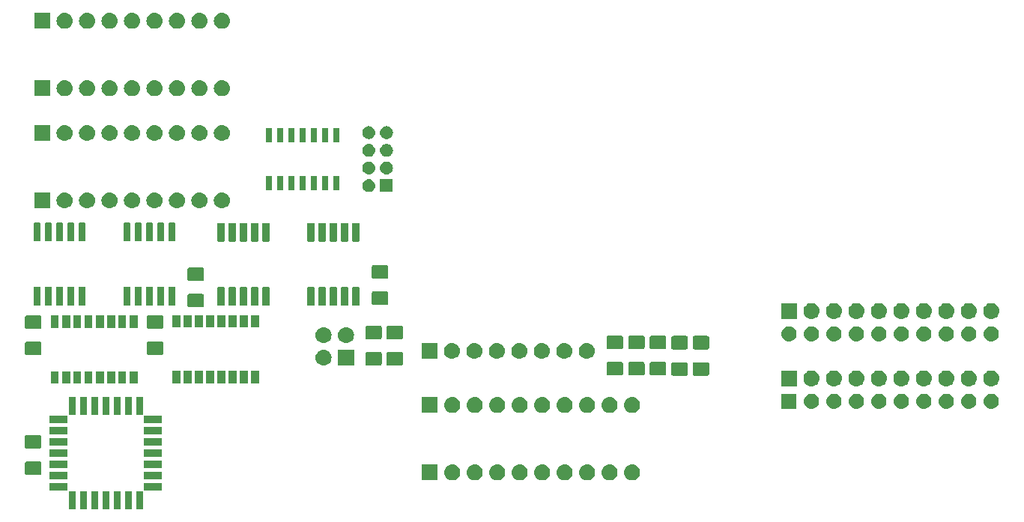
<source format=gts>
G04 #@! TF.GenerationSoftware,KiCad,Pcbnew,(5.1.0)-1*
G04 #@! TF.CreationDate,2021-02-28T15:06:35+01:00*
G04 #@! TF.ProjectId,Atari simm expansion PLCC,41746172-6920-4736-996d-6d2065787061,rev?*
G04 #@! TF.SameCoordinates,Original*
G04 #@! TF.FileFunction,Soldermask,Top*
G04 #@! TF.FilePolarity,Negative*
%FSLAX46Y46*%
G04 Gerber Fmt 4.6, Leading zero omitted, Abs format (unit mm)*
G04 Created by KiCad (PCBNEW (5.1.0)-1) date 2021-02-28 15:06:35*
%MOMM*%
%LPD*%
G04 APERTURE LIST*
%ADD10C,0.100000*%
G04 APERTURE END LIST*
D10*
G36*
X117421202Y-126180813D02*
G01*
X117418800Y-126205199D01*
X117418800Y-128205200D01*
X116616800Y-128205200D01*
X116616800Y-126178200D01*
X117391801Y-126178200D01*
X117416187Y-126175798D01*
X117423386Y-126173614D01*
X117421202Y-126180813D01*
X117421202Y-126180813D01*
G37*
G36*
X116148800Y-128205200D02*
G01*
X115346800Y-128205200D01*
X115346800Y-126178200D01*
X116148800Y-126178200D01*
X116148800Y-128205200D01*
X116148800Y-128205200D01*
G37*
G36*
X108999413Y-126175798D02*
G01*
X109023799Y-126178200D01*
X109798800Y-126178200D01*
X109798800Y-128205200D01*
X108996800Y-128205200D01*
X108996800Y-126205199D01*
X108994398Y-126180813D01*
X108992214Y-126173614D01*
X108999413Y-126175798D01*
X108999413Y-126175798D01*
G37*
G36*
X111068800Y-128205200D02*
G01*
X110266800Y-128205200D01*
X110266800Y-126178200D01*
X111068800Y-126178200D01*
X111068800Y-128205200D01*
X111068800Y-128205200D01*
G37*
G36*
X113608800Y-128205200D02*
G01*
X112806800Y-128205200D01*
X112806800Y-126178200D01*
X113608800Y-126178200D01*
X113608800Y-128205200D01*
X113608800Y-128205200D01*
G37*
G36*
X114878800Y-128205200D02*
G01*
X114076800Y-128205200D01*
X114076800Y-126178200D01*
X114878800Y-126178200D01*
X114878800Y-128205200D01*
X114878800Y-128205200D01*
G37*
G36*
X112338800Y-128205200D02*
G01*
X111536800Y-128205200D01*
X111536800Y-126178200D01*
X112338800Y-126178200D01*
X112338800Y-128205200D01*
X112338800Y-128205200D01*
G37*
G36*
X108898800Y-126053201D02*
G01*
X108901202Y-126077587D01*
X108903386Y-126084786D01*
X108896187Y-126082602D01*
X108871801Y-126080200D01*
X106871800Y-126080200D01*
X106871800Y-125278200D01*
X108898800Y-125278200D01*
X108898800Y-126053201D01*
X108898800Y-126053201D01*
G37*
G36*
X119543800Y-126080200D02*
G01*
X117543799Y-126080200D01*
X117519413Y-126082602D01*
X117512214Y-126084786D01*
X117514398Y-126077587D01*
X117516800Y-126053201D01*
X117516800Y-125278200D01*
X119543800Y-125278200D01*
X119543800Y-126080200D01*
X119543800Y-126080200D01*
G37*
G36*
X172790443Y-123160119D02*
G01*
X172856627Y-123166637D01*
X173026466Y-123218157D01*
X173182991Y-123301822D01*
X173218729Y-123331152D01*
X173320186Y-123414414D01*
X173403448Y-123515871D01*
X173432778Y-123551609D01*
X173516443Y-123708134D01*
X173567963Y-123877973D01*
X173585359Y-124054600D01*
X173567963Y-124231227D01*
X173516443Y-124401066D01*
X173432778Y-124557591D01*
X173403448Y-124593329D01*
X173320186Y-124694786D01*
X173218729Y-124778048D01*
X173182991Y-124807378D01*
X173026466Y-124891043D01*
X172856627Y-124942563D01*
X172790443Y-124949081D01*
X172724260Y-124955600D01*
X172635740Y-124955600D01*
X172569557Y-124949081D01*
X172503373Y-124942563D01*
X172333534Y-124891043D01*
X172177009Y-124807378D01*
X172141271Y-124778048D01*
X172039814Y-124694786D01*
X171956552Y-124593329D01*
X171927222Y-124557591D01*
X171843557Y-124401066D01*
X171792037Y-124231227D01*
X171774641Y-124054600D01*
X171792037Y-123877973D01*
X171843557Y-123708134D01*
X171927222Y-123551609D01*
X171956552Y-123515871D01*
X172039814Y-123414414D01*
X172141271Y-123331152D01*
X172177009Y-123301822D01*
X172333534Y-123218157D01*
X172503373Y-123166637D01*
X172569557Y-123160119D01*
X172635740Y-123153600D01*
X172724260Y-123153600D01*
X172790443Y-123160119D01*
X172790443Y-123160119D01*
G37*
G36*
X167710443Y-123160119D02*
G01*
X167776627Y-123166637D01*
X167946466Y-123218157D01*
X168102991Y-123301822D01*
X168138729Y-123331152D01*
X168240186Y-123414414D01*
X168323448Y-123515871D01*
X168352778Y-123551609D01*
X168436443Y-123708134D01*
X168487963Y-123877973D01*
X168505359Y-124054600D01*
X168487963Y-124231227D01*
X168436443Y-124401066D01*
X168352778Y-124557591D01*
X168323448Y-124593329D01*
X168240186Y-124694786D01*
X168138729Y-124778048D01*
X168102991Y-124807378D01*
X167946466Y-124891043D01*
X167776627Y-124942563D01*
X167710443Y-124949081D01*
X167644260Y-124955600D01*
X167555740Y-124955600D01*
X167489557Y-124949081D01*
X167423373Y-124942563D01*
X167253534Y-124891043D01*
X167097009Y-124807378D01*
X167061271Y-124778048D01*
X166959814Y-124694786D01*
X166876552Y-124593329D01*
X166847222Y-124557591D01*
X166763557Y-124401066D01*
X166712037Y-124231227D01*
X166694641Y-124054600D01*
X166712037Y-123877973D01*
X166763557Y-123708134D01*
X166847222Y-123551609D01*
X166876552Y-123515871D01*
X166959814Y-123414414D01*
X167061271Y-123331152D01*
X167097009Y-123301822D01*
X167253534Y-123218157D01*
X167423373Y-123166637D01*
X167489557Y-123160119D01*
X167555740Y-123153600D01*
X167644260Y-123153600D01*
X167710443Y-123160119D01*
X167710443Y-123160119D01*
G37*
G36*
X165170443Y-123160119D02*
G01*
X165236627Y-123166637D01*
X165406466Y-123218157D01*
X165562991Y-123301822D01*
X165598729Y-123331152D01*
X165700186Y-123414414D01*
X165783448Y-123515871D01*
X165812778Y-123551609D01*
X165896443Y-123708134D01*
X165947963Y-123877973D01*
X165965359Y-124054600D01*
X165947963Y-124231227D01*
X165896443Y-124401066D01*
X165812778Y-124557591D01*
X165783448Y-124593329D01*
X165700186Y-124694786D01*
X165598729Y-124778048D01*
X165562991Y-124807378D01*
X165406466Y-124891043D01*
X165236627Y-124942563D01*
X165170443Y-124949081D01*
X165104260Y-124955600D01*
X165015740Y-124955600D01*
X164949557Y-124949081D01*
X164883373Y-124942563D01*
X164713534Y-124891043D01*
X164557009Y-124807378D01*
X164521271Y-124778048D01*
X164419814Y-124694786D01*
X164336552Y-124593329D01*
X164307222Y-124557591D01*
X164223557Y-124401066D01*
X164172037Y-124231227D01*
X164154641Y-124054600D01*
X164172037Y-123877973D01*
X164223557Y-123708134D01*
X164307222Y-123551609D01*
X164336552Y-123515871D01*
X164419814Y-123414414D01*
X164521271Y-123331152D01*
X164557009Y-123301822D01*
X164713534Y-123218157D01*
X164883373Y-123166637D01*
X164949557Y-123160119D01*
X165015740Y-123153600D01*
X165104260Y-123153600D01*
X165170443Y-123160119D01*
X165170443Y-123160119D01*
G37*
G36*
X162630443Y-123160119D02*
G01*
X162696627Y-123166637D01*
X162866466Y-123218157D01*
X163022991Y-123301822D01*
X163058729Y-123331152D01*
X163160186Y-123414414D01*
X163243448Y-123515871D01*
X163272778Y-123551609D01*
X163356443Y-123708134D01*
X163407963Y-123877973D01*
X163425359Y-124054600D01*
X163407963Y-124231227D01*
X163356443Y-124401066D01*
X163272778Y-124557591D01*
X163243448Y-124593329D01*
X163160186Y-124694786D01*
X163058729Y-124778048D01*
X163022991Y-124807378D01*
X162866466Y-124891043D01*
X162696627Y-124942563D01*
X162630443Y-124949081D01*
X162564260Y-124955600D01*
X162475740Y-124955600D01*
X162409557Y-124949081D01*
X162343373Y-124942563D01*
X162173534Y-124891043D01*
X162017009Y-124807378D01*
X161981271Y-124778048D01*
X161879814Y-124694786D01*
X161796552Y-124593329D01*
X161767222Y-124557591D01*
X161683557Y-124401066D01*
X161632037Y-124231227D01*
X161614641Y-124054600D01*
X161632037Y-123877973D01*
X161683557Y-123708134D01*
X161767222Y-123551609D01*
X161796552Y-123515871D01*
X161879814Y-123414414D01*
X161981271Y-123331152D01*
X162017009Y-123301822D01*
X162173534Y-123218157D01*
X162343373Y-123166637D01*
X162409557Y-123160119D01*
X162475740Y-123153600D01*
X162564260Y-123153600D01*
X162630443Y-123160119D01*
X162630443Y-123160119D01*
G37*
G36*
X160090443Y-123160119D02*
G01*
X160156627Y-123166637D01*
X160326466Y-123218157D01*
X160482991Y-123301822D01*
X160518729Y-123331152D01*
X160620186Y-123414414D01*
X160703448Y-123515871D01*
X160732778Y-123551609D01*
X160816443Y-123708134D01*
X160867963Y-123877973D01*
X160885359Y-124054600D01*
X160867963Y-124231227D01*
X160816443Y-124401066D01*
X160732778Y-124557591D01*
X160703448Y-124593329D01*
X160620186Y-124694786D01*
X160518729Y-124778048D01*
X160482991Y-124807378D01*
X160326466Y-124891043D01*
X160156627Y-124942563D01*
X160090443Y-124949081D01*
X160024260Y-124955600D01*
X159935740Y-124955600D01*
X159869557Y-124949081D01*
X159803373Y-124942563D01*
X159633534Y-124891043D01*
X159477009Y-124807378D01*
X159441271Y-124778048D01*
X159339814Y-124694786D01*
X159256552Y-124593329D01*
X159227222Y-124557591D01*
X159143557Y-124401066D01*
X159092037Y-124231227D01*
X159074641Y-124054600D01*
X159092037Y-123877973D01*
X159143557Y-123708134D01*
X159227222Y-123551609D01*
X159256552Y-123515871D01*
X159339814Y-123414414D01*
X159441271Y-123331152D01*
X159477009Y-123301822D01*
X159633534Y-123218157D01*
X159803373Y-123166637D01*
X159869557Y-123160119D01*
X159935740Y-123153600D01*
X160024260Y-123153600D01*
X160090443Y-123160119D01*
X160090443Y-123160119D01*
G37*
G36*
X155010443Y-123160119D02*
G01*
X155076627Y-123166637D01*
X155246466Y-123218157D01*
X155402991Y-123301822D01*
X155438729Y-123331152D01*
X155540186Y-123414414D01*
X155623448Y-123515871D01*
X155652778Y-123551609D01*
X155736443Y-123708134D01*
X155787963Y-123877973D01*
X155805359Y-124054600D01*
X155787963Y-124231227D01*
X155736443Y-124401066D01*
X155652778Y-124557591D01*
X155623448Y-124593329D01*
X155540186Y-124694786D01*
X155438729Y-124778048D01*
X155402991Y-124807378D01*
X155246466Y-124891043D01*
X155076627Y-124942563D01*
X155010443Y-124949081D01*
X154944260Y-124955600D01*
X154855740Y-124955600D01*
X154789557Y-124949081D01*
X154723373Y-124942563D01*
X154553534Y-124891043D01*
X154397009Y-124807378D01*
X154361271Y-124778048D01*
X154259814Y-124694786D01*
X154176552Y-124593329D01*
X154147222Y-124557591D01*
X154063557Y-124401066D01*
X154012037Y-124231227D01*
X153994641Y-124054600D01*
X154012037Y-123877973D01*
X154063557Y-123708134D01*
X154147222Y-123551609D01*
X154176552Y-123515871D01*
X154259814Y-123414414D01*
X154361271Y-123331152D01*
X154397009Y-123301822D01*
X154553534Y-123218157D01*
X154723373Y-123166637D01*
X154789557Y-123160119D01*
X154855740Y-123153600D01*
X154944260Y-123153600D01*
X155010443Y-123160119D01*
X155010443Y-123160119D01*
G37*
G36*
X152470443Y-123160119D02*
G01*
X152536627Y-123166637D01*
X152706466Y-123218157D01*
X152862991Y-123301822D01*
X152898729Y-123331152D01*
X153000186Y-123414414D01*
X153083448Y-123515871D01*
X153112778Y-123551609D01*
X153196443Y-123708134D01*
X153247963Y-123877973D01*
X153265359Y-124054600D01*
X153247963Y-124231227D01*
X153196443Y-124401066D01*
X153112778Y-124557591D01*
X153083448Y-124593329D01*
X153000186Y-124694786D01*
X152898729Y-124778048D01*
X152862991Y-124807378D01*
X152706466Y-124891043D01*
X152536627Y-124942563D01*
X152470443Y-124949081D01*
X152404260Y-124955600D01*
X152315740Y-124955600D01*
X152249557Y-124949081D01*
X152183373Y-124942563D01*
X152013534Y-124891043D01*
X151857009Y-124807378D01*
X151821271Y-124778048D01*
X151719814Y-124694786D01*
X151636552Y-124593329D01*
X151607222Y-124557591D01*
X151523557Y-124401066D01*
X151472037Y-124231227D01*
X151454641Y-124054600D01*
X151472037Y-123877973D01*
X151523557Y-123708134D01*
X151607222Y-123551609D01*
X151636552Y-123515871D01*
X151719814Y-123414414D01*
X151821271Y-123331152D01*
X151857009Y-123301822D01*
X152013534Y-123218157D01*
X152183373Y-123166637D01*
X152249557Y-123160119D01*
X152315740Y-123153600D01*
X152404260Y-123153600D01*
X152470443Y-123160119D01*
X152470443Y-123160119D01*
G37*
G36*
X170250443Y-123160119D02*
G01*
X170316627Y-123166637D01*
X170486466Y-123218157D01*
X170642991Y-123301822D01*
X170678729Y-123331152D01*
X170780186Y-123414414D01*
X170863448Y-123515871D01*
X170892778Y-123551609D01*
X170976443Y-123708134D01*
X171027963Y-123877973D01*
X171045359Y-124054600D01*
X171027963Y-124231227D01*
X170976443Y-124401066D01*
X170892778Y-124557591D01*
X170863448Y-124593329D01*
X170780186Y-124694786D01*
X170678729Y-124778048D01*
X170642991Y-124807378D01*
X170486466Y-124891043D01*
X170316627Y-124942563D01*
X170250443Y-124949081D01*
X170184260Y-124955600D01*
X170095740Y-124955600D01*
X170029557Y-124949081D01*
X169963373Y-124942563D01*
X169793534Y-124891043D01*
X169637009Y-124807378D01*
X169601271Y-124778048D01*
X169499814Y-124694786D01*
X169416552Y-124593329D01*
X169387222Y-124557591D01*
X169303557Y-124401066D01*
X169252037Y-124231227D01*
X169234641Y-124054600D01*
X169252037Y-123877973D01*
X169303557Y-123708134D01*
X169387222Y-123551609D01*
X169416552Y-123515871D01*
X169499814Y-123414414D01*
X169601271Y-123331152D01*
X169637009Y-123301822D01*
X169793534Y-123218157D01*
X169963373Y-123166637D01*
X170029557Y-123160119D01*
X170095740Y-123153600D01*
X170184260Y-123153600D01*
X170250443Y-123160119D01*
X170250443Y-123160119D01*
G37*
G36*
X150721000Y-124955600D02*
G01*
X148919000Y-124955600D01*
X148919000Y-123153600D01*
X150721000Y-123153600D01*
X150721000Y-124955600D01*
X150721000Y-124955600D01*
G37*
G36*
X157550443Y-123160119D02*
G01*
X157616627Y-123166637D01*
X157786466Y-123218157D01*
X157942991Y-123301822D01*
X157978729Y-123331152D01*
X158080186Y-123414414D01*
X158163448Y-123515871D01*
X158192778Y-123551609D01*
X158276443Y-123708134D01*
X158327963Y-123877973D01*
X158345359Y-124054600D01*
X158327963Y-124231227D01*
X158276443Y-124401066D01*
X158192778Y-124557591D01*
X158163448Y-124593329D01*
X158080186Y-124694786D01*
X157978729Y-124778048D01*
X157942991Y-124807378D01*
X157786466Y-124891043D01*
X157616627Y-124942563D01*
X157550443Y-124949081D01*
X157484260Y-124955600D01*
X157395740Y-124955600D01*
X157329557Y-124949081D01*
X157263373Y-124942563D01*
X157093534Y-124891043D01*
X156937009Y-124807378D01*
X156901271Y-124778048D01*
X156799814Y-124694786D01*
X156716552Y-124593329D01*
X156687222Y-124557591D01*
X156603557Y-124401066D01*
X156552037Y-124231227D01*
X156534641Y-124054600D01*
X156552037Y-123877973D01*
X156603557Y-123708134D01*
X156687222Y-123551609D01*
X156716552Y-123515871D01*
X156799814Y-123414414D01*
X156901271Y-123331152D01*
X156937009Y-123301822D01*
X157093534Y-123218157D01*
X157263373Y-123166637D01*
X157329557Y-123160119D01*
X157395740Y-123153600D01*
X157484260Y-123153600D01*
X157550443Y-123160119D01*
X157550443Y-123160119D01*
G37*
G36*
X119543800Y-124810200D02*
G01*
X117516800Y-124810200D01*
X117516800Y-124008200D01*
X119543800Y-124008200D01*
X119543800Y-124810200D01*
X119543800Y-124810200D01*
G37*
G36*
X108898800Y-124810200D02*
G01*
X106871800Y-124810200D01*
X106871800Y-124008200D01*
X108898800Y-124008200D01*
X108898800Y-124810200D01*
X108898800Y-124810200D01*
G37*
G36*
X105753762Y-122825981D02*
G01*
X105788681Y-122836574D01*
X105820863Y-122853776D01*
X105849073Y-122876927D01*
X105872224Y-122905137D01*
X105889426Y-122937319D01*
X105900019Y-122972238D01*
X105904200Y-123014695D01*
X105904200Y-124155905D01*
X105900019Y-124198362D01*
X105889426Y-124233281D01*
X105872224Y-124265463D01*
X105849073Y-124293673D01*
X105820863Y-124316824D01*
X105788681Y-124334026D01*
X105753762Y-124344619D01*
X105711305Y-124348800D01*
X104245095Y-124348800D01*
X104202638Y-124344619D01*
X104167719Y-124334026D01*
X104135537Y-124316824D01*
X104107327Y-124293673D01*
X104084176Y-124265463D01*
X104066974Y-124233281D01*
X104056381Y-124198362D01*
X104052200Y-124155905D01*
X104052200Y-123014695D01*
X104056381Y-122972238D01*
X104066974Y-122937319D01*
X104084176Y-122905137D01*
X104107327Y-122876927D01*
X104135537Y-122853776D01*
X104167719Y-122836574D01*
X104202638Y-122825981D01*
X104245095Y-122821800D01*
X105711305Y-122821800D01*
X105753762Y-122825981D01*
X105753762Y-122825981D01*
G37*
G36*
X119543800Y-123540200D02*
G01*
X117516800Y-123540200D01*
X117516800Y-122738200D01*
X119543800Y-122738200D01*
X119543800Y-123540200D01*
X119543800Y-123540200D01*
G37*
G36*
X108898800Y-123540200D02*
G01*
X106871800Y-123540200D01*
X106871800Y-122738200D01*
X108898800Y-122738200D01*
X108898800Y-123540200D01*
X108898800Y-123540200D01*
G37*
G36*
X108898800Y-122270200D02*
G01*
X106871800Y-122270200D01*
X106871800Y-121468200D01*
X108898800Y-121468200D01*
X108898800Y-122270200D01*
X108898800Y-122270200D01*
G37*
G36*
X119543800Y-122270200D02*
G01*
X117516800Y-122270200D01*
X117516800Y-121468200D01*
X119543800Y-121468200D01*
X119543800Y-122270200D01*
X119543800Y-122270200D01*
G37*
G36*
X105753762Y-119850981D02*
G01*
X105788681Y-119861574D01*
X105820863Y-119878776D01*
X105849073Y-119901927D01*
X105872224Y-119930137D01*
X105889426Y-119962319D01*
X105900019Y-119997238D01*
X105904200Y-120039695D01*
X105904200Y-121180905D01*
X105900019Y-121223362D01*
X105889426Y-121258281D01*
X105872224Y-121290463D01*
X105849073Y-121318673D01*
X105820863Y-121341824D01*
X105788681Y-121359026D01*
X105753762Y-121369619D01*
X105711305Y-121373800D01*
X104245095Y-121373800D01*
X104202638Y-121369619D01*
X104167719Y-121359026D01*
X104135537Y-121341824D01*
X104107327Y-121318673D01*
X104084176Y-121290463D01*
X104066974Y-121258281D01*
X104056381Y-121223362D01*
X104052200Y-121180905D01*
X104052200Y-120039695D01*
X104056381Y-119997238D01*
X104066974Y-119962319D01*
X104084176Y-119930137D01*
X104107327Y-119901927D01*
X104135537Y-119878776D01*
X104167719Y-119861574D01*
X104202638Y-119850981D01*
X104245095Y-119846800D01*
X105711305Y-119846800D01*
X105753762Y-119850981D01*
X105753762Y-119850981D01*
G37*
G36*
X108898800Y-121000200D02*
G01*
X106871800Y-121000200D01*
X106871800Y-120198200D01*
X108898800Y-120198200D01*
X108898800Y-121000200D01*
X108898800Y-121000200D01*
G37*
G36*
X119543800Y-121000200D02*
G01*
X117516800Y-121000200D01*
X117516800Y-120198200D01*
X119543800Y-120198200D01*
X119543800Y-121000200D01*
X119543800Y-121000200D01*
G37*
G36*
X119543800Y-119730200D02*
G01*
X117516800Y-119730200D01*
X117516800Y-118928200D01*
X119543800Y-118928200D01*
X119543800Y-119730200D01*
X119543800Y-119730200D01*
G37*
G36*
X108898800Y-119730200D02*
G01*
X106871800Y-119730200D01*
X106871800Y-118928200D01*
X108898800Y-118928200D01*
X108898800Y-119730200D01*
X108898800Y-119730200D01*
G37*
G36*
X108901202Y-117660813D02*
G01*
X108898800Y-117685199D01*
X108898800Y-118460200D01*
X106871800Y-118460200D01*
X106871800Y-117658200D01*
X108871801Y-117658200D01*
X108896187Y-117655798D01*
X108903386Y-117653614D01*
X108901202Y-117660813D01*
X108901202Y-117660813D01*
G37*
G36*
X117519413Y-117655798D02*
G01*
X117543799Y-117658200D01*
X119543800Y-117658200D01*
X119543800Y-118460200D01*
X117516800Y-118460200D01*
X117516800Y-117685199D01*
X117514398Y-117660813D01*
X117512214Y-117653614D01*
X117519413Y-117655798D01*
X117519413Y-117655798D01*
G37*
G36*
X109798800Y-117560200D02*
G01*
X109023799Y-117560200D01*
X108999413Y-117562602D01*
X108992214Y-117564786D01*
X108994398Y-117557587D01*
X108996800Y-117533201D01*
X108996800Y-115533200D01*
X109798800Y-115533200D01*
X109798800Y-117560200D01*
X109798800Y-117560200D01*
G37*
G36*
X117418800Y-117533201D02*
G01*
X117421202Y-117557587D01*
X117423386Y-117564786D01*
X117416187Y-117562602D01*
X117391801Y-117560200D01*
X116616800Y-117560200D01*
X116616800Y-115533200D01*
X117418800Y-115533200D01*
X117418800Y-117533201D01*
X117418800Y-117533201D01*
G37*
G36*
X112338800Y-117560200D02*
G01*
X111536800Y-117560200D01*
X111536800Y-115533200D01*
X112338800Y-115533200D01*
X112338800Y-117560200D01*
X112338800Y-117560200D01*
G37*
G36*
X116148800Y-117560200D02*
G01*
X115346800Y-117560200D01*
X115346800Y-115533200D01*
X116148800Y-115533200D01*
X116148800Y-117560200D01*
X116148800Y-117560200D01*
G37*
G36*
X114878800Y-117560200D02*
G01*
X114076800Y-117560200D01*
X114076800Y-115533200D01*
X114878800Y-115533200D01*
X114878800Y-117560200D01*
X114878800Y-117560200D01*
G37*
G36*
X113608800Y-117560200D02*
G01*
X112806800Y-117560200D01*
X112806800Y-115533200D01*
X113608800Y-115533200D01*
X113608800Y-117560200D01*
X113608800Y-117560200D01*
G37*
G36*
X111068800Y-117560200D02*
G01*
X110266800Y-117560200D01*
X110266800Y-115533200D01*
X111068800Y-115533200D01*
X111068800Y-117560200D01*
X111068800Y-117560200D01*
G37*
G36*
X167710443Y-115540119D02*
G01*
X167776627Y-115546637D01*
X167946466Y-115598157D01*
X168102991Y-115681822D01*
X168138729Y-115711152D01*
X168240186Y-115794414D01*
X168323448Y-115895871D01*
X168352778Y-115931609D01*
X168436443Y-116088134D01*
X168487963Y-116257973D01*
X168505359Y-116434600D01*
X168487963Y-116611227D01*
X168436443Y-116781066D01*
X168352778Y-116937591D01*
X168323448Y-116973329D01*
X168240186Y-117074786D01*
X168138729Y-117158048D01*
X168102991Y-117187378D01*
X167946466Y-117271043D01*
X167776627Y-117322563D01*
X167710442Y-117329082D01*
X167644260Y-117335600D01*
X167555740Y-117335600D01*
X167489558Y-117329082D01*
X167423373Y-117322563D01*
X167253534Y-117271043D01*
X167097009Y-117187378D01*
X167061271Y-117158048D01*
X166959814Y-117074786D01*
X166876552Y-116973329D01*
X166847222Y-116937591D01*
X166763557Y-116781066D01*
X166712037Y-116611227D01*
X166694641Y-116434600D01*
X166712037Y-116257973D01*
X166763557Y-116088134D01*
X166847222Y-115931609D01*
X166876552Y-115895871D01*
X166959814Y-115794414D01*
X167061271Y-115711152D01*
X167097009Y-115681822D01*
X167253534Y-115598157D01*
X167423373Y-115546637D01*
X167489557Y-115540119D01*
X167555740Y-115533600D01*
X167644260Y-115533600D01*
X167710443Y-115540119D01*
X167710443Y-115540119D01*
G37*
G36*
X170250443Y-115540119D02*
G01*
X170316627Y-115546637D01*
X170486466Y-115598157D01*
X170642991Y-115681822D01*
X170678729Y-115711152D01*
X170780186Y-115794414D01*
X170863448Y-115895871D01*
X170892778Y-115931609D01*
X170976443Y-116088134D01*
X171027963Y-116257973D01*
X171045359Y-116434600D01*
X171027963Y-116611227D01*
X170976443Y-116781066D01*
X170892778Y-116937591D01*
X170863448Y-116973329D01*
X170780186Y-117074786D01*
X170678729Y-117158048D01*
X170642991Y-117187378D01*
X170486466Y-117271043D01*
X170316627Y-117322563D01*
X170250442Y-117329082D01*
X170184260Y-117335600D01*
X170095740Y-117335600D01*
X170029558Y-117329082D01*
X169963373Y-117322563D01*
X169793534Y-117271043D01*
X169637009Y-117187378D01*
X169601271Y-117158048D01*
X169499814Y-117074786D01*
X169416552Y-116973329D01*
X169387222Y-116937591D01*
X169303557Y-116781066D01*
X169252037Y-116611227D01*
X169234641Y-116434600D01*
X169252037Y-116257973D01*
X169303557Y-116088134D01*
X169387222Y-115931609D01*
X169416552Y-115895871D01*
X169499814Y-115794414D01*
X169601271Y-115711152D01*
X169637009Y-115681822D01*
X169793534Y-115598157D01*
X169963373Y-115546637D01*
X170029557Y-115540119D01*
X170095740Y-115533600D01*
X170184260Y-115533600D01*
X170250443Y-115540119D01*
X170250443Y-115540119D01*
G37*
G36*
X165170443Y-115540119D02*
G01*
X165236627Y-115546637D01*
X165406466Y-115598157D01*
X165562991Y-115681822D01*
X165598729Y-115711152D01*
X165700186Y-115794414D01*
X165783448Y-115895871D01*
X165812778Y-115931609D01*
X165896443Y-116088134D01*
X165947963Y-116257973D01*
X165965359Y-116434600D01*
X165947963Y-116611227D01*
X165896443Y-116781066D01*
X165812778Y-116937591D01*
X165783448Y-116973329D01*
X165700186Y-117074786D01*
X165598729Y-117158048D01*
X165562991Y-117187378D01*
X165406466Y-117271043D01*
X165236627Y-117322563D01*
X165170442Y-117329082D01*
X165104260Y-117335600D01*
X165015740Y-117335600D01*
X164949558Y-117329082D01*
X164883373Y-117322563D01*
X164713534Y-117271043D01*
X164557009Y-117187378D01*
X164521271Y-117158048D01*
X164419814Y-117074786D01*
X164336552Y-116973329D01*
X164307222Y-116937591D01*
X164223557Y-116781066D01*
X164172037Y-116611227D01*
X164154641Y-116434600D01*
X164172037Y-116257973D01*
X164223557Y-116088134D01*
X164307222Y-115931609D01*
X164336552Y-115895871D01*
X164419814Y-115794414D01*
X164521271Y-115711152D01*
X164557009Y-115681822D01*
X164713534Y-115598157D01*
X164883373Y-115546637D01*
X164949557Y-115540119D01*
X165015740Y-115533600D01*
X165104260Y-115533600D01*
X165170443Y-115540119D01*
X165170443Y-115540119D01*
G37*
G36*
X162630443Y-115540119D02*
G01*
X162696627Y-115546637D01*
X162866466Y-115598157D01*
X163022991Y-115681822D01*
X163058729Y-115711152D01*
X163160186Y-115794414D01*
X163243448Y-115895871D01*
X163272778Y-115931609D01*
X163356443Y-116088134D01*
X163407963Y-116257973D01*
X163425359Y-116434600D01*
X163407963Y-116611227D01*
X163356443Y-116781066D01*
X163272778Y-116937591D01*
X163243448Y-116973329D01*
X163160186Y-117074786D01*
X163058729Y-117158048D01*
X163022991Y-117187378D01*
X162866466Y-117271043D01*
X162696627Y-117322563D01*
X162630442Y-117329082D01*
X162564260Y-117335600D01*
X162475740Y-117335600D01*
X162409558Y-117329082D01*
X162343373Y-117322563D01*
X162173534Y-117271043D01*
X162017009Y-117187378D01*
X161981271Y-117158048D01*
X161879814Y-117074786D01*
X161796552Y-116973329D01*
X161767222Y-116937591D01*
X161683557Y-116781066D01*
X161632037Y-116611227D01*
X161614641Y-116434600D01*
X161632037Y-116257973D01*
X161683557Y-116088134D01*
X161767222Y-115931609D01*
X161796552Y-115895871D01*
X161879814Y-115794414D01*
X161981271Y-115711152D01*
X162017009Y-115681822D01*
X162173534Y-115598157D01*
X162343373Y-115546637D01*
X162409557Y-115540119D01*
X162475740Y-115533600D01*
X162564260Y-115533600D01*
X162630443Y-115540119D01*
X162630443Y-115540119D01*
G37*
G36*
X160090443Y-115540119D02*
G01*
X160156627Y-115546637D01*
X160326466Y-115598157D01*
X160482991Y-115681822D01*
X160518729Y-115711152D01*
X160620186Y-115794414D01*
X160703448Y-115895871D01*
X160732778Y-115931609D01*
X160816443Y-116088134D01*
X160867963Y-116257973D01*
X160885359Y-116434600D01*
X160867963Y-116611227D01*
X160816443Y-116781066D01*
X160732778Y-116937591D01*
X160703448Y-116973329D01*
X160620186Y-117074786D01*
X160518729Y-117158048D01*
X160482991Y-117187378D01*
X160326466Y-117271043D01*
X160156627Y-117322563D01*
X160090442Y-117329082D01*
X160024260Y-117335600D01*
X159935740Y-117335600D01*
X159869558Y-117329082D01*
X159803373Y-117322563D01*
X159633534Y-117271043D01*
X159477009Y-117187378D01*
X159441271Y-117158048D01*
X159339814Y-117074786D01*
X159256552Y-116973329D01*
X159227222Y-116937591D01*
X159143557Y-116781066D01*
X159092037Y-116611227D01*
X159074641Y-116434600D01*
X159092037Y-116257973D01*
X159143557Y-116088134D01*
X159227222Y-115931609D01*
X159256552Y-115895871D01*
X159339814Y-115794414D01*
X159441271Y-115711152D01*
X159477009Y-115681822D01*
X159633534Y-115598157D01*
X159803373Y-115546637D01*
X159869557Y-115540119D01*
X159935740Y-115533600D01*
X160024260Y-115533600D01*
X160090443Y-115540119D01*
X160090443Y-115540119D01*
G37*
G36*
X155010443Y-115540119D02*
G01*
X155076627Y-115546637D01*
X155246466Y-115598157D01*
X155402991Y-115681822D01*
X155438729Y-115711152D01*
X155540186Y-115794414D01*
X155623448Y-115895871D01*
X155652778Y-115931609D01*
X155736443Y-116088134D01*
X155787963Y-116257973D01*
X155805359Y-116434600D01*
X155787963Y-116611227D01*
X155736443Y-116781066D01*
X155652778Y-116937591D01*
X155623448Y-116973329D01*
X155540186Y-117074786D01*
X155438729Y-117158048D01*
X155402991Y-117187378D01*
X155246466Y-117271043D01*
X155076627Y-117322563D01*
X155010442Y-117329082D01*
X154944260Y-117335600D01*
X154855740Y-117335600D01*
X154789558Y-117329082D01*
X154723373Y-117322563D01*
X154553534Y-117271043D01*
X154397009Y-117187378D01*
X154361271Y-117158048D01*
X154259814Y-117074786D01*
X154176552Y-116973329D01*
X154147222Y-116937591D01*
X154063557Y-116781066D01*
X154012037Y-116611227D01*
X153994641Y-116434600D01*
X154012037Y-116257973D01*
X154063557Y-116088134D01*
X154147222Y-115931609D01*
X154176552Y-115895871D01*
X154259814Y-115794414D01*
X154361271Y-115711152D01*
X154397009Y-115681822D01*
X154553534Y-115598157D01*
X154723373Y-115546637D01*
X154789557Y-115540119D01*
X154855740Y-115533600D01*
X154944260Y-115533600D01*
X155010443Y-115540119D01*
X155010443Y-115540119D01*
G37*
G36*
X152470443Y-115540119D02*
G01*
X152536627Y-115546637D01*
X152706466Y-115598157D01*
X152862991Y-115681822D01*
X152898729Y-115711152D01*
X153000186Y-115794414D01*
X153083448Y-115895871D01*
X153112778Y-115931609D01*
X153196443Y-116088134D01*
X153247963Y-116257973D01*
X153265359Y-116434600D01*
X153247963Y-116611227D01*
X153196443Y-116781066D01*
X153112778Y-116937591D01*
X153083448Y-116973329D01*
X153000186Y-117074786D01*
X152898729Y-117158048D01*
X152862991Y-117187378D01*
X152706466Y-117271043D01*
X152536627Y-117322563D01*
X152470442Y-117329082D01*
X152404260Y-117335600D01*
X152315740Y-117335600D01*
X152249558Y-117329082D01*
X152183373Y-117322563D01*
X152013534Y-117271043D01*
X151857009Y-117187378D01*
X151821271Y-117158048D01*
X151719814Y-117074786D01*
X151636552Y-116973329D01*
X151607222Y-116937591D01*
X151523557Y-116781066D01*
X151472037Y-116611227D01*
X151454641Y-116434600D01*
X151472037Y-116257973D01*
X151523557Y-116088134D01*
X151607222Y-115931609D01*
X151636552Y-115895871D01*
X151719814Y-115794414D01*
X151821271Y-115711152D01*
X151857009Y-115681822D01*
X152013534Y-115598157D01*
X152183373Y-115546637D01*
X152249557Y-115540119D01*
X152315740Y-115533600D01*
X152404260Y-115533600D01*
X152470443Y-115540119D01*
X152470443Y-115540119D01*
G37*
G36*
X172790443Y-115540119D02*
G01*
X172856627Y-115546637D01*
X173026466Y-115598157D01*
X173182991Y-115681822D01*
X173218729Y-115711152D01*
X173320186Y-115794414D01*
X173403448Y-115895871D01*
X173432778Y-115931609D01*
X173516443Y-116088134D01*
X173567963Y-116257973D01*
X173585359Y-116434600D01*
X173567963Y-116611227D01*
X173516443Y-116781066D01*
X173432778Y-116937591D01*
X173403448Y-116973329D01*
X173320186Y-117074786D01*
X173218729Y-117158048D01*
X173182991Y-117187378D01*
X173026466Y-117271043D01*
X172856627Y-117322563D01*
X172790442Y-117329082D01*
X172724260Y-117335600D01*
X172635740Y-117335600D01*
X172569558Y-117329082D01*
X172503373Y-117322563D01*
X172333534Y-117271043D01*
X172177009Y-117187378D01*
X172141271Y-117158048D01*
X172039814Y-117074786D01*
X171956552Y-116973329D01*
X171927222Y-116937591D01*
X171843557Y-116781066D01*
X171792037Y-116611227D01*
X171774641Y-116434600D01*
X171792037Y-116257973D01*
X171843557Y-116088134D01*
X171927222Y-115931609D01*
X171956552Y-115895871D01*
X172039814Y-115794414D01*
X172141271Y-115711152D01*
X172177009Y-115681822D01*
X172333534Y-115598157D01*
X172503373Y-115546637D01*
X172569557Y-115540119D01*
X172635740Y-115533600D01*
X172724260Y-115533600D01*
X172790443Y-115540119D01*
X172790443Y-115540119D01*
G37*
G36*
X150721000Y-117335600D02*
G01*
X148919000Y-117335600D01*
X148919000Y-115533600D01*
X150721000Y-115533600D01*
X150721000Y-117335600D01*
X150721000Y-117335600D01*
G37*
G36*
X157550443Y-115540119D02*
G01*
X157616627Y-115546637D01*
X157786466Y-115598157D01*
X157942991Y-115681822D01*
X157978729Y-115711152D01*
X158080186Y-115794414D01*
X158163448Y-115895871D01*
X158192778Y-115931609D01*
X158276443Y-116088134D01*
X158327963Y-116257973D01*
X158345359Y-116434600D01*
X158327963Y-116611227D01*
X158276443Y-116781066D01*
X158192778Y-116937591D01*
X158163448Y-116973329D01*
X158080186Y-117074786D01*
X157978729Y-117158048D01*
X157942991Y-117187378D01*
X157786466Y-117271043D01*
X157616627Y-117322563D01*
X157550442Y-117329082D01*
X157484260Y-117335600D01*
X157395740Y-117335600D01*
X157329558Y-117329082D01*
X157263373Y-117322563D01*
X157093534Y-117271043D01*
X156937009Y-117187378D01*
X156901271Y-117158048D01*
X156799814Y-117074786D01*
X156716552Y-116973329D01*
X156687222Y-116937591D01*
X156603557Y-116781066D01*
X156552037Y-116611227D01*
X156534641Y-116434600D01*
X156552037Y-116257973D01*
X156603557Y-116088134D01*
X156687222Y-115931609D01*
X156716552Y-115895871D01*
X156799814Y-115794414D01*
X156901271Y-115711152D01*
X156937009Y-115681822D01*
X157093534Y-115598157D01*
X157263373Y-115546637D01*
X157329557Y-115540119D01*
X157395740Y-115533600D01*
X157484260Y-115533600D01*
X157550443Y-115540119D01*
X157550443Y-115540119D01*
G37*
G36*
X200746823Y-115161313D02*
G01*
X200907242Y-115209976D01*
X201039906Y-115280886D01*
X201055078Y-115288996D01*
X201184659Y-115395341D01*
X201291004Y-115524922D01*
X201291005Y-115524924D01*
X201370024Y-115672758D01*
X201418687Y-115833177D01*
X201435117Y-116000000D01*
X201418687Y-116166823D01*
X201370024Y-116327242D01*
X201312640Y-116434600D01*
X201291004Y-116475078D01*
X201184659Y-116604659D01*
X201055078Y-116711004D01*
X201055076Y-116711005D01*
X200907242Y-116790024D01*
X200746823Y-116838687D01*
X200621804Y-116851000D01*
X200538196Y-116851000D01*
X200413177Y-116838687D01*
X200252758Y-116790024D01*
X200104924Y-116711005D01*
X200104922Y-116711004D01*
X199975341Y-116604659D01*
X199868996Y-116475078D01*
X199847360Y-116434600D01*
X199789976Y-116327242D01*
X199741313Y-116166823D01*
X199724883Y-116000000D01*
X199741313Y-115833177D01*
X199789976Y-115672758D01*
X199868995Y-115524924D01*
X199868996Y-115524922D01*
X199975341Y-115395341D01*
X200104922Y-115288996D01*
X200120094Y-115280886D01*
X200252758Y-115209976D01*
X200413177Y-115161313D01*
X200538196Y-115149000D01*
X200621804Y-115149000D01*
X200746823Y-115161313D01*
X200746823Y-115161313D01*
G37*
G36*
X191271000Y-116851000D02*
G01*
X189569000Y-116851000D01*
X189569000Y-115149000D01*
X191271000Y-115149000D01*
X191271000Y-116851000D01*
X191271000Y-116851000D01*
G37*
G36*
X203286823Y-115161313D02*
G01*
X203447242Y-115209976D01*
X203579906Y-115280886D01*
X203595078Y-115288996D01*
X203724659Y-115395341D01*
X203831004Y-115524922D01*
X203831005Y-115524924D01*
X203910024Y-115672758D01*
X203958687Y-115833177D01*
X203975117Y-116000000D01*
X203958687Y-116166823D01*
X203910024Y-116327242D01*
X203852640Y-116434600D01*
X203831004Y-116475078D01*
X203724659Y-116604659D01*
X203595078Y-116711004D01*
X203595076Y-116711005D01*
X203447242Y-116790024D01*
X203286823Y-116838687D01*
X203161804Y-116851000D01*
X203078196Y-116851000D01*
X202953177Y-116838687D01*
X202792758Y-116790024D01*
X202644924Y-116711005D01*
X202644922Y-116711004D01*
X202515341Y-116604659D01*
X202408996Y-116475078D01*
X202387360Y-116434600D01*
X202329976Y-116327242D01*
X202281313Y-116166823D01*
X202264883Y-116000000D01*
X202281313Y-115833177D01*
X202329976Y-115672758D01*
X202408995Y-115524924D01*
X202408996Y-115524922D01*
X202515341Y-115395341D01*
X202644922Y-115288996D01*
X202660094Y-115280886D01*
X202792758Y-115209976D01*
X202953177Y-115161313D01*
X203078196Y-115149000D01*
X203161804Y-115149000D01*
X203286823Y-115161313D01*
X203286823Y-115161313D01*
G37*
G36*
X198206823Y-115161313D02*
G01*
X198367242Y-115209976D01*
X198499906Y-115280886D01*
X198515078Y-115288996D01*
X198644659Y-115395341D01*
X198751004Y-115524922D01*
X198751005Y-115524924D01*
X198830024Y-115672758D01*
X198878687Y-115833177D01*
X198895117Y-116000000D01*
X198878687Y-116166823D01*
X198830024Y-116327242D01*
X198772640Y-116434600D01*
X198751004Y-116475078D01*
X198644659Y-116604659D01*
X198515078Y-116711004D01*
X198515076Y-116711005D01*
X198367242Y-116790024D01*
X198206823Y-116838687D01*
X198081804Y-116851000D01*
X197998196Y-116851000D01*
X197873177Y-116838687D01*
X197712758Y-116790024D01*
X197564924Y-116711005D01*
X197564922Y-116711004D01*
X197435341Y-116604659D01*
X197328996Y-116475078D01*
X197307360Y-116434600D01*
X197249976Y-116327242D01*
X197201313Y-116166823D01*
X197184883Y-116000000D01*
X197201313Y-115833177D01*
X197249976Y-115672758D01*
X197328995Y-115524924D01*
X197328996Y-115524922D01*
X197435341Y-115395341D01*
X197564922Y-115288996D01*
X197580094Y-115280886D01*
X197712758Y-115209976D01*
X197873177Y-115161313D01*
X197998196Y-115149000D01*
X198081804Y-115149000D01*
X198206823Y-115161313D01*
X198206823Y-115161313D01*
G37*
G36*
X193126823Y-115161313D02*
G01*
X193287242Y-115209976D01*
X193419906Y-115280886D01*
X193435078Y-115288996D01*
X193564659Y-115395341D01*
X193671004Y-115524922D01*
X193671005Y-115524924D01*
X193750024Y-115672758D01*
X193798687Y-115833177D01*
X193815117Y-116000000D01*
X193798687Y-116166823D01*
X193750024Y-116327242D01*
X193692640Y-116434600D01*
X193671004Y-116475078D01*
X193564659Y-116604659D01*
X193435078Y-116711004D01*
X193435076Y-116711005D01*
X193287242Y-116790024D01*
X193126823Y-116838687D01*
X193001804Y-116851000D01*
X192918196Y-116851000D01*
X192793177Y-116838687D01*
X192632758Y-116790024D01*
X192484924Y-116711005D01*
X192484922Y-116711004D01*
X192355341Y-116604659D01*
X192248996Y-116475078D01*
X192227360Y-116434600D01*
X192169976Y-116327242D01*
X192121313Y-116166823D01*
X192104883Y-116000000D01*
X192121313Y-115833177D01*
X192169976Y-115672758D01*
X192248995Y-115524924D01*
X192248996Y-115524922D01*
X192355341Y-115395341D01*
X192484922Y-115288996D01*
X192500094Y-115280886D01*
X192632758Y-115209976D01*
X192793177Y-115161313D01*
X192918196Y-115149000D01*
X193001804Y-115149000D01*
X193126823Y-115161313D01*
X193126823Y-115161313D01*
G37*
G36*
X205826823Y-115161313D02*
G01*
X205987242Y-115209976D01*
X206119906Y-115280886D01*
X206135078Y-115288996D01*
X206264659Y-115395341D01*
X206371004Y-115524922D01*
X206371005Y-115524924D01*
X206450024Y-115672758D01*
X206498687Y-115833177D01*
X206515117Y-116000000D01*
X206498687Y-116166823D01*
X206450024Y-116327242D01*
X206392640Y-116434600D01*
X206371004Y-116475078D01*
X206264659Y-116604659D01*
X206135078Y-116711004D01*
X206135076Y-116711005D01*
X205987242Y-116790024D01*
X205826823Y-116838687D01*
X205701804Y-116851000D01*
X205618196Y-116851000D01*
X205493177Y-116838687D01*
X205332758Y-116790024D01*
X205184924Y-116711005D01*
X205184922Y-116711004D01*
X205055341Y-116604659D01*
X204948996Y-116475078D01*
X204927360Y-116434600D01*
X204869976Y-116327242D01*
X204821313Y-116166823D01*
X204804883Y-116000000D01*
X204821313Y-115833177D01*
X204869976Y-115672758D01*
X204948995Y-115524924D01*
X204948996Y-115524922D01*
X205055341Y-115395341D01*
X205184922Y-115288996D01*
X205200094Y-115280886D01*
X205332758Y-115209976D01*
X205493177Y-115161313D01*
X205618196Y-115149000D01*
X205701804Y-115149000D01*
X205826823Y-115161313D01*
X205826823Y-115161313D01*
G37*
G36*
X208366823Y-115161313D02*
G01*
X208527242Y-115209976D01*
X208659906Y-115280886D01*
X208675078Y-115288996D01*
X208804659Y-115395341D01*
X208911004Y-115524922D01*
X208911005Y-115524924D01*
X208990024Y-115672758D01*
X209038687Y-115833177D01*
X209055117Y-116000000D01*
X209038687Y-116166823D01*
X208990024Y-116327242D01*
X208932640Y-116434600D01*
X208911004Y-116475078D01*
X208804659Y-116604659D01*
X208675078Y-116711004D01*
X208675076Y-116711005D01*
X208527242Y-116790024D01*
X208366823Y-116838687D01*
X208241804Y-116851000D01*
X208158196Y-116851000D01*
X208033177Y-116838687D01*
X207872758Y-116790024D01*
X207724924Y-116711005D01*
X207724922Y-116711004D01*
X207595341Y-116604659D01*
X207488996Y-116475078D01*
X207467360Y-116434600D01*
X207409976Y-116327242D01*
X207361313Y-116166823D01*
X207344883Y-116000000D01*
X207361313Y-115833177D01*
X207409976Y-115672758D01*
X207488995Y-115524924D01*
X207488996Y-115524922D01*
X207595341Y-115395341D01*
X207724922Y-115288996D01*
X207740094Y-115280886D01*
X207872758Y-115209976D01*
X208033177Y-115161313D01*
X208158196Y-115149000D01*
X208241804Y-115149000D01*
X208366823Y-115161313D01*
X208366823Y-115161313D01*
G37*
G36*
X210906823Y-115161313D02*
G01*
X211067242Y-115209976D01*
X211199906Y-115280886D01*
X211215078Y-115288996D01*
X211344659Y-115395341D01*
X211451004Y-115524922D01*
X211451005Y-115524924D01*
X211530024Y-115672758D01*
X211578687Y-115833177D01*
X211595117Y-116000000D01*
X211578687Y-116166823D01*
X211530024Y-116327242D01*
X211472640Y-116434600D01*
X211451004Y-116475078D01*
X211344659Y-116604659D01*
X211215078Y-116711004D01*
X211215076Y-116711005D01*
X211067242Y-116790024D01*
X210906823Y-116838687D01*
X210781804Y-116851000D01*
X210698196Y-116851000D01*
X210573177Y-116838687D01*
X210412758Y-116790024D01*
X210264924Y-116711005D01*
X210264922Y-116711004D01*
X210135341Y-116604659D01*
X210028996Y-116475078D01*
X210007360Y-116434600D01*
X209949976Y-116327242D01*
X209901313Y-116166823D01*
X209884883Y-116000000D01*
X209901313Y-115833177D01*
X209949976Y-115672758D01*
X210028995Y-115524924D01*
X210028996Y-115524922D01*
X210135341Y-115395341D01*
X210264922Y-115288996D01*
X210280094Y-115280886D01*
X210412758Y-115209976D01*
X210573177Y-115161313D01*
X210698196Y-115149000D01*
X210781804Y-115149000D01*
X210906823Y-115161313D01*
X210906823Y-115161313D01*
G37*
G36*
X213446823Y-115161313D02*
G01*
X213607242Y-115209976D01*
X213739906Y-115280886D01*
X213755078Y-115288996D01*
X213884659Y-115395341D01*
X213991004Y-115524922D01*
X213991005Y-115524924D01*
X214070024Y-115672758D01*
X214118687Y-115833177D01*
X214135117Y-116000000D01*
X214118687Y-116166823D01*
X214070024Y-116327242D01*
X214012640Y-116434600D01*
X213991004Y-116475078D01*
X213884659Y-116604659D01*
X213755078Y-116711004D01*
X213755076Y-116711005D01*
X213607242Y-116790024D01*
X213446823Y-116838687D01*
X213321804Y-116851000D01*
X213238196Y-116851000D01*
X213113177Y-116838687D01*
X212952758Y-116790024D01*
X212804924Y-116711005D01*
X212804922Y-116711004D01*
X212675341Y-116604659D01*
X212568996Y-116475078D01*
X212547360Y-116434600D01*
X212489976Y-116327242D01*
X212441313Y-116166823D01*
X212424883Y-116000000D01*
X212441313Y-115833177D01*
X212489976Y-115672758D01*
X212568995Y-115524924D01*
X212568996Y-115524922D01*
X212675341Y-115395341D01*
X212804922Y-115288996D01*
X212820094Y-115280886D01*
X212952758Y-115209976D01*
X213113177Y-115161313D01*
X213238196Y-115149000D01*
X213321804Y-115149000D01*
X213446823Y-115161313D01*
X213446823Y-115161313D01*
G37*
G36*
X195666823Y-115161313D02*
G01*
X195827242Y-115209976D01*
X195959906Y-115280886D01*
X195975078Y-115288996D01*
X196104659Y-115395341D01*
X196211004Y-115524922D01*
X196211005Y-115524924D01*
X196290024Y-115672758D01*
X196338687Y-115833177D01*
X196355117Y-116000000D01*
X196338687Y-116166823D01*
X196290024Y-116327242D01*
X196232640Y-116434600D01*
X196211004Y-116475078D01*
X196104659Y-116604659D01*
X195975078Y-116711004D01*
X195975076Y-116711005D01*
X195827242Y-116790024D01*
X195666823Y-116838687D01*
X195541804Y-116851000D01*
X195458196Y-116851000D01*
X195333177Y-116838687D01*
X195172758Y-116790024D01*
X195024924Y-116711005D01*
X195024922Y-116711004D01*
X194895341Y-116604659D01*
X194788996Y-116475078D01*
X194767360Y-116434600D01*
X194709976Y-116327242D01*
X194661313Y-116166823D01*
X194644883Y-116000000D01*
X194661313Y-115833177D01*
X194709976Y-115672758D01*
X194788995Y-115524924D01*
X194788996Y-115524922D01*
X194895341Y-115395341D01*
X195024922Y-115288996D01*
X195040094Y-115280886D01*
X195172758Y-115209976D01*
X195333177Y-115161313D01*
X195458196Y-115149000D01*
X195541804Y-115149000D01*
X195666823Y-115161313D01*
X195666823Y-115161313D01*
G37*
G36*
X200690442Y-112540118D02*
G01*
X200756627Y-112546637D01*
X200926466Y-112598157D01*
X201082991Y-112681822D01*
X201118729Y-112711152D01*
X201220186Y-112794414D01*
X201269172Y-112854105D01*
X201332778Y-112931609D01*
X201416443Y-113088134D01*
X201467963Y-113257973D01*
X201485359Y-113434600D01*
X201467963Y-113611227D01*
X201416443Y-113781066D01*
X201332778Y-113937591D01*
X201303448Y-113973329D01*
X201220186Y-114074786D01*
X201118729Y-114158048D01*
X201082991Y-114187378D01*
X200926466Y-114271043D01*
X200756627Y-114322563D01*
X200690442Y-114329082D01*
X200624260Y-114335600D01*
X200535740Y-114335600D01*
X200469558Y-114329082D01*
X200403373Y-114322563D01*
X200233534Y-114271043D01*
X200077009Y-114187378D01*
X200041271Y-114158048D01*
X199939814Y-114074786D01*
X199856552Y-113973329D01*
X199827222Y-113937591D01*
X199743557Y-113781066D01*
X199692037Y-113611227D01*
X199674641Y-113434600D01*
X199692037Y-113257973D01*
X199743557Y-113088134D01*
X199827222Y-112931609D01*
X199890828Y-112854105D01*
X199939814Y-112794414D01*
X200041271Y-112711152D01*
X200077009Y-112681822D01*
X200233534Y-112598157D01*
X200403373Y-112546637D01*
X200469558Y-112540118D01*
X200535740Y-112533600D01*
X200624260Y-112533600D01*
X200690442Y-112540118D01*
X200690442Y-112540118D01*
G37*
G36*
X191321000Y-114335600D02*
G01*
X189519000Y-114335600D01*
X189519000Y-112533600D01*
X191321000Y-112533600D01*
X191321000Y-114335600D01*
X191321000Y-114335600D01*
G37*
G36*
X193070442Y-112540118D02*
G01*
X193136627Y-112546637D01*
X193306466Y-112598157D01*
X193462991Y-112681822D01*
X193498729Y-112711152D01*
X193600186Y-112794414D01*
X193649172Y-112854105D01*
X193712778Y-112931609D01*
X193796443Y-113088134D01*
X193847963Y-113257973D01*
X193865359Y-113434600D01*
X193847963Y-113611227D01*
X193796443Y-113781066D01*
X193712778Y-113937591D01*
X193683448Y-113973329D01*
X193600186Y-114074786D01*
X193498729Y-114158048D01*
X193462991Y-114187378D01*
X193306466Y-114271043D01*
X193136627Y-114322563D01*
X193070442Y-114329082D01*
X193004260Y-114335600D01*
X192915740Y-114335600D01*
X192849558Y-114329082D01*
X192783373Y-114322563D01*
X192613534Y-114271043D01*
X192457009Y-114187378D01*
X192421271Y-114158048D01*
X192319814Y-114074786D01*
X192236552Y-113973329D01*
X192207222Y-113937591D01*
X192123557Y-113781066D01*
X192072037Y-113611227D01*
X192054641Y-113434600D01*
X192072037Y-113257973D01*
X192123557Y-113088134D01*
X192207222Y-112931609D01*
X192270828Y-112854105D01*
X192319814Y-112794414D01*
X192421271Y-112711152D01*
X192457009Y-112681822D01*
X192613534Y-112598157D01*
X192783373Y-112546637D01*
X192849558Y-112540118D01*
X192915740Y-112533600D01*
X193004260Y-112533600D01*
X193070442Y-112540118D01*
X193070442Y-112540118D01*
G37*
G36*
X195610442Y-112540118D02*
G01*
X195676627Y-112546637D01*
X195846466Y-112598157D01*
X196002991Y-112681822D01*
X196038729Y-112711152D01*
X196140186Y-112794414D01*
X196189172Y-112854105D01*
X196252778Y-112931609D01*
X196336443Y-113088134D01*
X196387963Y-113257973D01*
X196405359Y-113434600D01*
X196387963Y-113611227D01*
X196336443Y-113781066D01*
X196252778Y-113937591D01*
X196223448Y-113973329D01*
X196140186Y-114074786D01*
X196038729Y-114158048D01*
X196002991Y-114187378D01*
X195846466Y-114271043D01*
X195676627Y-114322563D01*
X195610442Y-114329082D01*
X195544260Y-114335600D01*
X195455740Y-114335600D01*
X195389558Y-114329082D01*
X195323373Y-114322563D01*
X195153534Y-114271043D01*
X194997009Y-114187378D01*
X194961271Y-114158048D01*
X194859814Y-114074786D01*
X194776552Y-113973329D01*
X194747222Y-113937591D01*
X194663557Y-113781066D01*
X194612037Y-113611227D01*
X194594641Y-113434600D01*
X194612037Y-113257973D01*
X194663557Y-113088134D01*
X194747222Y-112931609D01*
X194810828Y-112854105D01*
X194859814Y-112794414D01*
X194961271Y-112711152D01*
X194997009Y-112681822D01*
X195153534Y-112598157D01*
X195323373Y-112546637D01*
X195389558Y-112540118D01*
X195455740Y-112533600D01*
X195544260Y-112533600D01*
X195610442Y-112540118D01*
X195610442Y-112540118D01*
G37*
G36*
X198150442Y-112540118D02*
G01*
X198216627Y-112546637D01*
X198386466Y-112598157D01*
X198542991Y-112681822D01*
X198578729Y-112711152D01*
X198680186Y-112794414D01*
X198729172Y-112854105D01*
X198792778Y-112931609D01*
X198876443Y-113088134D01*
X198927963Y-113257973D01*
X198945359Y-113434600D01*
X198927963Y-113611227D01*
X198876443Y-113781066D01*
X198792778Y-113937591D01*
X198763448Y-113973329D01*
X198680186Y-114074786D01*
X198578729Y-114158048D01*
X198542991Y-114187378D01*
X198386466Y-114271043D01*
X198216627Y-114322563D01*
X198150442Y-114329082D01*
X198084260Y-114335600D01*
X197995740Y-114335600D01*
X197929558Y-114329082D01*
X197863373Y-114322563D01*
X197693534Y-114271043D01*
X197537009Y-114187378D01*
X197501271Y-114158048D01*
X197399814Y-114074786D01*
X197316552Y-113973329D01*
X197287222Y-113937591D01*
X197203557Y-113781066D01*
X197152037Y-113611227D01*
X197134641Y-113434600D01*
X197152037Y-113257973D01*
X197203557Y-113088134D01*
X197287222Y-112931609D01*
X197350828Y-112854105D01*
X197399814Y-112794414D01*
X197501271Y-112711152D01*
X197537009Y-112681822D01*
X197693534Y-112598157D01*
X197863373Y-112546637D01*
X197929558Y-112540118D01*
X197995740Y-112533600D01*
X198084260Y-112533600D01*
X198150442Y-112540118D01*
X198150442Y-112540118D01*
G37*
G36*
X203230442Y-112540118D02*
G01*
X203296627Y-112546637D01*
X203466466Y-112598157D01*
X203622991Y-112681822D01*
X203658729Y-112711152D01*
X203760186Y-112794414D01*
X203809172Y-112854105D01*
X203872778Y-112931609D01*
X203956443Y-113088134D01*
X204007963Y-113257973D01*
X204025359Y-113434600D01*
X204007963Y-113611227D01*
X203956443Y-113781066D01*
X203872778Y-113937591D01*
X203843448Y-113973329D01*
X203760186Y-114074786D01*
X203658729Y-114158048D01*
X203622991Y-114187378D01*
X203466466Y-114271043D01*
X203296627Y-114322563D01*
X203230442Y-114329082D01*
X203164260Y-114335600D01*
X203075740Y-114335600D01*
X203009558Y-114329082D01*
X202943373Y-114322563D01*
X202773534Y-114271043D01*
X202617009Y-114187378D01*
X202581271Y-114158048D01*
X202479814Y-114074786D01*
X202396552Y-113973329D01*
X202367222Y-113937591D01*
X202283557Y-113781066D01*
X202232037Y-113611227D01*
X202214641Y-113434600D01*
X202232037Y-113257973D01*
X202283557Y-113088134D01*
X202367222Y-112931609D01*
X202430828Y-112854105D01*
X202479814Y-112794414D01*
X202581271Y-112711152D01*
X202617009Y-112681822D01*
X202773534Y-112598157D01*
X202943373Y-112546637D01*
X203009558Y-112540118D01*
X203075740Y-112533600D01*
X203164260Y-112533600D01*
X203230442Y-112540118D01*
X203230442Y-112540118D01*
G37*
G36*
X205770442Y-112540118D02*
G01*
X205836627Y-112546637D01*
X206006466Y-112598157D01*
X206162991Y-112681822D01*
X206198729Y-112711152D01*
X206300186Y-112794414D01*
X206349172Y-112854105D01*
X206412778Y-112931609D01*
X206496443Y-113088134D01*
X206547963Y-113257973D01*
X206565359Y-113434600D01*
X206547963Y-113611227D01*
X206496443Y-113781066D01*
X206412778Y-113937591D01*
X206383448Y-113973329D01*
X206300186Y-114074786D01*
X206198729Y-114158048D01*
X206162991Y-114187378D01*
X206006466Y-114271043D01*
X205836627Y-114322563D01*
X205770442Y-114329082D01*
X205704260Y-114335600D01*
X205615740Y-114335600D01*
X205549558Y-114329082D01*
X205483373Y-114322563D01*
X205313534Y-114271043D01*
X205157009Y-114187378D01*
X205121271Y-114158048D01*
X205019814Y-114074786D01*
X204936552Y-113973329D01*
X204907222Y-113937591D01*
X204823557Y-113781066D01*
X204772037Y-113611227D01*
X204754641Y-113434600D01*
X204772037Y-113257973D01*
X204823557Y-113088134D01*
X204907222Y-112931609D01*
X204970828Y-112854105D01*
X205019814Y-112794414D01*
X205121271Y-112711152D01*
X205157009Y-112681822D01*
X205313534Y-112598157D01*
X205483373Y-112546637D01*
X205549558Y-112540118D01*
X205615740Y-112533600D01*
X205704260Y-112533600D01*
X205770442Y-112540118D01*
X205770442Y-112540118D01*
G37*
G36*
X208310442Y-112540118D02*
G01*
X208376627Y-112546637D01*
X208546466Y-112598157D01*
X208702991Y-112681822D01*
X208738729Y-112711152D01*
X208840186Y-112794414D01*
X208889172Y-112854105D01*
X208952778Y-112931609D01*
X209036443Y-113088134D01*
X209087963Y-113257973D01*
X209105359Y-113434600D01*
X209087963Y-113611227D01*
X209036443Y-113781066D01*
X208952778Y-113937591D01*
X208923448Y-113973329D01*
X208840186Y-114074786D01*
X208738729Y-114158048D01*
X208702991Y-114187378D01*
X208546466Y-114271043D01*
X208376627Y-114322563D01*
X208310442Y-114329082D01*
X208244260Y-114335600D01*
X208155740Y-114335600D01*
X208089558Y-114329082D01*
X208023373Y-114322563D01*
X207853534Y-114271043D01*
X207697009Y-114187378D01*
X207661271Y-114158048D01*
X207559814Y-114074786D01*
X207476552Y-113973329D01*
X207447222Y-113937591D01*
X207363557Y-113781066D01*
X207312037Y-113611227D01*
X207294641Y-113434600D01*
X207312037Y-113257973D01*
X207363557Y-113088134D01*
X207447222Y-112931609D01*
X207510828Y-112854105D01*
X207559814Y-112794414D01*
X207661271Y-112711152D01*
X207697009Y-112681822D01*
X207853534Y-112598157D01*
X208023373Y-112546637D01*
X208089558Y-112540118D01*
X208155740Y-112533600D01*
X208244260Y-112533600D01*
X208310442Y-112540118D01*
X208310442Y-112540118D01*
G37*
G36*
X210850442Y-112540118D02*
G01*
X210916627Y-112546637D01*
X211086466Y-112598157D01*
X211242991Y-112681822D01*
X211278729Y-112711152D01*
X211380186Y-112794414D01*
X211429172Y-112854105D01*
X211492778Y-112931609D01*
X211576443Y-113088134D01*
X211627963Y-113257973D01*
X211645359Y-113434600D01*
X211627963Y-113611227D01*
X211576443Y-113781066D01*
X211492778Y-113937591D01*
X211463448Y-113973329D01*
X211380186Y-114074786D01*
X211278729Y-114158048D01*
X211242991Y-114187378D01*
X211086466Y-114271043D01*
X210916627Y-114322563D01*
X210850442Y-114329082D01*
X210784260Y-114335600D01*
X210695740Y-114335600D01*
X210629558Y-114329082D01*
X210563373Y-114322563D01*
X210393534Y-114271043D01*
X210237009Y-114187378D01*
X210201271Y-114158048D01*
X210099814Y-114074786D01*
X210016552Y-113973329D01*
X209987222Y-113937591D01*
X209903557Y-113781066D01*
X209852037Y-113611227D01*
X209834641Y-113434600D01*
X209852037Y-113257973D01*
X209903557Y-113088134D01*
X209987222Y-112931609D01*
X210050828Y-112854105D01*
X210099814Y-112794414D01*
X210201271Y-112711152D01*
X210237009Y-112681822D01*
X210393534Y-112598157D01*
X210563373Y-112546637D01*
X210629558Y-112540118D01*
X210695740Y-112533600D01*
X210784260Y-112533600D01*
X210850442Y-112540118D01*
X210850442Y-112540118D01*
G37*
G36*
X213390442Y-112540118D02*
G01*
X213456627Y-112546637D01*
X213626466Y-112598157D01*
X213782991Y-112681822D01*
X213818729Y-112711152D01*
X213920186Y-112794414D01*
X213969172Y-112854105D01*
X214032778Y-112931609D01*
X214116443Y-113088134D01*
X214167963Y-113257973D01*
X214185359Y-113434600D01*
X214167963Y-113611227D01*
X214116443Y-113781066D01*
X214032778Y-113937591D01*
X214003448Y-113973329D01*
X213920186Y-114074786D01*
X213818729Y-114158048D01*
X213782991Y-114187378D01*
X213626466Y-114271043D01*
X213456627Y-114322563D01*
X213390442Y-114329082D01*
X213324260Y-114335600D01*
X213235740Y-114335600D01*
X213169558Y-114329082D01*
X213103373Y-114322563D01*
X212933534Y-114271043D01*
X212777009Y-114187378D01*
X212741271Y-114158048D01*
X212639814Y-114074786D01*
X212556552Y-113973329D01*
X212527222Y-113937591D01*
X212443557Y-113781066D01*
X212392037Y-113611227D01*
X212374641Y-113434600D01*
X212392037Y-113257973D01*
X212443557Y-113088134D01*
X212527222Y-112931609D01*
X212590828Y-112854105D01*
X212639814Y-112794414D01*
X212741271Y-112711152D01*
X212777009Y-112681822D01*
X212933534Y-112598157D01*
X213103373Y-112546637D01*
X213169558Y-112540118D01*
X213235740Y-112533600D01*
X213324260Y-112533600D01*
X213390442Y-112540118D01*
X213390442Y-112540118D01*
G37*
G36*
X114248000Y-114011200D02*
G01*
X113346000Y-114011200D01*
X113346000Y-112609200D01*
X114248000Y-112609200D01*
X114248000Y-114011200D01*
X114248000Y-114011200D01*
G37*
G36*
X107888000Y-114011200D02*
G01*
X106986000Y-114011200D01*
X106986000Y-112609200D01*
X107888000Y-112609200D01*
X107888000Y-114011200D01*
X107888000Y-114011200D01*
G37*
G36*
X109168000Y-114011200D02*
G01*
X108266000Y-114011200D01*
X108266000Y-112609200D01*
X109168000Y-112609200D01*
X109168000Y-114011200D01*
X109168000Y-114011200D01*
G37*
G36*
X111698000Y-114011200D02*
G01*
X110796000Y-114011200D01*
X110796000Y-112609200D01*
X111698000Y-112609200D01*
X111698000Y-114011200D01*
X111698000Y-114011200D01*
G37*
G36*
X112978000Y-114011200D02*
G01*
X112076000Y-114011200D01*
X112076000Y-112609200D01*
X112978000Y-112609200D01*
X112978000Y-114011200D01*
X112978000Y-114011200D01*
G37*
G36*
X115508000Y-114011200D02*
G01*
X114606000Y-114011200D01*
X114606000Y-112609200D01*
X115508000Y-112609200D01*
X115508000Y-114011200D01*
X115508000Y-114011200D01*
G37*
G36*
X116788000Y-114011200D02*
G01*
X115886000Y-114011200D01*
X115886000Y-112609200D01*
X116788000Y-112609200D01*
X116788000Y-114011200D01*
X116788000Y-114011200D01*
G37*
G36*
X110428000Y-114011200D02*
G01*
X109526000Y-114011200D01*
X109526000Y-112609200D01*
X110428000Y-112609200D01*
X110428000Y-114011200D01*
X110428000Y-114011200D01*
G37*
G36*
X129249400Y-113985400D02*
G01*
X128347400Y-113985400D01*
X128347400Y-112583400D01*
X129249400Y-112583400D01*
X129249400Y-113985400D01*
X129249400Y-113985400D01*
G37*
G36*
X121629400Y-113985400D02*
G01*
X120727400Y-113985400D01*
X120727400Y-112583400D01*
X121629400Y-112583400D01*
X121629400Y-113985400D01*
X121629400Y-113985400D01*
G37*
G36*
X122909400Y-113985400D02*
G01*
X122007400Y-113985400D01*
X122007400Y-112583400D01*
X122909400Y-112583400D01*
X122909400Y-113985400D01*
X122909400Y-113985400D01*
G37*
G36*
X130529400Y-113985400D02*
G01*
X129627400Y-113985400D01*
X129627400Y-112583400D01*
X130529400Y-112583400D01*
X130529400Y-113985400D01*
X130529400Y-113985400D01*
G37*
G36*
X126719400Y-113985400D02*
G01*
X125817400Y-113985400D01*
X125817400Y-112583400D01*
X126719400Y-112583400D01*
X126719400Y-113985400D01*
X126719400Y-113985400D01*
G37*
G36*
X124169400Y-113985400D02*
G01*
X123267400Y-113985400D01*
X123267400Y-112583400D01*
X124169400Y-112583400D01*
X124169400Y-113985400D01*
X124169400Y-113985400D01*
G37*
G36*
X125439400Y-113985400D02*
G01*
X124537400Y-113985400D01*
X124537400Y-112583400D01*
X125439400Y-112583400D01*
X125439400Y-113985400D01*
X125439400Y-113985400D01*
G37*
G36*
X127989400Y-113985400D02*
G01*
X127087400Y-113985400D01*
X127087400Y-112583400D01*
X127989400Y-112583400D01*
X127989400Y-113985400D01*
X127989400Y-113985400D01*
G37*
G36*
X181242562Y-111599181D02*
G01*
X181277481Y-111609774D01*
X181309663Y-111626976D01*
X181337873Y-111650127D01*
X181361024Y-111678337D01*
X181378226Y-111710519D01*
X181388819Y-111745438D01*
X181393000Y-111787895D01*
X181393000Y-112929105D01*
X181388819Y-112971562D01*
X181378226Y-113006481D01*
X181361024Y-113038663D01*
X181337873Y-113066873D01*
X181309663Y-113090024D01*
X181277481Y-113107226D01*
X181242562Y-113117819D01*
X181200105Y-113122000D01*
X179733895Y-113122000D01*
X179691438Y-113117819D01*
X179656519Y-113107226D01*
X179624337Y-113090024D01*
X179596127Y-113066873D01*
X179572976Y-113038663D01*
X179555774Y-113006481D01*
X179545181Y-112971562D01*
X179541000Y-112929105D01*
X179541000Y-111787895D01*
X179545181Y-111745438D01*
X179555774Y-111710519D01*
X179572976Y-111678337D01*
X179596127Y-111650127D01*
X179624337Y-111626976D01*
X179656519Y-111609774D01*
X179691438Y-111599181D01*
X179733895Y-111595000D01*
X181200105Y-111595000D01*
X181242562Y-111599181D01*
X181242562Y-111599181D01*
G37*
G36*
X178829562Y-111599181D02*
G01*
X178864481Y-111609774D01*
X178896663Y-111626976D01*
X178924873Y-111650127D01*
X178948024Y-111678337D01*
X178965226Y-111710519D01*
X178975819Y-111745438D01*
X178980000Y-111787895D01*
X178980000Y-112929105D01*
X178975819Y-112971562D01*
X178965226Y-113006481D01*
X178948024Y-113038663D01*
X178924873Y-113066873D01*
X178896663Y-113090024D01*
X178864481Y-113107226D01*
X178829562Y-113117819D01*
X178787105Y-113122000D01*
X177320895Y-113122000D01*
X177278438Y-113117819D01*
X177243519Y-113107226D01*
X177211337Y-113090024D01*
X177183127Y-113066873D01*
X177159976Y-113038663D01*
X177142774Y-113006481D01*
X177132181Y-112971562D01*
X177128000Y-112929105D01*
X177128000Y-111787895D01*
X177132181Y-111745438D01*
X177142774Y-111710519D01*
X177159976Y-111678337D01*
X177183127Y-111650127D01*
X177211337Y-111626976D01*
X177243519Y-111609774D01*
X177278438Y-111599181D01*
X177320895Y-111595000D01*
X178787105Y-111595000D01*
X178829562Y-111599181D01*
X178829562Y-111599181D01*
G37*
G36*
X171514362Y-111573781D02*
G01*
X171549281Y-111584374D01*
X171581463Y-111601576D01*
X171609673Y-111624727D01*
X171632824Y-111652937D01*
X171650026Y-111685119D01*
X171660619Y-111720038D01*
X171664800Y-111762495D01*
X171664800Y-112903705D01*
X171660619Y-112946162D01*
X171650026Y-112981081D01*
X171632824Y-113013263D01*
X171609673Y-113041473D01*
X171581463Y-113064624D01*
X171549281Y-113081826D01*
X171514362Y-113092419D01*
X171471905Y-113096600D01*
X170005695Y-113096600D01*
X169963238Y-113092419D01*
X169928319Y-113081826D01*
X169896137Y-113064624D01*
X169867927Y-113041473D01*
X169844776Y-113013263D01*
X169827574Y-112981081D01*
X169816981Y-112946162D01*
X169812800Y-112903705D01*
X169812800Y-111762495D01*
X169816981Y-111720038D01*
X169827574Y-111685119D01*
X169844776Y-111652937D01*
X169867927Y-111624727D01*
X169896137Y-111601576D01*
X169928319Y-111584374D01*
X169963238Y-111573781D01*
X170005695Y-111569600D01*
X171471905Y-111569600D01*
X171514362Y-111573781D01*
X171514362Y-111573781D01*
G37*
G36*
X176391162Y-111573781D02*
G01*
X176426081Y-111584374D01*
X176458263Y-111601576D01*
X176486473Y-111624727D01*
X176509624Y-111652937D01*
X176526826Y-111685119D01*
X176537419Y-111720038D01*
X176541600Y-111762495D01*
X176541600Y-112903705D01*
X176537419Y-112946162D01*
X176526826Y-112981081D01*
X176509624Y-113013263D01*
X176486473Y-113041473D01*
X176458263Y-113064624D01*
X176426081Y-113081826D01*
X176391162Y-113092419D01*
X176348705Y-113096600D01*
X174882495Y-113096600D01*
X174840038Y-113092419D01*
X174805119Y-113081826D01*
X174772937Y-113064624D01*
X174744727Y-113041473D01*
X174721576Y-113013263D01*
X174704374Y-112981081D01*
X174693781Y-112946162D01*
X174689600Y-112903705D01*
X174689600Y-111762495D01*
X174693781Y-111720038D01*
X174704374Y-111685119D01*
X174721576Y-111652937D01*
X174744727Y-111624727D01*
X174772937Y-111601576D01*
X174805119Y-111584374D01*
X174840038Y-111573781D01*
X174882495Y-111569600D01*
X176348705Y-111569600D01*
X176391162Y-111573781D01*
X176391162Y-111573781D01*
G37*
G36*
X173952762Y-111573781D02*
G01*
X173987681Y-111584374D01*
X174019863Y-111601576D01*
X174048073Y-111624727D01*
X174071224Y-111652937D01*
X174088426Y-111685119D01*
X174099019Y-111720038D01*
X174103200Y-111762495D01*
X174103200Y-112903705D01*
X174099019Y-112946162D01*
X174088426Y-112981081D01*
X174071224Y-113013263D01*
X174048073Y-113041473D01*
X174019863Y-113064624D01*
X173987681Y-113081826D01*
X173952762Y-113092419D01*
X173910305Y-113096600D01*
X172444095Y-113096600D01*
X172401638Y-113092419D01*
X172366719Y-113081826D01*
X172334537Y-113064624D01*
X172306327Y-113041473D01*
X172283176Y-113013263D01*
X172265974Y-112981081D01*
X172255381Y-112946162D01*
X172251200Y-112903705D01*
X172251200Y-111762495D01*
X172255381Y-111720038D01*
X172265974Y-111685119D01*
X172283176Y-111652937D01*
X172306327Y-111624727D01*
X172334537Y-111601576D01*
X172366719Y-111584374D01*
X172401638Y-111573781D01*
X172444095Y-111569600D01*
X173910305Y-111569600D01*
X173952762Y-111573781D01*
X173952762Y-111573781D01*
G37*
G36*
X146622362Y-110456181D02*
G01*
X146657281Y-110466774D01*
X146689463Y-110483976D01*
X146717673Y-110507127D01*
X146740824Y-110535337D01*
X146758026Y-110567519D01*
X146768619Y-110602438D01*
X146772800Y-110644895D01*
X146772800Y-111786105D01*
X146768619Y-111828562D01*
X146758026Y-111863481D01*
X146740824Y-111895663D01*
X146717673Y-111923873D01*
X146689463Y-111947024D01*
X146657281Y-111964226D01*
X146622362Y-111974819D01*
X146579905Y-111979000D01*
X145113695Y-111979000D01*
X145071238Y-111974819D01*
X145036319Y-111964226D01*
X145004137Y-111947024D01*
X144975927Y-111923873D01*
X144952776Y-111895663D01*
X144935574Y-111863481D01*
X144924981Y-111828562D01*
X144920800Y-111786105D01*
X144920800Y-110644895D01*
X144924981Y-110602438D01*
X144935574Y-110567519D01*
X144952776Y-110535337D01*
X144975927Y-110507127D01*
X145004137Y-110483976D01*
X145036319Y-110466774D01*
X145071238Y-110456181D01*
X145113695Y-110452000D01*
X146579905Y-110452000D01*
X146622362Y-110456181D01*
X146622362Y-110456181D01*
G37*
G36*
X144234762Y-110456181D02*
G01*
X144269681Y-110466774D01*
X144301863Y-110483976D01*
X144330073Y-110507127D01*
X144353224Y-110535337D01*
X144370426Y-110567519D01*
X144381019Y-110602438D01*
X144385200Y-110644895D01*
X144385200Y-111786105D01*
X144381019Y-111828562D01*
X144370426Y-111863481D01*
X144353224Y-111895663D01*
X144330073Y-111923873D01*
X144301863Y-111947024D01*
X144269681Y-111964226D01*
X144234762Y-111974819D01*
X144192305Y-111979000D01*
X142726095Y-111979000D01*
X142683638Y-111974819D01*
X142648719Y-111964226D01*
X142616537Y-111947024D01*
X142588327Y-111923873D01*
X142565176Y-111895663D01*
X142547974Y-111863481D01*
X142537381Y-111828562D01*
X142533200Y-111786105D01*
X142533200Y-110644895D01*
X142537381Y-110602438D01*
X142547974Y-110567519D01*
X142565176Y-110535337D01*
X142588327Y-110507127D01*
X142616537Y-110483976D01*
X142648719Y-110466774D01*
X142683638Y-110456181D01*
X142726095Y-110452000D01*
X144192305Y-110452000D01*
X144234762Y-110456181D01*
X144234762Y-110456181D01*
G37*
G36*
X137930842Y-110179718D02*
G01*
X137997027Y-110186237D01*
X138166866Y-110237757D01*
X138323391Y-110321422D01*
X138359129Y-110350752D01*
X138460586Y-110434014D01*
X138520587Y-110507127D01*
X138573178Y-110571209D01*
X138573179Y-110571211D01*
X138639390Y-110695081D01*
X138656843Y-110727734D01*
X138708363Y-110897573D01*
X138725759Y-111074200D01*
X138708363Y-111250827D01*
X138656843Y-111420666D01*
X138573178Y-111577191D01*
X138546438Y-111609774D01*
X138460586Y-111714386D01*
X138359129Y-111797648D01*
X138323391Y-111826978D01*
X138166866Y-111910643D01*
X137997027Y-111962163D01*
X137930843Y-111968681D01*
X137864660Y-111975200D01*
X137776140Y-111975200D01*
X137709957Y-111968681D01*
X137643773Y-111962163D01*
X137473934Y-111910643D01*
X137317409Y-111826978D01*
X137281671Y-111797648D01*
X137180214Y-111714386D01*
X137094362Y-111609774D01*
X137067622Y-111577191D01*
X136983957Y-111420666D01*
X136932437Y-111250827D01*
X136915041Y-111074200D01*
X136932437Y-110897573D01*
X136983957Y-110727734D01*
X137001411Y-110695081D01*
X137067621Y-110571211D01*
X137067622Y-110571209D01*
X137120213Y-110507127D01*
X137180214Y-110434014D01*
X137281671Y-110350752D01*
X137317409Y-110321422D01*
X137473934Y-110237757D01*
X137643773Y-110186237D01*
X137709958Y-110179718D01*
X137776140Y-110173200D01*
X137864660Y-110173200D01*
X137930842Y-110179718D01*
X137930842Y-110179718D01*
G37*
G36*
X141261400Y-111975200D02*
G01*
X139459400Y-111975200D01*
X139459400Y-110173200D01*
X141261400Y-110173200D01*
X141261400Y-111975200D01*
X141261400Y-111975200D01*
G37*
G36*
X157514243Y-109417719D02*
G01*
X157580427Y-109424237D01*
X157750266Y-109475757D01*
X157906791Y-109559422D01*
X157942529Y-109588752D01*
X158043986Y-109672014D01*
X158127248Y-109773471D01*
X158156578Y-109809209D01*
X158240243Y-109965734D01*
X158291763Y-110135573D01*
X158309159Y-110312200D01*
X158291763Y-110488827D01*
X158240243Y-110658666D01*
X158156578Y-110815191D01*
X158127248Y-110850929D01*
X158043986Y-110952386D01*
X157942529Y-111035648D01*
X157906791Y-111064978D01*
X157750266Y-111148643D01*
X157580427Y-111200163D01*
X157514242Y-111206682D01*
X157448060Y-111213200D01*
X157359540Y-111213200D01*
X157293358Y-111206682D01*
X157227173Y-111200163D01*
X157057334Y-111148643D01*
X156900809Y-111064978D01*
X156865071Y-111035648D01*
X156763614Y-110952386D01*
X156680352Y-110850929D01*
X156651022Y-110815191D01*
X156567357Y-110658666D01*
X156515837Y-110488827D01*
X156498441Y-110312200D01*
X156515837Y-110135573D01*
X156567357Y-109965734D01*
X156651022Y-109809209D01*
X156680352Y-109773471D01*
X156763614Y-109672014D01*
X156865071Y-109588752D01*
X156900809Y-109559422D01*
X157057334Y-109475757D01*
X157227173Y-109424237D01*
X157293357Y-109417719D01*
X157359540Y-109411200D01*
X157448060Y-109411200D01*
X157514243Y-109417719D01*
X157514243Y-109417719D01*
G37*
G36*
X167674243Y-109417719D02*
G01*
X167740427Y-109424237D01*
X167910266Y-109475757D01*
X168066791Y-109559422D01*
X168102529Y-109588752D01*
X168203986Y-109672014D01*
X168287248Y-109773471D01*
X168316578Y-109809209D01*
X168400243Y-109965734D01*
X168451763Y-110135573D01*
X168469159Y-110312200D01*
X168451763Y-110488827D01*
X168400243Y-110658666D01*
X168316578Y-110815191D01*
X168287248Y-110850929D01*
X168203986Y-110952386D01*
X168102529Y-111035648D01*
X168066791Y-111064978D01*
X167910266Y-111148643D01*
X167740427Y-111200163D01*
X167674242Y-111206682D01*
X167608060Y-111213200D01*
X167519540Y-111213200D01*
X167453358Y-111206682D01*
X167387173Y-111200163D01*
X167217334Y-111148643D01*
X167060809Y-111064978D01*
X167025071Y-111035648D01*
X166923614Y-110952386D01*
X166840352Y-110850929D01*
X166811022Y-110815191D01*
X166727357Y-110658666D01*
X166675837Y-110488827D01*
X166658441Y-110312200D01*
X166675837Y-110135573D01*
X166727357Y-109965734D01*
X166811022Y-109809209D01*
X166840352Y-109773471D01*
X166923614Y-109672014D01*
X167025071Y-109588752D01*
X167060809Y-109559422D01*
X167217334Y-109475757D01*
X167387173Y-109424237D01*
X167453357Y-109417719D01*
X167519540Y-109411200D01*
X167608060Y-109411200D01*
X167674243Y-109417719D01*
X167674243Y-109417719D01*
G37*
G36*
X165134243Y-109417719D02*
G01*
X165200427Y-109424237D01*
X165370266Y-109475757D01*
X165526791Y-109559422D01*
X165562529Y-109588752D01*
X165663986Y-109672014D01*
X165747248Y-109773471D01*
X165776578Y-109809209D01*
X165860243Y-109965734D01*
X165911763Y-110135573D01*
X165929159Y-110312200D01*
X165911763Y-110488827D01*
X165860243Y-110658666D01*
X165776578Y-110815191D01*
X165747248Y-110850929D01*
X165663986Y-110952386D01*
X165562529Y-111035648D01*
X165526791Y-111064978D01*
X165370266Y-111148643D01*
X165200427Y-111200163D01*
X165134242Y-111206682D01*
X165068060Y-111213200D01*
X164979540Y-111213200D01*
X164913358Y-111206682D01*
X164847173Y-111200163D01*
X164677334Y-111148643D01*
X164520809Y-111064978D01*
X164485071Y-111035648D01*
X164383614Y-110952386D01*
X164300352Y-110850929D01*
X164271022Y-110815191D01*
X164187357Y-110658666D01*
X164135837Y-110488827D01*
X164118441Y-110312200D01*
X164135837Y-110135573D01*
X164187357Y-109965734D01*
X164271022Y-109809209D01*
X164300352Y-109773471D01*
X164383614Y-109672014D01*
X164485071Y-109588752D01*
X164520809Y-109559422D01*
X164677334Y-109475757D01*
X164847173Y-109424237D01*
X164913357Y-109417719D01*
X164979540Y-109411200D01*
X165068060Y-109411200D01*
X165134243Y-109417719D01*
X165134243Y-109417719D01*
G37*
G36*
X150684800Y-111213200D02*
G01*
X148882800Y-111213200D01*
X148882800Y-109411200D01*
X150684800Y-109411200D01*
X150684800Y-111213200D01*
X150684800Y-111213200D01*
G37*
G36*
X154974243Y-109417719D02*
G01*
X155040427Y-109424237D01*
X155210266Y-109475757D01*
X155366791Y-109559422D01*
X155402529Y-109588752D01*
X155503986Y-109672014D01*
X155587248Y-109773471D01*
X155616578Y-109809209D01*
X155700243Y-109965734D01*
X155751763Y-110135573D01*
X155769159Y-110312200D01*
X155751763Y-110488827D01*
X155700243Y-110658666D01*
X155616578Y-110815191D01*
X155587248Y-110850929D01*
X155503986Y-110952386D01*
X155402529Y-111035648D01*
X155366791Y-111064978D01*
X155210266Y-111148643D01*
X155040427Y-111200163D01*
X154974242Y-111206682D01*
X154908060Y-111213200D01*
X154819540Y-111213200D01*
X154753358Y-111206682D01*
X154687173Y-111200163D01*
X154517334Y-111148643D01*
X154360809Y-111064978D01*
X154325071Y-111035648D01*
X154223614Y-110952386D01*
X154140352Y-110850929D01*
X154111022Y-110815191D01*
X154027357Y-110658666D01*
X153975837Y-110488827D01*
X153958441Y-110312200D01*
X153975837Y-110135573D01*
X154027357Y-109965734D01*
X154111022Y-109809209D01*
X154140352Y-109773471D01*
X154223614Y-109672014D01*
X154325071Y-109588752D01*
X154360809Y-109559422D01*
X154517334Y-109475757D01*
X154687173Y-109424237D01*
X154753357Y-109417719D01*
X154819540Y-109411200D01*
X154908060Y-109411200D01*
X154974243Y-109417719D01*
X154974243Y-109417719D01*
G37*
G36*
X162594243Y-109417719D02*
G01*
X162660427Y-109424237D01*
X162830266Y-109475757D01*
X162986791Y-109559422D01*
X163022529Y-109588752D01*
X163123986Y-109672014D01*
X163207248Y-109773471D01*
X163236578Y-109809209D01*
X163320243Y-109965734D01*
X163371763Y-110135573D01*
X163389159Y-110312200D01*
X163371763Y-110488827D01*
X163320243Y-110658666D01*
X163236578Y-110815191D01*
X163207248Y-110850929D01*
X163123986Y-110952386D01*
X163022529Y-111035648D01*
X162986791Y-111064978D01*
X162830266Y-111148643D01*
X162660427Y-111200163D01*
X162594242Y-111206682D01*
X162528060Y-111213200D01*
X162439540Y-111213200D01*
X162373358Y-111206682D01*
X162307173Y-111200163D01*
X162137334Y-111148643D01*
X161980809Y-111064978D01*
X161945071Y-111035648D01*
X161843614Y-110952386D01*
X161760352Y-110850929D01*
X161731022Y-110815191D01*
X161647357Y-110658666D01*
X161595837Y-110488827D01*
X161578441Y-110312200D01*
X161595837Y-110135573D01*
X161647357Y-109965734D01*
X161731022Y-109809209D01*
X161760352Y-109773471D01*
X161843614Y-109672014D01*
X161945071Y-109588752D01*
X161980809Y-109559422D01*
X162137334Y-109475757D01*
X162307173Y-109424237D01*
X162373357Y-109417719D01*
X162439540Y-109411200D01*
X162528060Y-109411200D01*
X162594243Y-109417719D01*
X162594243Y-109417719D01*
G37*
G36*
X160054243Y-109417719D02*
G01*
X160120427Y-109424237D01*
X160290266Y-109475757D01*
X160446791Y-109559422D01*
X160482529Y-109588752D01*
X160583986Y-109672014D01*
X160667248Y-109773471D01*
X160696578Y-109809209D01*
X160780243Y-109965734D01*
X160831763Y-110135573D01*
X160849159Y-110312200D01*
X160831763Y-110488827D01*
X160780243Y-110658666D01*
X160696578Y-110815191D01*
X160667248Y-110850929D01*
X160583986Y-110952386D01*
X160482529Y-111035648D01*
X160446791Y-111064978D01*
X160290266Y-111148643D01*
X160120427Y-111200163D01*
X160054242Y-111206682D01*
X159988060Y-111213200D01*
X159899540Y-111213200D01*
X159833358Y-111206682D01*
X159767173Y-111200163D01*
X159597334Y-111148643D01*
X159440809Y-111064978D01*
X159405071Y-111035648D01*
X159303614Y-110952386D01*
X159220352Y-110850929D01*
X159191022Y-110815191D01*
X159107357Y-110658666D01*
X159055837Y-110488827D01*
X159038441Y-110312200D01*
X159055837Y-110135573D01*
X159107357Y-109965734D01*
X159191022Y-109809209D01*
X159220352Y-109773471D01*
X159303614Y-109672014D01*
X159405071Y-109588752D01*
X159440809Y-109559422D01*
X159597334Y-109475757D01*
X159767173Y-109424237D01*
X159833357Y-109417719D01*
X159899540Y-109411200D01*
X159988060Y-109411200D01*
X160054243Y-109417719D01*
X160054243Y-109417719D01*
G37*
G36*
X152434243Y-109417719D02*
G01*
X152500427Y-109424237D01*
X152670266Y-109475757D01*
X152826791Y-109559422D01*
X152862529Y-109588752D01*
X152963986Y-109672014D01*
X153047248Y-109773471D01*
X153076578Y-109809209D01*
X153160243Y-109965734D01*
X153211763Y-110135573D01*
X153229159Y-110312200D01*
X153211763Y-110488827D01*
X153160243Y-110658666D01*
X153076578Y-110815191D01*
X153047248Y-110850929D01*
X152963986Y-110952386D01*
X152862529Y-111035648D01*
X152826791Y-111064978D01*
X152670266Y-111148643D01*
X152500427Y-111200163D01*
X152434242Y-111206682D01*
X152368060Y-111213200D01*
X152279540Y-111213200D01*
X152213358Y-111206682D01*
X152147173Y-111200163D01*
X151977334Y-111148643D01*
X151820809Y-111064978D01*
X151785071Y-111035648D01*
X151683614Y-110952386D01*
X151600352Y-110850929D01*
X151571022Y-110815191D01*
X151487357Y-110658666D01*
X151435837Y-110488827D01*
X151418441Y-110312200D01*
X151435837Y-110135573D01*
X151487357Y-109965734D01*
X151571022Y-109809209D01*
X151600352Y-109773471D01*
X151683614Y-109672014D01*
X151785071Y-109588752D01*
X151820809Y-109559422D01*
X151977334Y-109475757D01*
X152147173Y-109424237D01*
X152213357Y-109417719D01*
X152279540Y-109411200D01*
X152368060Y-109411200D01*
X152434243Y-109417719D01*
X152434243Y-109417719D01*
G37*
G36*
X105753762Y-109287781D02*
G01*
X105788681Y-109298374D01*
X105820863Y-109315576D01*
X105849073Y-109338727D01*
X105872224Y-109366937D01*
X105889426Y-109399119D01*
X105900019Y-109434038D01*
X105904200Y-109476495D01*
X105904200Y-110617705D01*
X105900019Y-110660162D01*
X105889426Y-110695081D01*
X105872224Y-110727263D01*
X105849073Y-110755473D01*
X105820863Y-110778624D01*
X105788681Y-110795826D01*
X105753762Y-110806419D01*
X105711305Y-110810600D01*
X104245095Y-110810600D01*
X104202638Y-110806419D01*
X104167719Y-110795826D01*
X104135537Y-110778624D01*
X104107327Y-110755473D01*
X104084176Y-110727263D01*
X104066974Y-110695081D01*
X104056381Y-110660162D01*
X104052200Y-110617705D01*
X104052200Y-109476495D01*
X104056381Y-109434038D01*
X104066974Y-109399119D01*
X104084176Y-109366937D01*
X104107327Y-109338727D01*
X104135537Y-109315576D01*
X104167719Y-109298374D01*
X104202638Y-109287781D01*
X104245095Y-109283600D01*
X105711305Y-109283600D01*
X105753762Y-109287781D01*
X105753762Y-109287781D01*
G37*
G36*
X119545962Y-109262381D02*
G01*
X119580881Y-109272974D01*
X119613063Y-109290176D01*
X119641273Y-109313327D01*
X119664424Y-109341537D01*
X119681626Y-109373719D01*
X119692219Y-109408638D01*
X119696400Y-109451095D01*
X119696400Y-110592305D01*
X119692219Y-110634762D01*
X119681626Y-110669681D01*
X119664424Y-110701863D01*
X119641273Y-110730073D01*
X119613063Y-110753224D01*
X119580881Y-110770426D01*
X119545962Y-110781019D01*
X119503505Y-110785200D01*
X118037295Y-110785200D01*
X117994838Y-110781019D01*
X117959919Y-110770426D01*
X117927737Y-110753224D01*
X117899527Y-110730073D01*
X117876376Y-110701863D01*
X117859174Y-110669681D01*
X117848581Y-110634762D01*
X117844400Y-110592305D01*
X117844400Y-109451095D01*
X117848581Y-109408638D01*
X117859174Y-109373719D01*
X117876376Y-109341537D01*
X117899527Y-109313327D01*
X117927737Y-109290176D01*
X117959919Y-109272974D01*
X117994838Y-109262381D01*
X118037295Y-109258200D01*
X119503505Y-109258200D01*
X119545962Y-109262381D01*
X119545962Y-109262381D01*
G37*
G36*
X178829562Y-108624181D02*
G01*
X178864481Y-108634774D01*
X178896663Y-108651976D01*
X178924873Y-108675127D01*
X178948024Y-108703337D01*
X178965226Y-108735519D01*
X178975819Y-108770438D01*
X178980000Y-108812895D01*
X178980000Y-109954105D01*
X178975819Y-109996562D01*
X178965226Y-110031481D01*
X178948024Y-110063663D01*
X178924873Y-110091873D01*
X178896663Y-110115024D01*
X178864481Y-110132226D01*
X178829562Y-110142819D01*
X178787105Y-110147000D01*
X177320895Y-110147000D01*
X177278438Y-110142819D01*
X177243519Y-110132226D01*
X177211337Y-110115024D01*
X177183127Y-110091873D01*
X177159976Y-110063663D01*
X177142774Y-110031481D01*
X177132181Y-109996562D01*
X177128000Y-109954105D01*
X177128000Y-108812895D01*
X177132181Y-108770438D01*
X177142774Y-108735519D01*
X177159976Y-108703337D01*
X177183127Y-108675127D01*
X177211337Y-108651976D01*
X177243519Y-108634774D01*
X177278438Y-108624181D01*
X177320895Y-108620000D01*
X178787105Y-108620000D01*
X178829562Y-108624181D01*
X178829562Y-108624181D01*
G37*
G36*
X181242562Y-108624181D02*
G01*
X181277481Y-108634774D01*
X181309663Y-108651976D01*
X181337873Y-108675127D01*
X181361024Y-108703337D01*
X181378226Y-108735519D01*
X181388819Y-108770438D01*
X181393000Y-108812895D01*
X181393000Y-109954105D01*
X181388819Y-109996562D01*
X181378226Y-110031481D01*
X181361024Y-110063663D01*
X181337873Y-110091873D01*
X181309663Y-110115024D01*
X181277481Y-110132226D01*
X181242562Y-110142819D01*
X181200105Y-110147000D01*
X179733895Y-110147000D01*
X179691438Y-110142819D01*
X179656519Y-110132226D01*
X179624337Y-110115024D01*
X179596127Y-110091873D01*
X179572976Y-110063663D01*
X179555774Y-110031481D01*
X179545181Y-109996562D01*
X179541000Y-109954105D01*
X179541000Y-108812895D01*
X179545181Y-108770438D01*
X179555774Y-108735519D01*
X179572976Y-108703337D01*
X179596127Y-108675127D01*
X179624337Y-108651976D01*
X179656519Y-108634774D01*
X179691438Y-108624181D01*
X179733895Y-108620000D01*
X181200105Y-108620000D01*
X181242562Y-108624181D01*
X181242562Y-108624181D01*
G37*
G36*
X176391162Y-108598781D02*
G01*
X176426081Y-108609374D01*
X176458263Y-108626576D01*
X176486473Y-108649727D01*
X176509624Y-108677937D01*
X176526826Y-108710119D01*
X176537419Y-108745038D01*
X176541600Y-108787495D01*
X176541600Y-109928705D01*
X176537419Y-109971162D01*
X176526826Y-110006081D01*
X176509624Y-110038263D01*
X176486473Y-110066473D01*
X176458263Y-110089624D01*
X176426081Y-110106826D01*
X176391162Y-110117419D01*
X176348705Y-110121600D01*
X174882495Y-110121600D01*
X174840038Y-110117419D01*
X174805119Y-110106826D01*
X174772937Y-110089624D01*
X174744727Y-110066473D01*
X174721576Y-110038263D01*
X174704374Y-110006081D01*
X174693781Y-109971162D01*
X174689600Y-109928705D01*
X174689600Y-108787495D01*
X174693781Y-108745038D01*
X174704374Y-108710119D01*
X174721576Y-108677937D01*
X174744727Y-108649727D01*
X174772937Y-108626576D01*
X174805119Y-108609374D01*
X174840038Y-108598781D01*
X174882495Y-108594600D01*
X176348705Y-108594600D01*
X176391162Y-108598781D01*
X176391162Y-108598781D01*
G37*
G36*
X171514362Y-108598781D02*
G01*
X171549281Y-108609374D01*
X171581463Y-108626576D01*
X171609673Y-108649727D01*
X171632824Y-108677937D01*
X171650026Y-108710119D01*
X171660619Y-108745038D01*
X171664800Y-108787495D01*
X171664800Y-109928705D01*
X171660619Y-109971162D01*
X171650026Y-110006081D01*
X171632824Y-110038263D01*
X171609673Y-110066473D01*
X171581463Y-110089624D01*
X171549281Y-110106826D01*
X171514362Y-110117419D01*
X171471905Y-110121600D01*
X170005695Y-110121600D01*
X169963238Y-110117419D01*
X169928319Y-110106826D01*
X169896137Y-110089624D01*
X169867927Y-110066473D01*
X169844776Y-110038263D01*
X169827574Y-110006081D01*
X169816981Y-109971162D01*
X169812800Y-109928705D01*
X169812800Y-108787495D01*
X169816981Y-108745038D01*
X169827574Y-108710119D01*
X169844776Y-108677937D01*
X169867927Y-108649727D01*
X169896137Y-108626576D01*
X169928319Y-108609374D01*
X169963238Y-108598781D01*
X170005695Y-108594600D01*
X171471905Y-108594600D01*
X171514362Y-108598781D01*
X171514362Y-108598781D01*
G37*
G36*
X173952762Y-108598781D02*
G01*
X173987681Y-108609374D01*
X174019863Y-108626576D01*
X174048073Y-108649727D01*
X174071224Y-108677937D01*
X174088426Y-108710119D01*
X174099019Y-108745038D01*
X174103200Y-108787495D01*
X174103200Y-109928705D01*
X174099019Y-109971162D01*
X174088426Y-110006081D01*
X174071224Y-110038263D01*
X174048073Y-110066473D01*
X174019863Y-110089624D01*
X173987681Y-110106826D01*
X173952762Y-110117419D01*
X173910305Y-110121600D01*
X172444095Y-110121600D01*
X172401638Y-110117419D01*
X172366719Y-110106826D01*
X172334537Y-110089624D01*
X172306327Y-110066473D01*
X172283176Y-110038263D01*
X172265974Y-110006081D01*
X172255381Y-109971162D01*
X172251200Y-109928705D01*
X172251200Y-108787495D01*
X172255381Y-108745038D01*
X172265974Y-108710119D01*
X172283176Y-108677937D01*
X172306327Y-108649727D01*
X172334537Y-108626576D01*
X172366719Y-108609374D01*
X172401638Y-108598781D01*
X172444095Y-108594600D01*
X173910305Y-108594600D01*
X173952762Y-108598781D01*
X173952762Y-108598781D01*
G37*
G36*
X140470842Y-107639718D02*
G01*
X140537027Y-107646237D01*
X140706866Y-107697757D01*
X140863391Y-107781422D01*
X140890444Y-107803624D01*
X141000586Y-107894014D01*
X141083848Y-107995471D01*
X141113178Y-108031209D01*
X141196843Y-108187734D01*
X141248363Y-108357573D01*
X141265759Y-108534200D01*
X141248363Y-108710827D01*
X141196843Y-108880666D01*
X141113178Y-109037191D01*
X141083848Y-109072929D01*
X141000586Y-109174386D01*
X140899129Y-109257648D01*
X140863391Y-109286978D01*
X140857408Y-109290176D01*
X140713800Y-109366937D01*
X140706866Y-109370643D01*
X140537027Y-109422163D01*
X140470843Y-109428681D01*
X140404660Y-109435200D01*
X140316140Y-109435200D01*
X140249957Y-109428681D01*
X140183773Y-109422163D01*
X140013934Y-109370643D01*
X140007001Y-109366937D01*
X139863392Y-109290176D01*
X139857409Y-109286978D01*
X139821671Y-109257648D01*
X139720214Y-109174386D01*
X139636952Y-109072929D01*
X139607622Y-109037191D01*
X139523957Y-108880666D01*
X139472437Y-108710827D01*
X139455041Y-108534200D01*
X139472437Y-108357573D01*
X139523957Y-108187734D01*
X139607622Y-108031209D01*
X139636952Y-107995471D01*
X139720214Y-107894014D01*
X139830356Y-107803624D01*
X139857409Y-107781422D01*
X140013934Y-107697757D01*
X140183773Y-107646237D01*
X140249958Y-107639718D01*
X140316140Y-107633200D01*
X140404660Y-107633200D01*
X140470842Y-107639718D01*
X140470842Y-107639718D01*
G37*
G36*
X137930842Y-107639718D02*
G01*
X137997027Y-107646237D01*
X138166866Y-107697757D01*
X138323391Y-107781422D01*
X138350444Y-107803624D01*
X138460586Y-107894014D01*
X138543848Y-107995471D01*
X138573178Y-108031209D01*
X138656843Y-108187734D01*
X138708363Y-108357573D01*
X138725759Y-108534200D01*
X138708363Y-108710827D01*
X138656843Y-108880666D01*
X138573178Y-109037191D01*
X138543848Y-109072929D01*
X138460586Y-109174386D01*
X138359129Y-109257648D01*
X138323391Y-109286978D01*
X138317408Y-109290176D01*
X138173800Y-109366937D01*
X138166866Y-109370643D01*
X137997027Y-109422163D01*
X137930843Y-109428681D01*
X137864660Y-109435200D01*
X137776140Y-109435200D01*
X137709957Y-109428681D01*
X137643773Y-109422163D01*
X137473934Y-109370643D01*
X137467001Y-109366937D01*
X137323392Y-109290176D01*
X137317409Y-109286978D01*
X137281671Y-109257648D01*
X137180214Y-109174386D01*
X137096952Y-109072929D01*
X137067622Y-109037191D01*
X136983957Y-108880666D01*
X136932437Y-108710827D01*
X136915041Y-108534200D01*
X136932437Y-108357573D01*
X136983957Y-108187734D01*
X137067622Y-108031209D01*
X137096952Y-107995471D01*
X137180214Y-107894014D01*
X137290356Y-107803624D01*
X137317409Y-107781422D01*
X137473934Y-107697757D01*
X137643773Y-107646237D01*
X137709958Y-107639718D01*
X137776140Y-107633200D01*
X137864660Y-107633200D01*
X137930842Y-107639718D01*
X137930842Y-107639718D01*
G37*
G36*
X193126823Y-107541313D02*
G01*
X193287242Y-107589976D01*
X193357328Y-107627438D01*
X193435078Y-107668996D01*
X193564659Y-107775341D01*
X193671004Y-107904922D01*
X193671005Y-107904924D01*
X193750024Y-108052758D01*
X193798687Y-108213177D01*
X193815117Y-108380000D01*
X193798687Y-108546823D01*
X193774927Y-108625148D01*
X193752687Y-108698465D01*
X193750024Y-108707242D01*
X193694975Y-108810231D01*
X193671004Y-108855078D01*
X193564659Y-108984659D01*
X193435078Y-109091004D01*
X193435076Y-109091005D01*
X193287242Y-109170024D01*
X193126823Y-109218687D01*
X193001804Y-109231000D01*
X192918196Y-109231000D01*
X192793177Y-109218687D01*
X192632758Y-109170024D01*
X192484924Y-109091005D01*
X192484922Y-109091004D01*
X192355341Y-108984659D01*
X192248996Y-108855078D01*
X192225025Y-108810231D01*
X192169976Y-108707242D01*
X192167314Y-108698465D01*
X192145073Y-108625148D01*
X192121313Y-108546823D01*
X192104883Y-108380000D01*
X192121313Y-108213177D01*
X192169976Y-108052758D01*
X192248995Y-107904924D01*
X192248996Y-107904922D01*
X192355341Y-107775341D01*
X192484922Y-107668996D01*
X192562672Y-107627438D01*
X192632758Y-107589976D01*
X192793177Y-107541313D01*
X192918196Y-107529000D01*
X193001804Y-107529000D01*
X193126823Y-107541313D01*
X193126823Y-107541313D01*
G37*
G36*
X208366823Y-107541313D02*
G01*
X208527242Y-107589976D01*
X208597328Y-107627438D01*
X208675078Y-107668996D01*
X208804659Y-107775341D01*
X208911004Y-107904922D01*
X208911005Y-107904924D01*
X208990024Y-108052758D01*
X209038687Y-108213177D01*
X209055117Y-108380000D01*
X209038687Y-108546823D01*
X209014927Y-108625148D01*
X208992687Y-108698465D01*
X208990024Y-108707242D01*
X208934975Y-108810231D01*
X208911004Y-108855078D01*
X208804659Y-108984659D01*
X208675078Y-109091004D01*
X208675076Y-109091005D01*
X208527242Y-109170024D01*
X208366823Y-109218687D01*
X208241804Y-109231000D01*
X208158196Y-109231000D01*
X208033177Y-109218687D01*
X207872758Y-109170024D01*
X207724924Y-109091005D01*
X207724922Y-109091004D01*
X207595341Y-108984659D01*
X207488996Y-108855078D01*
X207465025Y-108810231D01*
X207409976Y-108707242D01*
X207407314Y-108698465D01*
X207385073Y-108625148D01*
X207361313Y-108546823D01*
X207344883Y-108380000D01*
X207361313Y-108213177D01*
X207409976Y-108052758D01*
X207488995Y-107904924D01*
X207488996Y-107904922D01*
X207595341Y-107775341D01*
X207724922Y-107668996D01*
X207802672Y-107627438D01*
X207872758Y-107589976D01*
X208033177Y-107541313D01*
X208158196Y-107529000D01*
X208241804Y-107529000D01*
X208366823Y-107541313D01*
X208366823Y-107541313D01*
G37*
G36*
X210906823Y-107541313D02*
G01*
X211067242Y-107589976D01*
X211137328Y-107627438D01*
X211215078Y-107668996D01*
X211344659Y-107775341D01*
X211451004Y-107904922D01*
X211451005Y-107904924D01*
X211530024Y-108052758D01*
X211578687Y-108213177D01*
X211595117Y-108380000D01*
X211578687Y-108546823D01*
X211554927Y-108625148D01*
X211532687Y-108698465D01*
X211530024Y-108707242D01*
X211474975Y-108810231D01*
X211451004Y-108855078D01*
X211344659Y-108984659D01*
X211215078Y-109091004D01*
X211215076Y-109091005D01*
X211067242Y-109170024D01*
X210906823Y-109218687D01*
X210781804Y-109231000D01*
X210698196Y-109231000D01*
X210573177Y-109218687D01*
X210412758Y-109170024D01*
X210264924Y-109091005D01*
X210264922Y-109091004D01*
X210135341Y-108984659D01*
X210028996Y-108855078D01*
X210005025Y-108810231D01*
X209949976Y-108707242D01*
X209947314Y-108698465D01*
X209925073Y-108625148D01*
X209901313Y-108546823D01*
X209884883Y-108380000D01*
X209901313Y-108213177D01*
X209949976Y-108052758D01*
X210028995Y-107904924D01*
X210028996Y-107904922D01*
X210135341Y-107775341D01*
X210264922Y-107668996D01*
X210342672Y-107627438D01*
X210412758Y-107589976D01*
X210573177Y-107541313D01*
X210698196Y-107529000D01*
X210781804Y-107529000D01*
X210906823Y-107541313D01*
X210906823Y-107541313D01*
G37*
G36*
X205826823Y-107541313D02*
G01*
X205987242Y-107589976D01*
X206057328Y-107627438D01*
X206135078Y-107668996D01*
X206264659Y-107775341D01*
X206371004Y-107904922D01*
X206371005Y-107904924D01*
X206450024Y-108052758D01*
X206498687Y-108213177D01*
X206515117Y-108380000D01*
X206498687Y-108546823D01*
X206474927Y-108625148D01*
X206452687Y-108698465D01*
X206450024Y-108707242D01*
X206394975Y-108810231D01*
X206371004Y-108855078D01*
X206264659Y-108984659D01*
X206135078Y-109091004D01*
X206135076Y-109091005D01*
X205987242Y-109170024D01*
X205826823Y-109218687D01*
X205701804Y-109231000D01*
X205618196Y-109231000D01*
X205493177Y-109218687D01*
X205332758Y-109170024D01*
X205184924Y-109091005D01*
X205184922Y-109091004D01*
X205055341Y-108984659D01*
X204948996Y-108855078D01*
X204925025Y-108810231D01*
X204869976Y-108707242D01*
X204867314Y-108698465D01*
X204845073Y-108625148D01*
X204821313Y-108546823D01*
X204804883Y-108380000D01*
X204821313Y-108213177D01*
X204869976Y-108052758D01*
X204948995Y-107904924D01*
X204948996Y-107904922D01*
X205055341Y-107775341D01*
X205184922Y-107668996D01*
X205262672Y-107627438D01*
X205332758Y-107589976D01*
X205493177Y-107541313D01*
X205618196Y-107529000D01*
X205701804Y-107529000D01*
X205826823Y-107541313D01*
X205826823Y-107541313D01*
G37*
G36*
X203286823Y-107541313D02*
G01*
X203447242Y-107589976D01*
X203517328Y-107627438D01*
X203595078Y-107668996D01*
X203724659Y-107775341D01*
X203831004Y-107904922D01*
X203831005Y-107904924D01*
X203910024Y-108052758D01*
X203958687Y-108213177D01*
X203975117Y-108380000D01*
X203958687Y-108546823D01*
X203934927Y-108625148D01*
X203912687Y-108698465D01*
X203910024Y-108707242D01*
X203854975Y-108810231D01*
X203831004Y-108855078D01*
X203724659Y-108984659D01*
X203595078Y-109091004D01*
X203595076Y-109091005D01*
X203447242Y-109170024D01*
X203286823Y-109218687D01*
X203161804Y-109231000D01*
X203078196Y-109231000D01*
X202953177Y-109218687D01*
X202792758Y-109170024D01*
X202644924Y-109091005D01*
X202644922Y-109091004D01*
X202515341Y-108984659D01*
X202408996Y-108855078D01*
X202385025Y-108810231D01*
X202329976Y-108707242D01*
X202327314Y-108698465D01*
X202305073Y-108625148D01*
X202281313Y-108546823D01*
X202264883Y-108380000D01*
X202281313Y-108213177D01*
X202329976Y-108052758D01*
X202408995Y-107904924D01*
X202408996Y-107904922D01*
X202515341Y-107775341D01*
X202644922Y-107668996D01*
X202722672Y-107627438D01*
X202792758Y-107589976D01*
X202953177Y-107541313D01*
X203078196Y-107529000D01*
X203161804Y-107529000D01*
X203286823Y-107541313D01*
X203286823Y-107541313D01*
G37*
G36*
X200746823Y-107541313D02*
G01*
X200907242Y-107589976D01*
X200977328Y-107627438D01*
X201055078Y-107668996D01*
X201184659Y-107775341D01*
X201291004Y-107904922D01*
X201291005Y-107904924D01*
X201370024Y-108052758D01*
X201418687Y-108213177D01*
X201435117Y-108380000D01*
X201418687Y-108546823D01*
X201394927Y-108625148D01*
X201372687Y-108698465D01*
X201370024Y-108707242D01*
X201314975Y-108810231D01*
X201291004Y-108855078D01*
X201184659Y-108984659D01*
X201055078Y-109091004D01*
X201055076Y-109091005D01*
X200907242Y-109170024D01*
X200746823Y-109218687D01*
X200621804Y-109231000D01*
X200538196Y-109231000D01*
X200413177Y-109218687D01*
X200252758Y-109170024D01*
X200104924Y-109091005D01*
X200104922Y-109091004D01*
X199975341Y-108984659D01*
X199868996Y-108855078D01*
X199845025Y-108810231D01*
X199789976Y-108707242D01*
X199787314Y-108698465D01*
X199765073Y-108625148D01*
X199741313Y-108546823D01*
X199724883Y-108380000D01*
X199741313Y-108213177D01*
X199789976Y-108052758D01*
X199868995Y-107904924D01*
X199868996Y-107904922D01*
X199975341Y-107775341D01*
X200104922Y-107668996D01*
X200182672Y-107627438D01*
X200252758Y-107589976D01*
X200413177Y-107541313D01*
X200538196Y-107529000D01*
X200621804Y-107529000D01*
X200746823Y-107541313D01*
X200746823Y-107541313D01*
G37*
G36*
X198206823Y-107541313D02*
G01*
X198367242Y-107589976D01*
X198437328Y-107627438D01*
X198515078Y-107668996D01*
X198644659Y-107775341D01*
X198751004Y-107904922D01*
X198751005Y-107904924D01*
X198830024Y-108052758D01*
X198878687Y-108213177D01*
X198895117Y-108380000D01*
X198878687Y-108546823D01*
X198854927Y-108625148D01*
X198832687Y-108698465D01*
X198830024Y-108707242D01*
X198774975Y-108810231D01*
X198751004Y-108855078D01*
X198644659Y-108984659D01*
X198515078Y-109091004D01*
X198515076Y-109091005D01*
X198367242Y-109170024D01*
X198206823Y-109218687D01*
X198081804Y-109231000D01*
X197998196Y-109231000D01*
X197873177Y-109218687D01*
X197712758Y-109170024D01*
X197564924Y-109091005D01*
X197564922Y-109091004D01*
X197435341Y-108984659D01*
X197328996Y-108855078D01*
X197305025Y-108810231D01*
X197249976Y-108707242D01*
X197247314Y-108698465D01*
X197225073Y-108625148D01*
X197201313Y-108546823D01*
X197184883Y-108380000D01*
X197201313Y-108213177D01*
X197249976Y-108052758D01*
X197328995Y-107904924D01*
X197328996Y-107904922D01*
X197435341Y-107775341D01*
X197564922Y-107668996D01*
X197642672Y-107627438D01*
X197712758Y-107589976D01*
X197873177Y-107541313D01*
X197998196Y-107529000D01*
X198081804Y-107529000D01*
X198206823Y-107541313D01*
X198206823Y-107541313D01*
G37*
G36*
X195666823Y-107541313D02*
G01*
X195827242Y-107589976D01*
X195897328Y-107627438D01*
X195975078Y-107668996D01*
X196104659Y-107775341D01*
X196211004Y-107904922D01*
X196211005Y-107904924D01*
X196290024Y-108052758D01*
X196338687Y-108213177D01*
X196355117Y-108380000D01*
X196338687Y-108546823D01*
X196314927Y-108625148D01*
X196292687Y-108698465D01*
X196290024Y-108707242D01*
X196234975Y-108810231D01*
X196211004Y-108855078D01*
X196104659Y-108984659D01*
X195975078Y-109091004D01*
X195975076Y-109091005D01*
X195827242Y-109170024D01*
X195666823Y-109218687D01*
X195541804Y-109231000D01*
X195458196Y-109231000D01*
X195333177Y-109218687D01*
X195172758Y-109170024D01*
X195024924Y-109091005D01*
X195024922Y-109091004D01*
X194895341Y-108984659D01*
X194788996Y-108855078D01*
X194765025Y-108810231D01*
X194709976Y-108707242D01*
X194707314Y-108698465D01*
X194685073Y-108625148D01*
X194661313Y-108546823D01*
X194644883Y-108380000D01*
X194661313Y-108213177D01*
X194709976Y-108052758D01*
X194788995Y-107904924D01*
X194788996Y-107904922D01*
X194895341Y-107775341D01*
X195024922Y-107668996D01*
X195102672Y-107627438D01*
X195172758Y-107589976D01*
X195333177Y-107541313D01*
X195458196Y-107529000D01*
X195541804Y-107529000D01*
X195666823Y-107541313D01*
X195666823Y-107541313D01*
G37*
G36*
X190586823Y-107541313D02*
G01*
X190747242Y-107589976D01*
X190817328Y-107627438D01*
X190895078Y-107668996D01*
X191024659Y-107775341D01*
X191131004Y-107904922D01*
X191131005Y-107904924D01*
X191210024Y-108052758D01*
X191258687Y-108213177D01*
X191275117Y-108380000D01*
X191258687Y-108546823D01*
X191234927Y-108625148D01*
X191212687Y-108698465D01*
X191210024Y-108707242D01*
X191154975Y-108810231D01*
X191131004Y-108855078D01*
X191024659Y-108984659D01*
X190895078Y-109091004D01*
X190895076Y-109091005D01*
X190747242Y-109170024D01*
X190586823Y-109218687D01*
X190461804Y-109231000D01*
X190378196Y-109231000D01*
X190253177Y-109218687D01*
X190092758Y-109170024D01*
X189944924Y-109091005D01*
X189944922Y-109091004D01*
X189815341Y-108984659D01*
X189708996Y-108855078D01*
X189685025Y-108810231D01*
X189629976Y-108707242D01*
X189627314Y-108698465D01*
X189605073Y-108625148D01*
X189581313Y-108546823D01*
X189564883Y-108380000D01*
X189581313Y-108213177D01*
X189629976Y-108052758D01*
X189708995Y-107904924D01*
X189708996Y-107904922D01*
X189815341Y-107775341D01*
X189944922Y-107668996D01*
X190022672Y-107627438D01*
X190092758Y-107589976D01*
X190253177Y-107541313D01*
X190378196Y-107529000D01*
X190461804Y-107529000D01*
X190586823Y-107541313D01*
X190586823Y-107541313D01*
G37*
G36*
X213446823Y-107541313D02*
G01*
X213607242Y-107589976D01*
X213677328Y-107627438D01*
X213755078Y-107668996D01*
X213884659Y-107775341D01*
X213991004Y-107904922D01*
X213991005Y-107904924D01*
X214070024Y-108052758D01*
X214118687Y-108213177D01*
X214135117Y-108380000D01*
X214118687Y-108546823D01*
X214094927Y-108625148D01*
X214072687Y-108698465D01*
X214070024Y-108707242D01*
X214014975Y-108810231D01*
X213991004Y-108855078D01*
X213884659Y-108984659D01*
X213755078Y-109091004D01*
X213755076Y-109091005D01*
X213607242Y-109170024D01*
X213446823Y-109218687D01*
X213321804Y-109231000D01*
X213238196Y-109231000D01*
X213113177Y-109218687D01*
X212952758Y-109170024D01*
X212804924Y-109091005D01*
X212804922Y-109091004D01*
X212675341Y-108984659D01*
X212568996Y-108855078D01*
X212545025Y-108810231D01*
X212489976Y-108707242D01*
X212487314Y-108698465D01*
X212465073Y-108625148D01*
X212441313Y-108546823D01*
X212424883Y-108380000D01*
X212441313Y-108213177D01*
X212489976Y-108052758D01*
X212568995Y-107904924D01*
X212568996Y-107904922D01*
X212675341Y-107775341D01*
X212804922Y-107668996D01*
X212882672Y-107627438D01*
X212952758Y-107589976D01*
X213113177Y-107541313D01*
X213238196Y-107529000D01*
X213321804Y-107529000D01*
X213446823Y-107541313D01*
X213446823Y-107541313D01*
G37*
G36*
X146622362Y-107481181D02*
G01*
X146657281Y-107491774D01*
X146689463Y-107508976D01*
X146717673Y-107532127D01*
X146740824Y-107560337D01*
X146758026Y-107592519D01*
X146768619Y-107627438D01*
X146772800Y-107669895D01*
X146772800Y-108811105D01*
X146768619Y-108853562D01*
X146758026Y-108888481D01*
X146740824Y-108920663D01*
X146717673Y-108948873D01*
X146689463Y-108972024D01*
X146657281Y-108989226D01*
X146622362Y-108999819D01*
X146579905Y-109004000D01*
X145113695Y-109004000D01*
X145071238Y-108999819D01*
X145036319Y-108989226D01*
X145004137Y-108972024D01*
X144975927Y-108948873D01*
X144952776Y-108920663D01*
X144935574Y-108888481D01*
X144924981Y-108853562D01*
X144920800Y-108811105D01*
X144920800Y-107669895D01*
X144924981Y-107627438D01*
X144935574Y-107592519D01*
X144952776Y-107560337D01*
X144975927Y-107532127D01*
X145004137Y-107508976D01*
X145036319Y-107491774D01*
X145071238Y-107481181D01*
X145113695Y-107477000D01*
X146579905Y-107477000D01*
X146622362Y-107481181D01*
X146622362Y-107481181D01*
G37*
G36*
X144234762Y-107481181D02*
G01*
X144269681Y-107491774D01*
X144301863Y-107508976D01*
X144330073Y-107532127D01*
X144353224Y-107560337D01*
X144370426Y-107592519D01*
X144381019Y-107627438D01*
X144385200Y-107669895D01*
X144385200Y-108811105D01*
X144381019Y-108853562D01*
X144370426Y-108888481D01*
X144353224Y-108920663D01*
X144330073Y-108948873D01*
X144301863Y-108972024D01*
X144269681Y-108989226D01*
X144234762Y-108999819D01*
X144192305Y-109004000D01*
X142726095Y-109004000D01*
X142683638Y-108999819D01*
X142648719Y-108989226D01*
X142616537Y-108972024D01*
X142588327Y-108948873D01*
X142565176Y-108920663D01*
X142547974Y-108888481D01*
X142537381Y-108853562D01*
X142533200Y-108811105D01*
X142533200Y-107669895D01*
X142537381Y-107627438D01*
X142547974Y-107592519D01*
X142565176Y-107560337D01*
X142588327Y-107532127D01*
X142616537Y-107508976D01*
X142648719Y-107491774D01*
X142683638Y-107481181D01*
X142726095Y-107477000D01*
X144192305Y-107477000D01*
X144234762Y-107481181D01*
X144234762Y-107481181D01*
G37*
G36*
X105753762Y-106312781D02*
G01*
X105788681Y-106323374D01*
X105820863Y-106340576D01*
X105849073Y-106363727D01*
X105872224Y-106391937D01*
X105889426Y-106424119D01*
X105900019Y-106459038D01*
X105904200Y-106501495D01*
X105904200Y-107642705D01*
X105900019Y-107685162D01*
X105889426Y-107720081D01*
X105872224Y-107752263D01*
X105849073Y-107780473D01*
X105820863Y-107803624D01*
X105788681Y-107820826D01*
X105753762Y-107831419D01*
X105711305Y-107835600D01*
X104245095Y-107835600D01*
X104202638Y-107831419D01*
X104167719Y-107820826D01*
X104135537Y-107803624D01*
X104107327Y-107780473D01*
X104084176Y-107752263D01*
X104066974Y-107720081D01*
X104056381Y-107685162D01*
X104052200Y-107642705D01*
X104052200Y-106501495D01*
X104056381Y-106459038D01*
X104066974Y-106424119D01*
X104084176Y-106391937D01*
X104107327Y-106363727D01*
X104135537Y-106340576D01*
X104167719Y-106323374D01*
X104202638Y-106312781D01*
X104245095Y-106308600D01*
X105711305Y-106308600D01*
X105753762Y-106312781D01*
X105753762Y-106312781D01*
G37*
G36*
X119545962Y-106287381D02*
G01*
X119580881Y-106297974D01*
X119613063Y-106315176D01*
X119641273Y-106338327D01*
X119664424Y-106366537D01*
X119681626Y-106398719D01*
X119692219Y-106433638D01*
X119696400Y-106476095D01*
X119696400Y-107617305D01*
X119692219Y-107659762D01*
X119681626Y-107694681D01*
X119664424Y-107726863D01*
X119641273Y-107755073D01*
X119613063Y-107778224D01*
X119580881Y-107795426D01*
X119545962Y-107806019D01*
X119503505Y-107810200D01*
X118037295Y-107810200D01*
X117994838Y-107806019D01*
X117959919Y-107795426D01*
X117927737Y-107778224D01*
X117899527Y-107755073D01*
X117876376Y-107726863D01*
X117859174Y-107694681D01*
X117848581Y-107659762D01*
X117844400Y-107617305D01*
X117844400Y-106476095D01*
X117848581Y-106433638D01*
X117859174Y-106398719D01*
X117876376Y-106366537D01*
X117899527Y-106338327D01*
X117927737Y-106315176D01*
X117959919Y-106297974D01*
X117994838Y-106287381D01*
X118037295Y-106283200D01*
X119503505Y-106283200D01*
X119545962Y-106287381D01*
X119545962Y-106287381D01*
G37*
G36*
X116788000Y-107711200D02*
G01*
X115886000Y-107711200D01*
X115886000Y-106309200D01*
X116788000Y-106309200D01*
X116788000Y-107711200D01*
X116788000Y-107711200D01*
G37*
G36*
X109168000Y-107711200D02*
G01*
X108266000Y-107711200D01*
X108266000Y-106309200D01*
X109168000Y-106309200D01*
X109168000Y-107711200D01*
X109168000Y-107711200D01*
G37*
G36*
X115508000Y-107711200D02*
G01*
X114606000Y-107711200D01*
X114606000Y-106309200D01*
X115508000Y-106309200D01*
X115508000Y-107711200D01*
X115508000Y-107711200D01*
G37*
G36*
X114248000Y-107711200D02*
G01*
X113346000Y-107711200D01*
X113346000Y-106309200D01*
X114248000Y-106309200D01*
X114248000Y-107711200D01*
X114248000Y-107711200D01*
G37*
G36*
X111698000Y-107711200D02*
G01*
X110796000Y-107711200D01*
X110796000Y-106309200D01*
X111698000Y-106309200D01*
X111698000Y-107711200D01*
X111698000Y-107711200D01*
G37*
G36*
X110428000Y-107711200D02*
G01*
X109526000Y-107711200D01*
X109526000Y-106309200D01*
X110428000Y-106309200D01*
X110428000Y-107711200D01*
X110428000Y-107711200D01*
G37*
G36*
X107888000Y-107711200D02*
G01*
X106986000Y-107711200D01*
X106986000Y-106309200D01*
X107888000Y-106309200D01*
X107888000Y-107711200D01*
X107888000Y-107711200D01*
G37*
G36*
X112978000Y-107711200D02*
G01*
X112076000Y-107711200D01*
X112076000Y-106309200D01*
X112978000Y-106309200D01*
X112978000Y-107711200D01*
X112978000Y-107711200D01*
G37*
G36*
X125439400Y-107685400D02*
G01*
X124537400Y-107685400D01*
X124537400Y-106283400D01*
X125439400Y-106283400D01*
X125439400Y-107685400D01*
X125439400Y-107685400D01*
G37*
G36*
X121629400Y-107685400D02*
G01*
X120727400Y-107685400D01*
X120727400Y-106283400D01*
X121629400Y-106283400D01*
X121629400Y-107685400D01*
X121629400Y-107685400D01*
G37*
G36*
X122909400Y-107685400D02*
G01*
X122007400Y-107685400D01*
X122007400Y-106283400D01*
X122909400Y-106283400D01*
X122909400Y-107685400D01*
X122909400Y-107685400D01*
G37*
G36*
X124169400Y-107685400D02*
G01*
X123267400Y-107685400D01*
X123267400Y-106283400D01*
X124169400Y-106283400D01*
X124169400Y-107685400D01*
X124169400Y-107685400D01*
G37*
G36*
X126719400Y-107685400D02*
G01*
X125817400Y-107685400D01*
X125817400Y-106283400D01*
X126719400Y-106283400D01*
X126719400Y-107685400D01*
X126719400Y-107685400D01*
G37*
G36*
X127989400Y-107685400D02*
G01*
X127087400Y-107685400D01*
X127087400Y-106283400D01*
X127989400Y-106283400D01*
X127989400Y-107685400D01*
X127989400Y-107685400D01*
G37*
G36*
X129249400Y-107685400D02*
G01*
X128347400Y-107685400D01*
X128347400Y-106283400D01*
X129249400Y-106283400D01*
X129249400Y-107685400D01*
X129249400Y-107685400D01*
G37*
G36*
X130529400Y-107685400D02*
G01*
X129627400Y-107685400D01*
X129627400Y-106283400D01*
X130529400Y-106283400D01*
X130529400Y-107685400D01*
X130529400Y-107685400D01*
G37*
G36*
X200690442Y-104920118D02*
G01*
X200756627Y-104926637D01*
X200926466Y-104978157D01*
X201082991Y-105061822D01*
X201111393Y-105085131D01*
X201220186Y-105174414D01*
X201303448Y-105275871D01*
X201332778Y-105311609D01*
X201416443Y-105468134D01*
X201467963Y-105637973D01*
X201485359Y-105814600D01*
X201467963Y-105991227D01*
X201416443Y-106161066D01*
X201332778Y-106317591D01*
X201303448Y-106353329D01*
X201220186Y-106454786D01*
X201118729Y-106538048D01*
X201082991Y-106567378D01*
X200926466Y-106651043D01*
X200756627Y-106702563D01*
X200690442Y-106709082D01*
X200624260Y-106715600D01*
X200535740Y-106715600D01*
X200469558Y-106709082D01*
X200403373Y-106702563D01*
X200233534Y-106651043D01*
X200077009Y-106567378D01*
X200041271Y-106538048D01*
X199939814Y-106454786D01*
X199856552Y-106353329D01*
X199827222Y-106317591D01*
X199743557Y-106161066D01*
X199692037Y-105991227D01*
X199674641Y-105814600D01*
X199692037Y-105637973D01*
X199743557Y-105468134D01*
X199827222Y-105311609D01*
X199856552Y-105275871D01*
X199939814Y-105174414D01*
X200048607Y-105085131D01*
X200077009Y-105061822D01*
X200233534Y-104978157D01*
X200403373Y-104926637D01*
X200469558Y-104920118D01*
X200535740Y-104913600D01*
X200624260Y-104913600D01*
X200690442Y-104920118D01*
X200690442Y-104920118D01*
G37*
G36*
X213390442Y-104920118D02*
G01*
X213456627Y-104926637D01*
X213626466Y-104978157D01*
X213782991Y-105061822D01*
X213811393Y-105085131D01*
X213920186Y-105174414D01*
X214003448Y-105275871D01*
X214032778Y-105311609D01*
X214116443Y-105468134D01*
X214167963Y-105637973D01*
X214185359Y-105814600D01*
X214167963Y-105991227D01*
X214116443Y-106161066D01*
X214032778Y-106317591D01*
X214003448Y-106353329D01*
X213920186Y-106454786D01*
X213818729Y-106538048D01*
X213782991Y-106567378D01*
X213626466Y-106651043D01*
X213456627Y-106702563D01*
X213390442Y-106709082D01*
X213324260Y-106715600D01*
X213235740Y-106715600D01*
X213169558Y-106709082D01*
X213103373Y-106702563D01*
X212933534Y-106651043D01*
X212777009Y-106567378D01*
X212741271Y-106538048D01*
X212639814Y-106454786D01*
X212556552Y-106353329D01*
X212527222Y-106317591D01*
X212443557Y-106161066D01*
X212392037Y-105991227D01*
X212374641Y-105814600D01*
X212392037Y-105637973D01*
X212443557Y-105468134D01*
X212527222Y-105311609D01*
X212556552Y-105275871D01*
X212639814Y-105174414D01*
X212748607Y-105085131D01*
X212777009Y-105061822D01*
X212933534Y-104978157D01*
X213103373Y-104926637D01*
X213169558Y-104920118D01*
X213235740Y-104913600D01*
X213324260Y-104913600D01*
X213390442Y-104920118D01*
X213390442Y-104920118D01*
G37*
G36*
X210850442Y-104920118D02*
G01*
X210916627Y-104926637D01*
X211086466Y-104978157D01*
X211242991Y-105061822D01*
X211271393Y-105085131D01*
X211380186Y-105174414D01*
X211463448Y-105275871D01*
X211492778Y-105311609D01*
X211576443Y-105468134D01*
X211627963Y-105637973D01*
X211645359Y-105814600D01*
X211627963Y-105991227D01*
X211576443Y-106161066D01*
X211492778Y-106317591D01*
X211463448Y-106353329D01*
X211380186Y-106454786D01*
X211278729Y-106538048D01*
X211242991Y-106567378D01*
X211086466Y-106651043D01*
X210916627Y-106702563D01*
X210850442Y-106709082D01*
X210784260Y-106715600D01*
X210695740Y-106715600D01*
X210629558Y-106709082D01*
X210563373Y-106702563D01*
X210393534Y-106651043D01*
X210237009Y-106567378D01*
X210201271Y-106538048D01*
X210099814Y-106454786D01*
X210016552Y-106353329D01*
X209987222Y-106317591D01*
X209903557Y-106161066D01*
X209852037Y-105991227D01*
X209834641Y-105814600D01*
X209852037Y-105637973D01*
X209903557Y-105468134D01*
X209987222Y-105311609D01*
X210016552Y-105275871D01*
X210099814Y-105174414D01*
X210208607Y-105085131D01*
X210237009Y-105061822D01*
X210393534Y-104978157D01*
X210563373Y-104926637D01*
X210629558Y-104920118D01*
X210695740Y-104913600D01*
X210784260Y-104913600D01*
X210850442Y-104920118D01*
X210850442Y-104920118D01*
G37*
G36*
X208310442Y-104920118D02*
G01*
X208376627Y-104926637D01*
X208546466Y-104978157D01*
X208702991Y-105061822D01*
X208731393Y-105085131D01*
X208840186Y-105174414D01*
X208923448Y-105275871D01*
X208952778Y-105311609D01*
X209036443Y-105468134D01*
X209087963Y-105637973D01*
X209105359Y-105814600D01*
X209087963Y-105991227D01*
X209036443Y-106161066D01*
X208952778Y-106317591D01*
X208923448Y-106353329D01*
X208840186Y-106454786D01*
X208738729Y-106538048D01*
X208702991Y-106567378D01*
X208546466Y-106651043D01*
X208376627Y-106702563D01*
X208310442Y-106709082D01*
X208244260Y-106715600D01*
X208155740Y-106715600D01*
X208089558Y-106709082D01*
X208023373Y-106702563D01*
X207853534Y-106651043D01*
X207697009Y-106567378D01*
X207661271Y-106538048D01*
X207559814Y-106454786D01*
X207476552Y-106353329D01*
X207447222Y-106317591D01*
X207363557Y-106161066D01*
X207312037Y-105991227D01*
X207294641Y-105814600D01*
X207312037Y-105637973D01*
X207363557Y-105468134D01*
X207447222Y-105311609D01*
X207476552Y-105275871D01*
X207559814Y-105174414D01*
X207668607Y-105085131D01*
X207697009Y-105061822D01*
X207853534Y-104978157D01*
X208023373Y-104926637D01*
X208089558Y-104920118D01*
X208155740Y-104913600D01*
X208244260Y-104913600D01*
X208310442Y-104920118D01*
X208310442Y-104920118D01*
G37*
G36*
X205770442Y-104920118D02*
G01*
X205836627Y-104926637D01*
X206006466Y-104978157D01*
X206162991Y-105061822D01*
X206191393Y-105085131D01*
X206300186Y-105174414D01*
X206383448Y-105275871D01*
X206412778Y-105311609D01*
X206496443Y-105468134D01*
X206547963Y-105637973D01*
X206565359Y-105814600D01*
X206547963Y-105991227D01*
X206496443Y-106161066D01*
X206412778Y-106317591D01*
X206383448Y-106353329D01*
X206300186Y-106454786D01*
X206198729Y-106538048D01*
X206162991Y-106567378D01*
X206006466Y-106651043D01*
X205836627Y-106702563D01*
X205770442Y-106709082D01*
X205704260Y-106715600D01*
X205615740Y-106715600D01*
X205549558Y-106709082D01*
X205483373Y-106702563D01*
X205313534Y-106651043D01*
X205157009Y-106567378D01*
X205121271Y-106538048D01*
X205019814Y-106454786D01*
X204936552Y-106353329D01*
X204907222Y-106317591D01*
X204823557Y-106161066D01*
X204772037Y-105991227D01*
X204754641Y-105814600D01*
X204772037Y-105637973D01*
X204823557Y-105468134D01*
X204907222Y-105311609D01*
X204936552Y-105275871D01*
X205019814Y-105174414D01*
X205128607Y-105085131D01*
X205157009Y-105061822D01*
X205313534Y-104978157D01*
X205483373Y-104926637D01*
X205549558Y-104920118D01*
X205615740Y-104913600D01*
X205704260Y-104913600D01*
X205770442Y-104920118D01*
X205770442Y-104920118D01*
G37*
G36*
X191321000Y-106715600D02*
G01*
X189519000Y-106715600D01*
X189519000Y-104913600D01*
X191321000Y-104913600D01*
X191321000Y-106715600D01*
X191321000Y-106715600D01*
G37*
G36*
X203230442Y-104920118D02*
G01*
X203296627Y-104926637D01*
X203466466Y-104978157D01*
X203622991Y-105061822D01*
X203651393Y-105085131D01*
X203760186Y-105174414D01*
X203843448Y-105275871D01*
X203872778Y-105311609D01*
X203956443Y-105468134D01*
X204007963Y-105637973D01*
X204025359Y-105814600D01*
X204007963Y-105991227D01*
X203956443Y-106161066D01*
X203872778Y-106317591D01*
X203843448Y-106353329D01*
X203760186Y-106454786D01*
X203658729Y-106538048D01*
X203622991Y-106567378D01*
X203466466Y-106651043D01*
X203296627Y-106702563D01*
X203230442Y-106709082D01*
X203164260Y-106715600D01*
X203075740Y-106715600D01*
X203009558Y-106709082D01*
X202943373Y-106702563D01*
X202773534Y-106651043D01*
X202617009Y-106567378D01*
X202581271Y-106538048D01*
X202479814Y-106454786D01*
X202396552Y-106353329D01*
X202367222Y-106317591D01*
X202283557Y-106161066D01*
X202232037Y-105991227D01*
X202214641Y-105814600D01*
X202232037Y-105637973D01*
X202283557Y-105468134D01*
X202367222Y-105311609D01*
X202396552Y-105275871D01*
X202479814Y-105174414D01*
X202588607Y-105085131D01*
X202617009Y-105061822D01*
X202773534Y-104978157D01*
X202943373Y-104926637D01*
X203009558Y-104920118D01*
X203075740Y-104913600D01*
X203164260Y-104913600D01*
X203230442Y-104920118D01*
X203230442Y-104920118D01*
G37*
G36*
X195610442Y-104920118D02*
G01*
X195676627Y-104926637D01*
X195846466Y-104978157D01*
X196002991Y-105061822D01*
X196031393Y-105085131D01*
X196140186Y-105174414D01*
X196223448Y-105275871D01*
X196252778Y-105311609D01*
X196336443Y-105468134D01*
X196387963Y-105637973D01*
X196405359Y-105814600D01*
X196387963Y-105991227D01*
X196336443Y-106161066D01*
X196252778Y-106317591D01*
X196223448Y-106353329D01*
X196140186Y-106454786D01*
X196038729Y-106538048D01*
X196002991Y-106567378D01*
X195846466Y-106651043D01*
X195676627Y-106702563D01*
X195610442Y-106709082D01*
X195544260Y-106715600D01*
X195455740Y-106715600D01*
X195389558Y-106709082D01*
X195323373Y-106702563D01*
X195153534Y-106651043D01*
X194997009Y-106567378D01*
X194961271Y-106538048D01*
X194859814Y-106454786D01*
X194776552Y-106353329D01*
X194747222Y-106317591D01*
X194663557Y-106161066D01*
X194612037Y-105991227D01*
X194594641Y-105814600D01*
X194612037Y-105637973D01*
X194663557Y-105468134D01*
X194747222Y-105311609D01*
X194776552Y-105275871D01*
X194859814Y-105174414D01*
X194968607Y-105085131D01*
X194997009Y-105061822D01*
X195153534Y-104978157D01*
X195323373Y-104926637D01*
X195389558Y-104920118D01*
X195455740Y-104913600D01*
X195544260Y-104913600D01*
X195610442Y-104920118D01*
X195610442Y-104920118D01*
G37*
G36*
X193070442Y-104920118D02*
G01*
X193136627Y-104926637D01*
X193306466Y-104978157D01*
X193462991Y-105061822D01*
X193491393Y-105085131D01*
X193600186Y-105174414D01*
X193683448Y-105275871D01*
X193712778Y-105311609D01*
X193796443Y-105468134D01*
X193847963Y-105637973D01*
X193865359Y-105814600D01*
X193847963Y-105991227D01*
X193796443Y-106161066D01*
X193712778Y-106317591D01*
X193683448Y-106353329D01*
X193600186Y-106454786D01*
X193498729Y-106538048D01*
X193462991Y-106567378D01*
X193306466Y-106651043D01*
X193136627Y-106702563D01*
X193070442Y-106709082D01*
X193004260Y-106715600D01*
X192915740Y-106715600D01*
X192849558Y-106709082D01*
X192783373Y-106702563D01*
X192613534Y-106651043D01*
X192457009Y-106567378D01*
X192421271Y-106538048D01*
X192319814Y-106454786D01*
X192236552Y-106353329D01*
X192207222Y-106317591D01*
X192123557Y-106161066D01*
X192072037Y-105991227D01*
X192054641Y-105814600D01*
X192072037Y-105637973D01*
X192123557Y-105468134D01*
X192207222Y-105311609D01*
X192236552Y-105275871D01*
X192319814Y-105174414D01*
X192428607Y-105085131D01*
X192457009Y-105061822D01*
X192613534Y-104978157D01*
X192783373Y-104926637D01*
X192849558Y-104920118D01*
X192915740Y-104913600D01*
X193004260Y-104913600D01*
X193070442Y-104920118D01*
X193070442Y-104920118D01*
G37*
G36*
X198150442Y-104920118D02*
G01*
X198216627Y-104926637D01*
X198386466Y-104978157D01*
X198542991Y-105061822D01*
X198571393Y-105085131D01*
X198680186Y-105174414D01*
X198763448Y-105275871D01*
X198792778Y-105311609D01*
X198876443Y-105468134D01*
X198927963Y-105637973D01*
X198945359Y-105814600D01*
X198927963Y-105991227D01*
X198876443Y-106161066D01*
X198792778Y-106317591D01*
X198763448Y-106353329D01*
X198680186Y-106454786D01*
X198578729Y-106538048D01*
X198542991Y-106567378D01*
X198386466Y-106651043D01*
X198216627Y-106702563D01*
X198150442Y-106709082D01*
X198084260Y-106715600D01*
X197995740Y-106715600D01*
X197929558Y-106709082D01*
X197863373Y-106702563D01*
X197693534Y-106651043D01*
X197537009Y-106567378D01*
X197501271Y-106538048D01*
X197399814Y-106454786D01*
X197316552Y-106353329D01*
X197287222Y-106317591D01*
X197203557Y-106161066D01*
X197152037Y-105991227D01*
X197134641Y-105814600D01*
X197152037Y-105637973D01*
X197203557Y-105468134D01*
X197287222Y-105311609D01*
X197316552Y-105275871D01*
X197399814Y-105174414D01*
X197508607Y-105085131D01*
X197537009Y-105061822D01*
X197693534Y-104978157D01*
X197863373Y-104926637D01*
X197929558Y-104920118D01*
X197995740Y-104913600D01*
X198084260Y-104913600D01*
X198150442Y-104920118D01*
X198150442Y-104920118D01*
G37*
G36*
X124143362Y-103877581D02*
G01*
X124178281Y-103888174D01*
X124210463Y-103905376D01*
X124238673Y-103928527D01*
X124261824Y-103956737D01*
X124279026Y-103988919D01*
X124289619Y-104023838D01*
X124293800Y-104066295D01*
X124293800Y-105207505D01*
X124289619Y-105249962D01*
X124279026Y-105284881D01*
X124261824Y-105317063D01*
X124238673Y-105345273D01*
X124210463Y-105368424D01*
X124178281Y-105385626D01*
X124143362Y-105396219D01*
X124100905Y-105400400D01*
X122634695Y-105400400D01*
X122592238Y-105396219D01*
X122557319Y-105385626D01*
X122525137Y-105368424D01*
X122496927Y-105345273D01*
X122473776Y-105317063D01*
X122456574Y-105284881D01*
X122445981Y-105249962D01*
X122441800Y-105207505D01*
X122441800Y-104066295D01*
X122445981Y-104023838D01*
X122456574Y-103988919D01*
X122473776Y-103956737D01*
X122496927Y-103928527D01*
X122525137Y-103905376D01*
X122557319Y-103888174D01*
X122592238Y-103877581D01*
X122634695Y-103873400D01*
X124100905Y-103873400D01*
X124143362Y-103877581D01*
X124143362Y-103877581D01*
G37*
G36*
X136692886Y-103116917D02*
G01*
X136711556Y-103122581D01*
X136728767Y-103131780D01*
X136743846Y-103144154D01*
X136756220Y-103159233D01*
X136765419Y-103176444D01*
X136771083Y-103195114D01*
X136773600Y-103220669D01*
X136773600Y-105110131D01*
X136771083Y-105135686D01*
X136765419Y-105154356D01*
X136756220Y-105171567D01*
X136743846Y-105186646D01*
X136728767Y-105199020D01*
X136711556Y-105208219D01*
X136692886Y-105213883D01*
X136667331Y-105216400D01*
X136077869Y-105216400D01*
X136052314Y-105213883D01*
X136033644Y-105208219D01*
X136016433Y-105199020D01*
X136001354Y-105186646D01*
X135988980Y-105171567D01*
X135979781Y-105154356D01*
X135974117Y-105135686D01*
X135971600Y-105110131D01*
X135971600Y-103220669D01*
X135974117Y-103195114D01*
X135979781Y-103176444D01*
X135988980Y-103159233D01*
X136001354Y-103144154D01*
X136016433Y-103131780D01*
X136033644Y-103122581D01*
X136052314Y-103116917D01*
X136077869Y-103114400D01*
X136667331Y-103114400D01*
X136692886Y-103116917D01*
X136692886Y-103116917D01*
G37*
G36*
X141772886Y-103116917D02*
G01*
X141791556Y-103122581D01*
X141808767Y-103131780D01*
X141823846Y-103144154D01*
X141836220Y-103159233D01*
X141845419Y-103176444D01*
X141851083Y-103195114D01*
X141853600Y-103220669D01*
X141853600Y-105110131D01*
X141851083Y-105135686D01*
X141845419Y-105154356D01*
X141836220Y-105171567D01*
X141823846Y-105186646D01*
X141808767Y-105199020D01*
X141791556Y-105208219D01*
X141772886Y-105213883D01*
X141747331Y-105216400D01*
X141157869Y-105216400D01*
X141132314Y-105213883D01*
X141113644Y-105208219D01*
X141096433Y-105199020D01*
X141081354Y-105186646D01*
X141068980Y-105171567D01*
X141059781Y-105154356D01*
X141054117Y-105135686D01*
X141051600Y-105110131D01*
X141051600Y-103220669D01*
X141054117Y-103195114D01*
X141059781Y-103176444D01*
X141068980Y-103159233D01*
X141081354Y-103144154D01*
X141096433Y-103131780D01*
X141113644Y-103122581D01*
X141132314Y-103116917D01*
X141157869Y-103114400D01*
X141747331Y-103114400D01*
X141772886Y-103116917D01*
X141772886Y-103116917D01*
G37*
G36*
X137962886Y-103116917D02*
G01*
X137981556Y-103122581D01*
X137998767Y-103131780D01*
X138013846Y-103144154D01*
X138026220Y-103159233D01*
X138035419Y-103176444D01*
X138041083Y-103195114D01*
X138043600Y-103220669D01*
X138043600Y-105110131D01*
X138041083Y-105135686D01*
X138035419Y-105154356D01*
X138026220Y-105171567D01*
X138013846Y-105186646D01*
X137998767Y-105199020D01*
X137981556Y-105208219D01*
X137962886Y-105213883D01*
X137937331Y-105216400D01*
X137347869Y-105216400D01*
X137322314Y-105213883D01*
X137303644Y-105208219D01*
X137286433Y-105199020D01*
X137271354Y-105186646D01*
X137258980Y-105171567D01*
X137249781Y-105154356D01*
X137244117Y-105135686D01*
X137241600Y-105110131D01*
X137241600Y-103220669D01*
X137244117Y-103195114D01*
X137249781Y-103176444D01*
X137258980Y-103159233D01*
X137271354Y-103144154D01*
X137286433Y-103131780D01*
X137303644Y-103122581D01*
X137322314Y-103116917D01*
X137347869Y-103114400D01*
X137937331Y-103114400D01*
X137962886Y-103116917D01*
X137962886Y-103116917D01*
G37*
G36*
X131612886Y-103116917D02*
G01*
X131631556Y-103122581D01*
X131648767Y-103131780D01*
X131663846Y-103144154D01*
X131676220Y-103159233D01*
X131685419Y-103176444D01*
X131691083Y-103195114D01*
X131693600Y-103220669D01*
X131693600Y-105110131D01*
X131691083Y-105135686D01*
X131685419Y-105154356D01*
X131676220Y-105171567D01*
X131663846Y-105186646D01*
X131648767Y-105199020D01*
X131631556Y-105208219D01*
X131612886Y-105213883D01*
X131587331Y-105216400D01*
X130997869Y-105216400D01*
X130972314Y-105213883D01*
X130953644Y-105208219D01*
X130936433Y-105199020D01*
X130921354Y-105186646D01*
X130908980Y-105171567D01*
X130899781Y-105154356D01*
X130894117Y-105135686D01*
X130891600Y-105110131D01*
X130891600Y-103220669D01*
X130894117Y-103195114D01*
X130899781Y-103176444D01*
X130908980Y-103159233D01*
X130921354Y-103144154D01*
X130936433Y-103131780D01*
X130953644Y-103122581D01*
X130972314Y-103116917D01*
X130997869Y-103114400D01*
X131587331Y-103114400D01*
X131612886Y-103116917D01*
X131612886Y-103116917D01*
G37*
G36*
X130342886Y-103116917D02*
G01*
X130361556Y-103122581D01*
X130378767Y-103131780D01*
X130393846Y-103144154D01*
X130406220Y-103159233D01*
X130415419Y-103176444D01*
X130421083Y-103195114D01*
X130423600Y-103220669D01*
X130423600Y-105110131D01*
X130421083Y-105135686D01*
X130415419Y-105154356D01*
X130406220Y-105171567D01*
X130393846Y-105186646D01*
X130378767Y-105199020D01*
X130361556Y-105208219D01*
X130342886Y-105213883D01*
X130317331Y-105216400D01*
X129727869Y-105216400D01*
X129702314Y-105213883D01*
X129683644Y-105208219D01*
X129666433Y-105199020D01*
X129651354Y-105186646D01*
X129638980Y-105171567D01*
X129629781Y-105154356D01*
X129624117Y-105135686D01*
X129621600Y-105110131D01*
X129621600Y-103220669D01*
X129624117Y-103195114D01*
X129629781Y-103176444D01*
X129638980Y-103159233D01*
X129651354Y-103144154D01*
X129666433Y-103131780D01*
X129683644Y-103122581D01*
X129702314Y-103116917D01*
X129727869Y-103114400D01*
X130317331Y-103114400D01*
X130342886Y-103116917D01*
X130342886Y-103116917D01*
G37*
G36*
X127802886Y-103116917D02*
G01*
X127821556Y-103122581D01*
X127838767Y-103131780D01*
X127853846Y-103144154D01*
X127866220Y-103159233D01*
X127875419Y-103176444D01*
X127881083Y-103195114D01*
X127883600Y-103220669D01*
X127883600Y-105110131D01*
X127881083Y-105135686D01*
X127875419Y-105154356D01*
X127866220Y-105171567D01*
X127853846Y-105186646D01*
X127838767Y-105199020D01*
X127821556Y-105208219D01*
X127802886Y-105213883D01*
X127777331Y-105216400D01*
X127187869Y-105216400D01*
X127162314Y-105213883D01*
X127143644Y-105208219D01*
X127126433Y-105199020D01*
X127111354Y-105186646D01*
X127098980Y-105171567D01*
X127089781Y-105154356D01*
X127084117Y-105135686D01*
X127081600Y-105110131D01*
X127081600Y-103220669D01*
X127084117Y-103195114D01*
X127089781Y-103176444D01*
X127098980Y-103159233D01*
X127111354Y-103144154D01*
X127126433Y-103131780D01*
X127143644Y-103122581D01*
X127162314Y-103116917D01*
X127187869Y-103114400D01*
X127777331Y-103114400D01*
X127802886Y-103116917D01*
X127802886Y-103116917D01*
G37*
G36*
X129072886Y-103116917D02*
G01*
X129091556Y-103122581D01*
X129108767Y-103131780D01*
X129123846Y-103144154D01*
X129136220Y-103159233D01*
X129145419Y-103176444D01*
X129151083Y-103195114D01*
X129153600Y-103220669D01*
X129153600Y-105110131D01*
X129151083Y-105135686D01*
X129145419Y-105154356D01*
X129136220Y-105171567D01*
X129123846Y-105186646D01*
X129108767Y-105199020D01*
X129091556Y-105208219D01*
X129072886Y-105213883D01*
X129047331Y-105216400D01*
X128457869Y-105216400D01*
X128432314Y-105213883D01*
X128413644Y-105208219D01*
X128396433Y-105199020D01*
X128381354Y-105186646D01*
X128368980Y-105171567D01*
X128359781Y-105154356D01*
X128354117Y-105135686D01*
X128351600Y-105110131D01*
X128351600Y-103220669D01*
X128354117Y-103195114D01*
X128359781Y-103176444D01*
X128368980Y-103159233D01*
X128381354Y-103144154D01*
X128396433Y-103131780D01*
X128413644Y-103122581D01*
X128432314Y-103116917D01*
X128457869Y-103114400D01*
X129047331Y-103114400D01*
X129072886Y-103116917D01*
X129072886Y-103116917D01*
G37*
G36*
X140502886Y-103116917D02*
G01*
X140521556Y-103122581D01*
X140538767Y-103131780D01*
X140553846Y-103144154D01*
X140566220Y-103159233D01*
X140575419Y-103176444D01*
X140581083Y-103195114D01*
X140583600Y-103220669D01*
X140583600Y-105110131D01*
X140581083Y-105135686D01*
X140575419Y-105154356D01*
X140566220Y-105171567D01*
X140553846Y-105186646D01*
X140538767Y-105199020D01*
X140521556Y-105208219D01*
X140502886Y-105213883D01*
X140477331Y-105216400D01*
X139887869Y-105216400D01*
X139862314Y-105213883D01*
X139843644Y-105208219D01*
X139826433Y-105199020D01*
X139811354Y-105186646D01*
X139798980Y-105171567D01*
X139789781Y-105154356D01*
X139784117Y-105135686D01*
X139781600Y-105110131D01*
X139781600Y-103220669D01*
X139784117Y-103195114D01*
X139789781Y-103176444D01*
X139798980Y-103159233D01*
X139811354Y-103144154D01*
X139826433Y-103131780D01*
X139843644Y-103122581D01*
X139862314Y-103116917D01*
X139887869Y-103114400D01*
X140477331Y-103114400D01*
X140502886Y-103116917D01*
X140502886Y-103116917D01*
G37*
G36*
X126532886Y-103116917D02*
G01*
X126551556Y-103122581D01*
X126568767Y-103131780D01*
X126583846Y-103144154D01*
X126596220Y-103159233D01*
X126605419Y-103176444D01*
X126611083Y-103195114D01*
X126613600Y-103220669D01*
X126613600Y-105110131D01*
X126611083Y-105135686D01*
X126605419Y-105154356D01*
X126596220Y-105171567D01*
X126583846Y-105186646D01*
X126568767Y-105199020D01*
X126551556Y-105208219D01*
X126532886Y-105213883D01*
X126507331Y-105216400D01*
X125917869Y-105216400D01*
X125892314Y-105213883D01*
X125873644Y-105208219D01*
X125856433Y-105199020D01*
X125841354Y-105186646D01*
X125828980Y-105171567D01*
X125819781Y-105154356D01*
X125814117Y-105135686D01*
X125811600Y-105110131D01*
X125811600Y-103220669D01*
X125814117Y-103195114D01*
X125819781Y-103176444D01*
X125828980Y-103159233D01*
X125841354Y-103144154D01*
X125856433Y-103131780D01*
X125873644Y-103122581D01*
X125892314Y-103116917D01*
X125917869Y-103114400D01*
X126507331Y-103114400D01*
X126532886Y-103116917D01*
X126532886Y-103116917D01*
G37*
G36*
X139232886Y-103116917D02*
G01*
X139251556Y-103122581D01*
X139268767Y-103131780D01*
X139283846Y-103144154D01*
X139296220Y-103159233D01*
X139305419Y-103176444D01*
X139311083Y-103195114D01*
X139313600Y-103220669D01*
X139313600Y-105110131D01*
X139311083Y-105135686D01*
X139305419Y-105154356D01*
X139296220Y-105171567D01*
X139283846Y-105186646D01*
X139268767Y-105199020D01*
X139251556Y-105208219D01*
X139232886Y-105213883D01*
X139207331Y-105216400D01*
X138617869Y-105216400D01*
X138592314Y-105213883D01*
X138573644Y-105208219D01*
X138556433Y-105199020D01*
X138541354Y-105186646D01*
X138528980Y-105171567D01*
X138519781Y-105154356D01*
X138514117Y-105135686D01*
X138511600Y-105110131D01*
X138511600Y-103220669D01*
X138514117Y-103195114D01*
X138519781Y-103176444D01*
X138528980Y-103159233D01*
X138541354Y-103144154D01*
X138556433Y-103131780D01*
X138573644Y-103122581D01*
X138592314Y-103116917D01*
X138617869Y-103114400D01*
X139207331Y-103114400D01*
X139232886Y-103116917D01*
X139232886Y-103116917D01*
G37*
G36*
X110841486Y-103091917D02*
G01*
X110860156Y-103097581D01*
X110877367Y-103106780D01*
X110892446Y-103119154D01*
X110904820Y-103134233D01*
X110914019Y-103151444D01*
X110919683Y-103170114D01*
X110922200Y-103195669D01*
X110922200Y-105085131D01*
X110919683Y-105110686D01*
X110914019Y-105129356D01*
X110904820Y-105146567D01*
X110892446Y-105161646D01*
X110877367Y-105174020D01*
X110860156Y-105183219D01*
X110841486Y-105188883D01*
X110815931Y-105191400D01*
X110226469Y-105191400D01*
X110200914Y-105188883D01*
X110182244Y-105183219D01*
X110165033Y-105174020D01*
X110149954Y-105161646D01*
X110137580Y-105146567D01*
X110128381Y-105129356D01*
X110122717Y-105110686D01*
X110120200Y-105085131D01*
X110120200Y-103195669D01*
X110122717Y-103170114D01*
X110128381Y-103151444D01*
X110137580Y-103134233D01*
X110149954Y-103119154D01*
X110165033Y-103106780D01*
X110182244Y-103097581D01*
X110200914Y-103091917D01*
X110226469Y-103089400D01*
X110815931Y-103089400D01*
X110841486Y-103091917D01*
X110841486Y-103091917D01*
G37*
G36*
X105761486Y-103091917D02*
G01*
X105780156Y-103097581D01*
X105797367Y-103106780D01*
X105812446Y-103119154D01*
X105824820Y-103134233D01*
X105834019Y-103151444D01*
X105839683Y-103170114D01*
X105842200Y-103195669D01*
X105842200Y-105085131D01*
X105839683Y-105110686D01*
X105834019Y-105129356D01*
X105824820Y-105146567D01*
X105812446Y-105161646D01*
X105797367Y-105174020D01*
X105780156Y-105183219D01*
X105761486Y-105188883D01*
X105735931Y-105191400D01*
X105146469Y-105191400D01*
X105120914Y-105188883D01*
X105102244Y-105183219D01*
X105085033Y-105174020D01*
X105069954Y-105161646D01*
X105057580Y-105146567D01*
X105048381Y-105129356D01*
X105042717Y-105110686D01*
X105040200Y-105085131D01*
X105040200Y-103195669D01*
X105042717Y-103170114D01*
X105048381Y-103151444D01*
X105057580Y-103134233D01*
X105069954Y-103119154D01*
X105085033Y-103106780D01*
X105102244Y-103097581D01*
X105120914Y-103091917D01*
X105146469Y-103089400D01*
X105735931Y-103089400D01*
X105761486Y-103091917D01*
X105761486Y-103091917D01*
G37*
G36*
X107031486Y-103091917D02*
G01*
X107050156Y-103097581D01*
X107067367Y-103106780D01*
X107082446Y-103119154D01*
X107094820Y-103134233D01*
X107104019Y-103151444D01*
X107109683Y-103170114D01*
X107112200Y-103195669D01*
X107112200Y-105085131D01*
X107109683Y-105110686D01*
X107104019Y-105129356D01*
X107094820Y-105146567D01*
X107082446Y-105161646D01*
X107067367Y-105174020D01*
X107050156Y-105183219D01*
X107031486Y-105188883D01*
X107005931Y-105191400D01*
X106416469Y-105191400D01*
X106390914Y-105188883D01*
X106372244Y-105183219D01*
X106355033Y-105174020D01*
X106339954Y-105161646D01*
X106327580Y-105146567D01*
X106318381Y-105129356D01*
X106312717Y-105110686D01*
X106310200Y-105085131D01*
X106310200Y-103195669D01*
X106312717Y-103170114D01*
X106318381Y-103151444D01*
X106327580Y-103134233D01*
X106339954Y-103119154D01*
X106355033Y-103106780D01*
X106372244Y-103097581D01*
X106390914Y-103091917D01*
X106416469Y-103089400D01*
X107005931Y-103089400D01*
X107031486Y-103091917D01*
X107031486Y-103091917D01*
G37*
G36*
X108301486Y-103091917D02*
G01*
X108320156Y-103097581D01*
X108337367Y-103106780D01*
X108352446Y-103119154D01*
X108364820Y-103134233D01*
X108374019Y-103151444D01*
X108379683Y-103170114D01*
X108382200Y-103195669D01*
X108382200Y-105085131D01*
X108379683Y-105110686D01*
X108374019Y-105129356D01*
X108364820Y-105146567D01*
X108352446Y-105161646D01*
X108337367Y-105174020D01*
X108320156Y-105183219D01*
X108301486Y-105188883D01*
X108275931Y-105191400D01*
X107686469Y-105191400D01*
X107660914Y-105188883D01*
X107642244Y-105183219D01*
X107625033Y-105174020D01*
X107609954Y-105161646D01*
X107597580Y-105146567D01*
X107588381Y-105129356D01*
X107582717Y-105110686D01*
X107580200Y-105085131D01*
X107580200Y-103195669D01*
X107582717Y-103170114D01*
X107588381Y-103151444D01*
X107597580Y-103134233D01*
X107609954Y-103119154D01*
X107625033Y-103106780D01*
X107642244Y-103097581D01*
X107660914Y-103091917D01*
X107686469Y-103089400D01*
X108275931Y-103089400D01*
X108301486Y-103091917D01*
X108301486Y-103091917D01*
G37*
G36*
X109571486Y-103091917D02*
G01*
X109590156Y-103097581D01*
X109607367Y-103106780D01*
X109622446Y-103119154D01*
X109634820Y-103134233D01*
X109644019Y-103151444D01*
X109649683Y-103170114D01*
X109652200Y-103195669D01*
X109652200Y-105085131D01*
X109649683Y-105110686D01*
X109644019Y-105129356D01*
X109634820Y-105146567D01*
X109622446Y-105161646D01*
X109607367Y-105174020D01*
X109590156Y-105183219D01*
X109571486Y-105188883D01*
X109545931Y-105191400D01*
X108956469Y-105191400D01*
X108930914Y-105188883D01*
X108912244Y-105183219D01*
X108895033Y-105174020D01*
X108879954Y-105161646D01*
X108867580Y-105146567D01*
X108858381Y-105129356D01*
X108852717Y-105110686D01*
X108850200Y-105085131D01*
X108850200Y-103195669D01*
X108852717Y-103170114D01*
X108858381Y-103151444D01*
X108867580Y-103134233D01*
X108879954Y-103119154D01*
X108895033Y-103106780D01*
X108912244Y-103097581D01*
X108930914Y-103091917D01*
X108956469Y-103089400D01*
X109545931Y-103089400D01*
X109571486Y-103091917D01*
X109571486Y-103091917D01*
G37*
G36*
X119731486Y-103091917D02*
G01*
X119750156Y-103097581D01*
X119767367Y-103106780D01*
X119782446Y-103119154D01*
X119794820Y-103134233D01*
X119804019Y-103151444D01*
X119809683Y-103170114D01*
X119812200Y-103195669D01*
X119812200Y-105085131D01*
X119809683Y-105110686D01*
X119804019Y-105129356D01*
X119794820Y-105146567D01*
X119782446Y-105161646D01*
X119767367Y-105174020D01*
X119750156Y-105183219D01*
X119731486Y-105188883D01*
X119705931Y-105191400D01*
X119116469Y-105191400D01*
X119090914Y-105188883D01*
X119072244Y-105183219D01*
X119055033Y-105174020D01*
X119039954Y-105161646D01*
X119027580Y-105146567D01*
X119018381Y-105129356D01*
X119012717Y-105110686D01*
X119010200Y-105085131D01*
X119010200Y-103195669D01*
X119012717Y-103170114D01*
X119018381Y-103151444D01*
X119027580Y-103134233D01*
X119039954Y-103119154D01*
X119055033Y-103106780D01*
X119072244Y-103097581D01*
X119090914Y-103091917D01*
X119116469Y-103089400D01*
X119705931Y-103089400D01*
X119731486Y-103091917D01*
X119731486Y-103091917D01*
G37*
G36*
X115921486Y-103091917D02*
G01*
X115940156Y-103097581D01*
X115957367Y-103106780D01*
X115972446Y-103119154D01*
X115984820Y-103134233D01*
X115994019Y-103151444D01*
X115999683Y-103170114D01*
X116002200Y-103195669D01*
X116002200Y-105085131D01*
X115999683Y-105110686D01*
X115994019Y-105129356D01*
X115984820Y-105146567D01*
X115972446Y-105161646D01*
X115957367Y-105174020D01*
X115940156Y-105183219D01*
X115921486Y-105188883D01*
X115895931Y-105191400D01*
X115306469Y-105191400D01*
X115280914Y-105188883D01*
X115262244Y-105183219D01*
X115245033Y-105174020D01*
X115229954Y-105161646D01*
X115217580Y-105146567D01*
X115208381Y-105129356D01*
X115202717Y-105110686D01*
X115200200Y-105085131D01*
X115200200Y-103195669D01*
X115202717Y-103170114D01*
X115208381Y-103151444D01*
X115217580Y-103134233D01*
X115229954Y-103119154D01*
X115245033Y-103106780D01*
X115262244Y-103097581D01*
X115280914Y-103091917D01*
X115306469Y-103089400D01*
X115895931Y-103089400D01*
X115921486Y-103091917D01*
X115921486Y-103091917D01*
G37*
G36*
X117191486Y-103091917D02*
G01*
X117210156Y-103097581D01*
X117227367Y-103106780D01*
X117242446Y-103119154D01*
X117254820Y-103134233D01*
X117264019Y-103151444D01*
X117269683Y-103170114D01*
X117272200Y-103195669D01*
X117272200Y-105085131D01*
X117269683Y-105110686D01*
X117264019Y-105129356D01*
X117254820Y-105146567D01*
X117242446Y-105161646D01*
X117227367Y-105174020D01*
X117210156Y-105183219D01*
X117191486Y-105188883D01*
X117165931Y-105191400D01*
X116576469Y-105191400D01*
X116550914Y-105188883D01*
X116532244Y-105183219D01*
X116515033Y-105174020D01*
X116499954Y-105161646D01*
X116487580Y-105146567D01*
X116478381Y-105129356D01*
X116472717Y-105110686D01*
X116470200Y-105085131D01*
X116470200Y-103195669D01*
X116472717Y-103170114D01*
X116478381Y-103151444D01*
X116487580Y-103134233D01*
X116499954Y-103119154D01*
X116515033Y-103106780D01*
X116532244Y-103097581D01*
X116550914Y-103091917D01*
X116576469Y-103089400D01*
X117165931Y-103089400D01*
X117191486Y-103091917D01*
X117191486Y-103091917D01*
G37*
G36*
X118461486Y-103091917D02*
G01*
X118480156Y-103097581D01*
X118497367Y-103106780D01*
X118512446Y-103119154D01*
X118524820Y-103134233D01*
X118534019Y-103151444D01*
X118539683Y-103170114D01*
X118542200Y-103195669D01*
X118542200Y-105085131D01*
X118539683Y-105110686D01*
X118534019Y-105129356D01*
X118524820Y-105146567D01*
X118512446Y-105161646D01*
X118497367Y-105174020D01*
X118480156Y-105183219D01*
X118461486Y-105188883D01*
X118435931Y-105191400D01*
X117846469Y-105191400D01*
X117820914Y-105188883D01*
X117802244Y-105183219D01*
X117785033Y-105174020D01*
X117769954Y-105161646D01*
X117757580Y-105146567D01*
X117748381Y-105129356D01*
X117742717Y-105110686D01*
X117740200Y-105085131D01*
X117740200Y-103195669D01*
X117742717Y-103170114D01*
X117748381Y-103151444D01*
X117757580Y-103134233D01*
X117769954Y-103119154D01*
X117785033Y-103106780D01*
X117802244Y-103097581D01*
X117820914Y-103091917D01*
X117846469Y-103089400D01*
X118435931Y-103089400D01*
X118461486Y-103091917D01*
X118461486Y-103091917D01*
G37*
G36*
X121001486Y-103091917D02*
G01*
X121020156Y-103097581D01*
X121037367Y-103106780D01*
X121052446Y-103119154D01*
X121064820Y-103134233D01*
X121074019Y-103151444D01*
X121079683Y-103170114D01*
X121082200Y-103195669D01*
X121082200Y-105085131D01*
X121079683Y-105110686D01*
X121074019Y-105129356D01*
X121064820Y-105146567D01*
X121052446Y-105161646D01*
X121037367Y-105174020D01*
X121020156Y-105183219D01*
X121001486Y-105188883D01*
X120975931Y-105191400D01*
X120386469Y-105191400D01*
X120360914Y-105188883D01*
X120342244Y-105183219D01*
X120325033Y-105174020D01*
X120309954Y-105161646D01*
X120297580Y-105146567D01*
X120288381Y-105129356D01*
X120282717Y-105110686D01*
X120280200Y-105085131D01*
X120280200Y-103195669D01*
X120282717Y-103170114D01*
X120288381Y-103151444D01*
X120297580Y-103134233D01*
X120309954Y-103119154D01*
X120325033Y-103106780D01*
X120342244Y-103097581D01*
X120360914Y-103091917D01*
X120386469Y-103089400D01*
X120975931Y-103089400D01*
X121001486Y-103091917D01*
X121001486Y-103091917D01*
G37*
G36*
X144971362Y-103598181D02*
G01*
X145006281Y-103608774D01*
X145038463Y-103625976D01*
X145066673Y-103649127D01*
X145089824Y-103677337D01*
X145107026Y-103709519D01*
X145117619Y-103744438D01*
X145121800Y-103786895D01*
X145121800Y-104928105D01*
X145117619Y-104970562D01*
X145107026Y-105005481D01*
X145089824Y-105037663D01*
X145066673Y-105065873D01*
X145038463Y-105089024D01*
X145006281Y-105106226D01*
X144971362Y-105116819D01*
X144928905Y-105121000D01*
X143462695Y-105121000D01*
X143420238Y-105116819D01*
X143385319Y-105106226D01*
X143353137Y-105089024D01*
X143324927Y-105065873D01*
X143301776Y-105037663D01*
X143284574Y-105005481D01*
X143273981Y-104970562D01*
X143269800Y-104928105D01*
X143269800Y-103786895D01*
X143273981Y-103744438D01*
X143284574Y-103709519D01*
X143301776Y-103677337D01*
X143324927Y-103649127D01*
X143353137Y-103625976D01*
X143385319Y-103608774D01*
X143420238Y-103598181D01*
X143462695Y-103594000D01*
X144928905Y-103594000D01*
X144971362Y-103598181D01*
X144971362Y-103598181D01*
G37*
G36*
X124143362Y-100902581D02*
G01*
X124178281Y-100913174D01*
X124210463Y-100930376D01*
X124238673Y-100953527D01*
X124261824Y-100981737D01*
X124279026Y-101013919D01*
X124289619Y-101048838D01*
X124293800Y-101091295D01*
X124293800Y-102232505D01*
X124289619Y-102274962D01*
X124279026Y-102309881D01*
X124261824Y-102342063D01*
X124238673Y-102370273D01*
X124210463Y-102393424D01*
X124178281Y-102410626D01*
X124143362Y-102421219D01*
X124100905Y-102425400D01*
X122634695Y-102425400D01*
X122592238Y-102421219D01*
X122557319Y-102410626D01*
X122525137Y-102393424D01*
X122496927Y-102370273D01*
X122473776Y-102342063D01*
X122456574Y-102309881D01*
X122445981Y-102274962D01*
X122441800Y-102232505D01*
X122441800Y-101091295D01*
X122445981Y-101048838D01*
X122456574Y-101013919D01*
X122473776Y-100981737D01*
X122496927Y-100953527D01*
X122525137Y-100930376D01*
X122557319Y-100913174D01*
X122592238Y-100902581D01*
X122634695Y-100898400D01*
X124100905Y-100898400D01*
X124143362Y-100902581D01*
X124143362Y-100902581D01*
G37*
G36*
X144971362Y-100623181D02*
G01*
X145006281Y-100633774D01*
X145038463Y-100650976D01*
X145066673Y-100674127D01*
X145089824Y-100702337D01*
X145107026Y-100734519D01*
X145117619Y-100769438D01*
X145121800Y-100811895D01*
X145121800Y-101953105D01*
X145117619Y-101995562D01*
X145107026Y-102030481D01*
X145089824Y-102062663D01*
X145066673Y-102090873D01*
X145038463Y-102114024D01*
X145006281Y-102131226D01*
X144971362Y-102141819D01*
X144928905Y-102146000D01*
X143462695Y-102146000D01*
X143420238Y-102141819D01*
X143385319Y-102131226D01*
X143353137Y-102114024D01*
X143324927Y-102090873D01*
X143301776Y-102062663D01*
X143284574Y-102030481D01*
X143273981Y-101995562D01*
X143269800Y-101953105D01*
X143269800Y-100811895D01*
X143273981Y-100769438D01*
X143284574Y-100734519D01*
X143301776Y-100702337D01*
X143324927Y-100674127D01*
X143353137Y-100650976D01*
X143385319Y-100633774D01*
X143420238Y-100623181D01*
X143462695Y-100619000D01*
X144928905Y-100619000D01*
X144971362Y-100623181D01*
X144971362Y-100623181D01*
G37*
G36*
X136692886Y-95858917D02*
G01*
X136711556Y-95864581D01*
X136728767Y-95873780D01*
X136743846Y-95886154D01*
X136756220Y-95901233D01*
X136765419Y-95918444D01*
X136771083Y-95937114D01*
X136773600Y-95962669D01*
X136773600Y-97852131D01*
X136771083Y-97877686D01*
X136765419Y-97896356D01*
X136756220Y-97913567D01*
X136743846Y-97928646D01*
X136728767Y-97941020D01*
X136711556Y-97950219D01*
X136692886Y-97955883D01*
X136667331Y-97958400D01*
X136077869Y-97958400D01*
X136052314Y-97955883D01*
X136033644Y-97950219D01*
X136016433Y-97941020D01*
X136001354Y-97928646D01*
X135988980Y-97913567D01*
X135979781Y-97896356D01*
X135974117Y-97877686D01*
X135971600Y-97852131D01*
X135971600Y-95962669D01*
X135974117Y-95937114D01*
X135979781Y-95918444D01*
X135988980Y-95901233D01*
X136001354Y-95886154D01*
X136016433Y-95873780D01*
X136033644Y-95864581D01*
X136052314Y-95858917D01*
X136077869Y-95856400D01*
X136667331Y-95856400D01*
X136692886Y-95858917D01*
X136692886Y-95858917D01*
G37*
G36*
X137962886Y-95858917D02*
G01*
X137981556Y-95864581D01*
X137998767Y-95873780D01*
X138013846Y-95886154D01*
X138026220Y-95901233D01*
X138035419Y-95918444D01*
X138041083Y-95937114D01*
X138043600Y-95962669D01*
X138043600Y-97852131D01*
X138041083Y-97877686D01*
X138035419Y-97896356D01*
X138026220Y-97913567D01*
X138013846Y-97928646D01*
X137998767Y-97941020D01*
X137981556Y-97950219D01*
X137962886Y-97955883D01*
X137937331Y-97958400D01*
X137347869Y-97958400D01*
X137322314Y-97955883D01*
X137303644Y-97950219D01*
X137286433Y-97941020D01*
X137271354Y-97928646D01*
X137258980Y-97913567D01*
X137249781Y-97896356D01*
X137244117Y-97877686D01*
X137241600Y-97852131D01*
X137241600Y-95962669D01*
X137244117Y-95937114D01*
X137249781Y-95918444D01*
X137258980Y-95901233D01*
X137271354Y-95886154D01*
X137286433Y-95873780D01*
X137303644Y-95864581D01*
X137322314Y-95858917D01*
X137347869Y-95856400D01*
X137937331Y-95856400D01*
X137962886Y-95858917D01*
X137962886Y-95858917D01*
G37*
G36*
X139232886Y-95858917D02*
G01*
X139251556Y-95864581D01*
X139268767Y-95873780D01*
X139283846Y-95886154D01*
X139296220Y-95901233D01*
X139305419Y-95918444D01*
X139311083Y-95937114D01*
X139313600Y-95962669D01*
X139313600Y-97852131D01*
X139311083Y-97877686D01*
X139305419Y-97896356D01*
X139296220Y-97913567D01*
X139283846Y-97928646D01*
X139268767Y-97941020D01*
X139251556Y-97950219D01*
X139232886Y-97955883D01*
X139207331Y-97958400D01*
X138617869Y-97958400D01*
X138592314Y-97955883D01*
X138573644Y-97950219D01*
X138556433Y-97941020D01*
X138541354Y-97928646D01*
X138528980Y-97913567D01*
X138519781Y-97896356D01*
X138514117Y-97877686D01*
X138511600Y-97852131D01*
X138511600Y-95962669D01*
X138514117Y-95937114D01*
X138519781Y-95918444D01*
X138528980Y-95901233D01*
X138541354Y-95886154D01*
X138556433Y-95873780D01*
X138573644Y-95864581D01*
X138592314Y-95858917D01*
X138617869Y-95856400D01*
X139207331Y-95856400D01*
X139232886Y-95858917D01*
X139232886Y-95858917D01*
G37*
G36*
X129072886Y-95858917D02*
G01*
X129091556Y-95864581D01*
X129108767Y-95873780D01*
X129123846Y-95886154D01*
X129136220Y-95901233D01*
X129145419Y-95918444D01*
X129151083Y-95937114D01*
X129153600Y-95962669D01*
X129153600Y-97852131D01*
X129151083Y-97877686D01*
X129145419Y-97896356D01*
X129136220Y-97913567D01*
X129123846Y-97928646D01*
X129108767Y-97941020D01*
X129091556Y-97950219D01*
X129072886Y-97955883D01*
X129047331Y-97958400D01*
X128457869Y-97958400D01*
X128432314Y-97955883D01*
X128413644Y-97950219D01*
X128396433Y-97941020D01*
X128381354Y-97928646D01*
X128368980Y-97913567D01*
X128359781Y-97896356D01*
X128354117Y-97877686D01*
X128351600Y-97852131D01*
X128351600Y-95962669D01*
X128354117Y-95937114D01*
X128359781Y-95918444D01*
X128368980Y-95901233D01*
X128381354Y-95886154D01*
X128396433Y-95873780D01*
X128413644Y-95864581D01*
X128432314Y-95858917D01*
X128457869Y-95856400D01*
X129047331Y-95856400D01*
X129072886Y-95858917D01*
X129072886Y-95858917D01*
G37*
G36*
X127802886Y-95858917D02*
G01*
X127821556Y-95864581D01*
X127838767Y-95873780D01*
X127853846Y-95886154D01*
X127866220Y-95901233D01*
X127875419Y-95918444D01*
X127881083Y-95937114D01*
X127883600Y-95962669D01*
X127883600Y-97852131D01*
X127881083Y-97877686D01*
X127875419Y-97896356D01*
X127866220Y-97913567D01*
X127853846Y-97928646D01*
X127838767Y-97941020D01*
X127821556Y-97950219D01*
X127802886Y-97955883D01*
X127777331Y-97958400D01*
X127187869Y-97958400D01*
X127162314Y-97955883D01*
X127143644Y-97950219D01*
X127126433Y-97941020D01*
X127111354Y-97928646D01*
X127098980Y-97913567D01*
X127089781Y-97896356D01*
X127084117Y-97877686D01*
X127081600Y-97852131D01*
X127081600Y-95962669D01*
X127084117Y-95937114D01*
X127089781Y-95918444D01*
X127098980Y-95901233D01*
X127111354Y-95886154D01*
X127126433Y-95873780D01*
X127143644Y-95864581D01*
X127162314Y-95858917D01*
X127187869Y-95856400D01*
X127777331Y-95856400D01*
X127802886Y-95858917D01*
X127802886Y-95858917D01*
G37*
G36*
X140502886Y-95858917D02*
G01*
X140521556Y-95864581D01*
X140538767Y-95873780D01*
X140553846Y-95886154D01*
X140566220Y-95901233D01*
X140575419Y-95918444D01*
X140581083Y-95937114D01*
X140583600Y-95962669D01*
X140583600Y-97852131D01*
X140581083Y-97877686D01*
X140575419Y-97896356D01*
X140566220Y-97913567D01*
X140553846Y-97928646D01*
X140538767Y-97941020D01*
X140521556Y-97950219D01*
X140502886Y-97955883D01*
X140477331Y-97958400D01*
X139887869Y-97958400D01*
X139862314Y-97955883D01*
X139843644Y-97950219D01*
X139826433Y-97941020D01*
X139811354Y-97928646D01*
X139798980Y-97913567D01*
X139789781Y-97896356D01*
X139784117Y-97877686D01*
X139781600Y-97852131D01*
X139781600Y-95962669D01*
X139784117Y-95937114D01*
X139789781Y-95918444D01*
X139798980Y-95901233D01*
X139811354Y-95886154D01*
X139826433Y-95873780D01*
X139843644Y-95864581D01*
X139862314Y-95858917D01*
X139887869Y-95856400D01*
X140477331Y-95856400D01*
X140502886Y-95858917D01*
X140502886Y-95858917D01*
G37*
G36*
X141772886Y-95858917D02*
G01*
X141791556Y-95864581D01*
X141808767Y-95873780D01*
X141823846Y-95886154D01*
X141836220Y-95901233D01*
X141845419Y-95918444D01*
X141851083Y-95937114D01*
X141853600Y-95962669D01*
X141853600Y-97852131D01*
X141851083Y-97877686D01*
X141845419Y-97896356D01*
X141836220Y-97913567D01*
X141823846Y-97928646D01*
X141808767Y-97941020D01*
X141791556Y-97950219D01*
X141772886Y-97955883D01*
X141747331Y-97958400D01*
X141157869Y-97958400D01*
X141132314Y-97955883D01*
X141113644Y-97950219D01*
X141096433Y-97941020D01*
X141081354Y-97928646D01*
X141068980Y-97913567D01*
X141059781Y-97896356D01*
X141054117Y-97877686D01*
X141051600Y-97852131D01*
X141051600Y-95962669D01*
X141054117Y-95937114D01*
X141059781Y-95918444D01*
X141068980Y-95901233D01*
X141081354Y-95886154D01*
X141096433Y-95873780D01*
X141113644Y-95864581D01*
X141132314Y-95858917D01*
X141157869Y-95856400D01*
X141747331Y-95856400D01*
X141772886Y-95858917D01*
X141772886Y-95858917D01*
G37*
G36*
X131612886Y-95858917D02*
G01*
X131631556Y-95864581D01*
X131648767Y-95873780D01*
X131663846Y-95886154D01*
X131676220Y-95901233D01*
X131685419Y-95918444D01*
X131691083Y-95937114D01*
X131693600Y-95962669D01*
X131693600Y-97852131D01*
X131691083Y-97877686D01*
X131685419Y-97896356D01*
X131676220Y-97913567D01*
X131663846Y-97928646D01*
X131648767Y-97941020D01*
X131631556Y-97950219D01*
X131612886Y-97955883D01*
X131587331Y-97958400D01*
X130997869Y-97958400D01*
X130972314Y-97955883D01*
X130953644Y-97950219D01*
X130936433Y-97941020D01*
X130921354Y-97928646D01*
X130908980Y-97913567D01*
X130899781Y-97896356D01*
X130894117Y-97877686D01*
X130891600Y-97852131D01*
X130891600Y-95962669D01*
X130894117Y-95937114D01*
X130899781Y-95918444D01*
X130908980Y-95901233D01*
X130921354Y-95886154D01*
X130936433Y-95873780D01*
X130953644Y-95864581D01*
X130972314Y-95858917D01*
X130997869Y-95856400D01*
X131587331Y-95856400D01*
X131612886Y-95858917D01*
X131612886Y-95858917D01*
G37*
G36*
X126532886Y-95858917D02*
G01*
X126551556Y-95864581D01*
X126568767Y-95873780D01*
X126583846Y-95886154D01*
X126596220Y-95901233D01*
X126605419Y-95918444D01*
X126611083Y-95937114D01*
X126613600Y-95962669D01*
X126613600Y-97852131D01*
X126611083Y-97877686D01*
X126605419Y-97896356D01*
X126596220Y-97913567D01*
X126583846Y-97928646D01*
X126568767Y-97941020D01*
X126551556Y-97950219D01*
X126532886Y-97955883D01*
X126507331Y-97958400D01*
X125917869Y-97958400D01*
X125892314Y-97955883D01*
X125873644Y-97950219D01*
X125856433Y-97941020D01*
X125841354Y-97928646D01*
X125828980Y-97913567D01*
X125819781Y-97896356D01*
X125814117Y-97877686D01*
X125811600Y-97852131D01*
X125811600Y-95962669D01*
X125814117Y-95937114D01*
X125819781Y-95918444D01*
X125828980Y-95901233D01*
X125841354Y-95886154D01*
X125856433Y-95873780D01*
X125873644Y-95864581D01*
X125892314Y-95858917D01*
X125917869Y-95856400D01*
X126507331Y-95856400D01*
X126532886Y-95858917D01*
X126532886Y-95858917D01*
G37*
G36*
X130342886Y-95858917D02*
G01*
X130361556Y-95864581D01*
X130378767Y-95873780D01*
X130393846Y-95886154D01*
X130406220Y-95901233D01*
X130415419Y-95918444D01*
X130421083Y-95937114D01*
X130423600Y-95962669D01*
X130423600Y-97852131D01*
X130421083Y-97877686D01*
X130415419Y-97896356D01*
X130406220Y-97913567D01*
X130393846Y-97928646D01*
X130378767Y-97941020D01*
X130361556Y-97950219D01*
X130342886Y-97955883D01*
X130317331Y-97958400D01*
X129727869Y-97958400D01*
X129702314Y-97955883D01*
X129683644Y-97950219D01*
X129666433Y-97941020D01*
X129651354Y-97928646D01*
X129638980Y-97913567D01*
X129629781Y-97896356D01*
X129624117Y-97877686D01*
X129621600Y-97852131D01*
X129621600Y-95962669D01*
X129624117Y-95937114D01*
X129629781Y-95918444D01*
X129638980Y-95901233D01*
X129651354Y-95886154D01*
X129666433Y-95873780D01*
X129683644Y-95864581D01*
X129702314Y-95858917D01*
X129727869Y-95856400D01*
X130317331Y-95856400D01*
X130342886Y-95858917D01*
X130342886Y-95858917D01*
G37*
G36*
X107031486Y-95833917D02*
G01*
X107050156Y-95839581D01*
X107067367Y-95848780D01*
X107082446Y-95861154D01*
X107094820Y-95876233D01*
X107104019Y-95893444D01*
X107109683Y-95912114D01*
X107112200Y-95937669D01*
X107112200Y-97827131D01*
X107109683Y-97852686D01*
X107104019Y-97871356D01*
X107094820Y-97888567D01*
X107082446Y-97903646D01*
X107067367Y-97916020D01*
X107050156Y-97925219D01*
X107031486Y-97930883D01*
X107005931Y-97933400D01*
X106416469Y-97933400D01*
X106390914Y-97930883D01*
X106372244Y-97925219D01*
X106355033Y-97916020D01*
X106339954Y-97903646D01*
X106327580Y-97888567D01*
X106318381Y-97871356D01*
X106312717Y-97852686D01*
X106310200Y-97827131D01*
X106310200Y-95937669D01*
X106312717Y-95912114D01*
X106318381Y-95893444D01*
X106327580Y-95876233D01*
X106339954Y-95861154D01*
X106355033Y-95848780D01*
X106372244Y-95839581D01*
X106390914Y-95833917D01*
X106416469Y-95831400D01*
X107005931Y-95831400D01*
X107031486Y-95833917D01*
X107031486Y-95833917D01*
G37*
G36*
X105761486Y-95833917D02*
G01*
X105780156Y-95839581D01*
X105797367Y-95848780D01*
X105812446Y-95861154D01*
X105824820Y-95876233D01*
X105834019Y-95893444D01*
X105839683Y-95912114D01*
X105842200Y-95937669D01*
X105842200Y-97827131D01*
X105839683Y-97852686D01*
X105834019Y-97871356D01*
X105824820Y-97888567D01*
X105812446Y-97903646D01*
X105797367Y-97916020D01*
X105780156Y-97925219D01*
X105761486Y-97930883D01*
X105735931Y-97933400D01*
X105146469Y-97933400D01*
X105120914Y-97930883D01*
X105102244Y-97925219D01*
X105085033Y-97916020D01*
X105069954Y-97903646D01*
X105057580Y-97888567D01*
X105048381Y-97871356D01*
X105042717Y-97852686D01*
X105040200Y-97827131D01*
X105040200Y-95937669D01*
X105042717Y-95912114D01*
X105048381Y-95893444D01*
X105057580Y-95876233D01*
X105069954Y-95861154D01*
X105085033Y-95848780D01*
X105102244Y-95839581D01*
X105120914Y-95833917D01*
X105146469Y-95831400D01*
X105735931Y-95831400D01*
X105761486Y-95833917D01*
X105761486Y-95833917D01*
G37*
G36*
X108301486Y-95833917D02*
G01*
X108320156Y-95839581D01*
X108337367Y-95848780D01*
X108352446Y-95861154D01*
X108364820Y-95876233D01*
X108374019Y-95893444D01*
X108379683Y-95912114D01*
X108382200Y-95937669D01*
X108382200Y-97827131D01*
X108379683Y-97852686D01*
X108374019Y-97871356D01*
X108364820Y-97888567D01*
X108352446Y-97903646D01*
X108337367Y-97916020D01*
X108320156Y-97925219D01*
X108301486Y-97930883D01*
X108275931Y-97933400D01*
X107686469Y-97933400D01*
X107660914Y-97930883D01*
X107642244Y-97925219D01*
X107625033Y-97916020D01*
X107609954Y-97903646D01*
X107597580Y-97888567D01*
X107588381Y-97871356D01*
X107582717Y-97852686D01*
X107580200Y-97827131D01*
X107580200Y-95937669D01*
X107582717Y-95912114D01*
X107588381Y-95893444D01*
X107597580Y-95876233D01*
X107609954Y-95861154D01*
X107625033Y-95848780D01*
X107642244Y-95839581D01*
X107660914Y-95833917D01*
X107686469Y-95831400D01*
X108275931Y-95831400D01*
X108301486Y-95833917D01*
X108301486Y-95833917D01*
G37*
G36*
X109571486Y-95833917D02*
G01*
X109590156Y-95839581D01*
X109607367Y-95848780D01*
X109622446Y-95861154D01*
X109634820Y-95876233D01*
X109644019Y-95893444D01*
X109649683Y-95912114D01*
X109652200Y-95937669D01*
X109652200Y-97827131D01*
X109649683Y-97852686D01*
X109644019Y-97871356D01*
X109634820Y-97888567D01*
X109622446Y-97903646D01*
X109607367Y-97916020D01*
X109590156Y-97925219D01*
X109571486Y-97930883D01*
X109545931Y-97933400D01*
X108956469Y-97933400D01*
X108930914Y-97930883D01*
X108912244Y-97925219D01*
X108895033Y-97916020D01*
X108879954Y-97903646D01*
X108867580Y-97888567D01*
X108858381Y-97871356D01*
X108852717Y-97852686D01*
X108850200Y-97827131D01*
X108850200Y-95937669D01*
X108852717Y-95912114D01*
X108858381Y-95893444D01*
X108867580Y-95876233D01*
X108879954Y-95861154D01*
X108895033Y-95848780D01*
X108912244Y-95839581D01*
X108930914Y-95833917D01*
X108956469Y-95831400D01*
X109545931Y-95831400D01*
X109571486Y-95833917D01*
X109571486Y-95833917D01*
G37*
G36*
X110841486Y-95833917D02*
G01*
X110860156Y-95839581D01*
X110877367Y-95848780D01*
X110892446Y-95861154D01*
X110904820Y-95876233D01*
X110914019Y-95893444D01*
X110919683Y-95912114D01*
X110922200Y-95937669D01*
X110922200Y-97827131D01*
X110919683Y-97852686D01*
X110914019Y-97871356D01*
X110904820Y-97888567D01*
X110892446Y-97903646D01*
X110877367Y-97916020D01*
X110860156Y-97925219D01*
X110841486Y-97930883D01*
X110815931Y-97933400D01*
X110226469Y-97933400D01*
X110200914Y-97930883D01*
X110182244Y-97925219D01*
X110165033Y-97916020D01*
X110149954Y-97903646D01*
X110137580Y-97888567D01*
X110128381Y-97871356D01*
X110122717Y-97852686D01*
X110120200Y-97827131D01*
X110120200Y-95937669D01*
X110122717Y-95912114D01*
X110128381Y-95893444D01*
X110137580Y-95876233D01*
X110149954Y-95861154D01*
X110165033Y-95848780D01*
X110182244Y-95839581D01*
X110200914Y-95833917D01*
X110226469Y-95831400D01*
X110815931Y-95831400D01*
X110841486Y-95833917D01*
X110841486Y-95833917D01*
G37*
G36*
X119731486Y-95833917D02*
G01*
X119750156Y-95839581D01*
X119767367Y-95848780D01*
X119782446Y-95861154D01*
X119794820Y-95876233D01*
X119804019Y-95893444D01*
X119809683Y-95912114D01*
X119812200Y-95937669D01*
X119812200Y-97827131D01*
X119809683Y-97852686D01*
X119804019Y-97871356D01*
X119794820Y-97888567D01*
X119782446Y-97903646D01*
X119767367Y-97916020D01*
X119750156Y-97925219D01*
X119731486Y-97930883D01*
X119705931Y-97933400D01*
X119116469Y-97933400D01*
X119090914Y-97930883D01*
X119072244Y-97925219D01*
X119055033Y-97916020D01*
X119039954Y-97903646D01*
X119027580Y-97888567D01*
X119018381Y-97871356D01*
X119012717Y-97852686D01*
X119010200Y-97827131D01*
X119010200Y-95937669D01*
X119012717Y-95912114D01*
X119018381Y-95893444D01*
X119027580Y-95876233D01*
X119039954Y-95861154D01*
X119055033Y-95848780D01*
X119072244Y-95839581D01*
X119090914Y-95833917D01*
X119116469Y-95831400D01*
X119705931Y-95831400D01*
X119731486Y-95833917D01*
X119731486Y-95833917D01*
G37*
G36*
X121001486Y-95833917D02*
G01*
X121020156Y-95839581D01*
X121037367Y-95848780D01*
X121052446Y-95861154D01*
X121064820Y-95876233D01*
X121074019Y-95893444D01*
X121079683Y-95912114D01*
X121082200Y-95937669D01*
X121082200Y-97827131D01*
X121079683Y-97852686D01*
X121074019Y-97871356D01*
X121064820Y-97888567D01*
X121052446Y-97903646D01*
X121037367Y-97916020D01*
X121020156Y-97925219D01*
X121001486Y-97930883D01*
X120975931Y-97933400D01*
X120386469Y-97933400D01*
X120360914Y-97930883D01*
X120342244Y-97925219D01*
X120325033Y-97916020D01*
X120309954Y-97903646D01*
X120297580Y-97888567D01*
X120288381Y-97871356D01*
X120282717Y-97852686D01*
X120280200Y-97827131D01*
X120280200Y-95937669D01*
X120282717Y-95912114D01*
X120288381Y-95893444D01*
X120297580Y-95876233D01*
X120309954Y-95861154D01*
X120325033Y-95848780D01*
X120342244Y-95839581D01*
X120360914Y-95833917D01*
X120386469Y-95831400D01*
X120975931Y-95831400D01*
X121001486Y-95833917D01*
X121001486Y-95833917D01*
G37*
G36*
X115921486Y-95833917D02*
G01*
X115940156Y-95839581D01*
X115957367Y-95848780D01*
X115972446Y-95861154D01*
X115984820Y-95876233D01*
X115994019Y-95893444D01*
X115999683Y-95912114D01*
X116002200Y-95937669D01*
X116002200Y-97827131D01*
X115999683Y-97852686D01*
X115994019Y-97871356D01*
X115984820Y-97888567D01*
X115972446Y-97903646D01*
X115957367Y-97916020D01*
X115940156Y-97925219D01*
X115921486Y-97930883D01*
X115895931Y-97933400D01*
X115306469Y-97933400D01*
X115280914Y-97930883D01*
X115262244Y-97925219D01*
X115245033Y-97916020D01*
X115229954Y-97903646D01*
X115217580Y-97888567D01*
X115208381Y-97871356D01*
X115202717Y-97852686D01*
X115200200Y-97827131D01*
X115200200Y-95937669D01*
X115202717Y-95912114D01*
X115208381Y-95893444D01*
X115217580Y-95876233D01*
X115229954Y-95861154D01*
X115245033Y-95848780D01*
X115262244Y-95839581D01*
X115280914Y-95833917D01*
X115306469Y-95831400D01*
X115895931Y-95831400D01*
X115921486Y-95833917D01*
X115921486Y-95833917D01*
G37*
G36*
X118461486Y-95833917D02*
G01*
X118480156Y-95839581D01*
X118497367Y-95848780D01*
X118512446Y-95861154D01*
X118524820Y-95876233D01*
X118534019Y-95893444D01*
X118539683Y-95912114D01*
X118542200Y-95937669D01*
X118542200Y-97827131D01*
X118539683Y-97852686D01*
X118534019Y-97871356D01*
X118524820Y-97888567D01*
X118512446Y-97903646D01*
X118497367Y-97916020D01*
X118480156Y-97925219D01*
X118461486Y-97930883D01*
X118435931Y-97933400D01*
X117846469Y-97933400D01*
X117820914Y-97930883D01*
X117802244Y-97925219D01*
X117785033Y-97916020D01*
X117769954Y-97903646D01*
X117757580Y-97888567D01*
X117748381Y-97871356D01*
X117742717Y-97852686D01*
X117740200Y-97827131D01*
X117740200Y-95937669D01*
X117742717Y-95912114D01*
X117748381Y-95893444D01*
X117757580Y-95876233D01*
X117769954Y-95861154D01*
X117785033Y-95848780D01*
X117802244Y-95839581D01*
X117820914Y-95833917D01*
X117846469Y-95831400D01*
X118435931Y-95831400D01*
X118461486Y-95833917D01*
X118461486Y-95833917D01*
G37*
G36*
X117191486Y-95833917D02*
G01*
X117210156Y-95839581D01*
X117227367Y-95848780D01*
X117242446Y-95861154D01*
X117254820Y-95876233D01*
X117264019Y-95893444D01*
X117269683Y-95912114D01*
X117272200Y-95937669D01*
X117272200Y-97827131D01*
X117269683Y-97852686D01*
X117264019Y-97871356D01*
X117254820Y-97888567D01*
X117242446Y-97903646D01*
X117227367Y-97916020D01*
X117210156Y-97925219D01*
X117191486Y-97930883D01*
X117165931Y-97933400D01*
X116576469Y-97933400D01*
X116550914Y-97930883D01*
X116532244Y-97925219D01*
X116515033Y-97916020D01*
X116499954Y-97903646D01*
X116487580Y-97888567D01*
X116478381Y-97871356D01*
X116472717Y-97852686D01*
X116470200Y-97827131D01*
X116470200Y-95937669D01*
X116472717Y-95912114D01*
X116478381Y-95893444D01*
X116487580Y-95876233D01*
X116499954Y-95861154D01*
X116515033Y-95848780D01*
X116532244Y-95839581D01*
X116550914Y-95833917D01*
X116576469Y-95831400D01*
X117165931Y-95831400D01*
X117191486Y-95833917D01*
X117191486Y-95833917D01*
G37*
G36*
X111190442Y-92405518D02*
G01*
X111256627Y-92412037D01*
X111426466Y-92463557D01*
X111582991Y-92547222D01*
X111618729Y-92576552D01*
X111720186Y-92659814D01*
X111803448Y-92761271D01*
X111832778Y-92797009D01*
X111916443Y-92953534D01*
X111967963Y-93123373D01*
X111985359Y-93300000D01*
X111967963Y-93476627D01*
X111916443Y-93646466D01*
X111832778Y-93802991D01*
X111803448Y-93838729D01*
X111720186Y-93940186D01*
X111618729Y-94023448D01*
X111582991Y-94052778D01*
X111426466Y-94136443D01*
X111256627Y-94187963D01*
X111190443Y-94194481D01*
X111124260Y-94201000D01*
X111035740Y-94201000D01*
X110969557Y-94194481D01*
X110903373Y-94187963D01*
X110733534Y-94136443D01*
X110577009Y-94052778D01*
X110541271Y-94023448D01*
X110439814Y-93940186D01*
X110356552Y-93838729D01*
X110327222Y-93802991D01*
X110243557Y-93646466D01*
X110192037Y-93476627D01*
X110174641Y-93300000D01*
X110192037Y-93123373D01*
X110243557Y-92953534D01*
X110327222Y-92797009D01*
X110356552Y-92761271D01*
X110439814Y-92659814D01*
X110541271Y-92576552D01*
X110577009Y-92547222D01*
X110733534Y-92463557D01*
X110903373Y-92412037D01*
X110969558Y-92405518D01*
X111035740Y-92399000D01*
X111124260Y-92399000D01*
X111190442Y-92405518D01*
X111190442Y-92405518D01*
G37*
G36*
X106901000Y-94201000D02*
G01*
X105099000Y-94201000D01*
X105099000Y-92399000D01*
X106901000Y-92399000D01*
X106901000Y-94201000D01*
X106901000Y-94201000D01*
G37*
G36*
X108650442Y-92405518D02*
G01*
X108716627Y-92412037D01*
X108886466Y-92463557D01*
X109042991Y-92547222D01*
X109078729Y-92576552D01*
X109180186Y-92659814D01*
X109263448Y-92761271D01*
X109292778Y-92797009D01*
X109376443Y-92953534D01*
X109427963Y-93123373D01*
X109445359Y-93300000D01*
X109427963Y-93476627D01*
X109376443Y-93646466D01*
X109292778Y-93802991D01*
X109263448Y-93838729D01*
X109180186Y-93940186D01*
X109078729Y-94023448D01*
X109042991Y-94052778D01*
X108886466Y-94136443D01*
X108716627Y-94187963D01*
X108650443Y-94194481D01*
X108584260Y-94201000D01*
X108495740Y-94201000D01*
X108429557Y-94194481D01*
X108363373Y-94187963D01*
X108193534Y-94136443D01*
X108037009Y-94052778D01*
X108001271Y-94023448D01*
X107899814Y-93940186D01*
X107816552Y-93838729D01*
X107787222Y-93802991D01*
X107703557Y-93646466D01*
X107652037Y-93476627D01*
X107634641Y-93300000D01*
X107652037Y-93123373D01*
X107703557Y-92953534D01*
X107787222Y-92797009D01*
X107816552Y-92761271D01*
X107899814Y-92659814D01*
X108001271Y-92576552D01*
X108037009Y-92547222D01*
X108193534Y-92463557D01*
X108363373Y-92412037D01*
X108429558Y-92405518D01*
X108495740Y-92399000D01*
X108584260Y-92399000D01*
X108650442Y-92405518D01*
X108650442Y-92405518D01*
G37*
G36*
X113730442Y-92405518D02*
G01*
X113796627Y-92412037D01*
X113966466Y-92463557D01*
X114122991Y-92547222D01*
X114158729Y-92576552D01*
X114260186Y-92659814D01*
X114343448Y-92761271D01*
X114372778Y-92797009D01*
X114456443Y-92953534D01*
X114507963Y-93123373D01*
X114525359Y-93300000D01*
X114507963Y-93476627D01*
X114456443Y-93646466D01*
X114372778Y-93802991D01*
X114343448Y-93838729D01*
X114260186Y-93940186D01*
X114158729Y-94023448D01*
X114122991Y-94052778D01*
X113966466Y-94136443D01*
X113796627Y-94187963D01*
X113730443Y-94194481D01*
X113664260Y-94201000D01*
X113575740Y-94201000D01*
X113509557Y-94194481D01*
X113443373Y-94187963D01*
X113273534Y-94136443D01*
X113117009Y-94052778D01*
X113081271Y-94023448D01*
X112979814Y-93940186D01*
X112896552Y-93838729D01*
X112867222Y-93802991D01*
X112783557Y-93646466D01*
X112732037Y-93476627D01*
X112714641Y-93300000D01*
X112732037Y-93123373D01*
X112783557Y-92953534D01*
X112867222Y-92797009D01*
X112896552Y-92761271D01*
X112979814Y-92659814D01*
X113081271Y-92576552D01*
X113117009Y-92547222D01*
X113273534Y-92463557D01*
X113443373Y-92412037D01*
X113509558Y-92405518D01*
X113575740Y-92399000D01*
X113664260Y-92399000D01*
X113730442Y-92405518D01*
X113730442Y-92405518D01*
G37*
G36*
X116270442Y-92405518D02*
G01*
X116336627Y-92412037D01*
X116506466Y-92463557D01*
X116662991Y-92547222D01*
X116698729Y-92576552D01*
X116800186Y-92659814D01*
X116883448Y-92761271D01*
X116912778Y-92797009D01*
X116996443Y-92953534D01*
X117047963Y-93123373D01*
X117065359Y-93300000D01*
X117047963Y-93476627D01*
X116996443Y-93646466D01*
X116912778Y-93802991D01*
X116883448Y-93838729D01*
X116800186Y-93940186D01*
X116698729Y-94023448D01*
X116662991Y-94052778D01*
X116506466Y-94136443D01*
X116336627Y-94187963D01*
X116270443Y-94194481D01*
X116204260Y-94201000D01*
X116115740Y-94201000D01*
X116049557Y-94194481D01*
X115983373Y-94187963D01*
X115813534Y-94136443D01*
X115657009Y-94052778D01*
X115621271Y-94023448D01*
X115519814Y-93940186D01*
X115436552Y-93838729D01*
X115407222Y-93802991D01*
X115323557Y-93646466D01*
X115272037Y-93476627D01*
X115254641Y-93300000D01*
X115272037Y-93123373D01*
X115323557Y-92953534D01*
X115407222Y-92797009D01*
X115436552Y-92761271D01*
X115519814Y-92659814D01*
X115621271Y-92576552D01*
X115657009Y-92547222D01*
X115813534Y-92463557D01*
X115983373Y-92412037D01*
X116049558Y-92405518D01*
X116115740Y-92399000D01*
X116204260Y-92399000D01*
X116270442Y-92405518D01*
X116270442Y-92405518D01*
G37*
G36*
X118810442Y-92405518D02*
G01*
X118876627Y-92412037D01*
X119046466Y-92463557D01*
X119202991Y-92547222D01*
X119238729Y-92576552D01*
X119340186Y-92659814D01*
X119423448Y-92761271D01*
X119452778Y-92797009D01*
X119536443Y-92953534D01*
X119587963Y-93123373D01*
X119605359Y-93300000D01*
X119587963Y-93476627D01*
X119536443Y-93646466D01*
X119452778Y-93802991D01*
X119423448Y-93838729D01*
X119340186Y-93940186D01*
X119238729Y-94023448D01*
X119202991Y-94052778D01*
X119046466Y-94136443D01*
X118876627Y-94187963D01*
X118810443Y-94194481D01*
X118744260Y-94201000D01*
X118655740Y-94201000D01*
X118589557Y-94194481D01*
X118523373Y-94187963D01*
X118353534Y-94136443D01*
X118197009Y-94052778D01*
X118161271Y-94023448D01*
X118059814Y-93940186D01*
X117976552Y-93838729D01*
X117947222Y-93802991D01*
X117863557Y-93646466D01*
X117812037Y-93476627D01*
X117794641Y-93300000D01*
X117812037Y-93123373D01*
X117863557Y-92953534D01*
X117947222Y-92797009D01*
X117976552Y-92761271D01*
X118059814Y-92659814D01*
X118161271Y-92576552D01*
X118197009Y-92547222D01*
X118353534Y-92463557D01*
X118523373Y-92412037D01*
X118589558Y-92405518D01*
X118655740Y-92399000D01*
X118744260Y-92399000D01*
X118810442Y-92405518D01*
X118810442Y-92405518D01*
G37*
G36*
X121350442Y-92405518D02*
G01*
X121416627Y-92412037D01*
X121586466Y-92463557D01*
X121742991Y-92547222D01*
X121778729Y-92576552D01*
X121880186Y-92659814D01*
X121963448Y-92761271D01*
X121992778Y-92797009D01*
X122076443Y-92953534D01*
X122127963Y-93123373D01*
X122145359Y-93300000D01*
X122127963Y-93476627D01*
X122076443Y-93646466D01*
X121992778Y-93802991D01*
X121963448Y-93838729D01*
X121880186Y-93940186D01*
X121778729Y-94023448D01*
X121742991Y-94052778D01*
X121586466Y-94136443D01*
X121416627Y-94187963D01*
X121350443Y-94194481D01*
X121284260Y-94201000D01*
X121195740Y-94201000D01*
X121129557Y-94194481D01*
X121063373Y-94187963D01*
X120893534Y-94136443D01*
X120737009Y-94052778D01*
X120701271Y-94023448D01*
X120599814Y-93940186D01*
X120516552Y-93838729D01*
X120487222Y-93802991D01*
X120403557Y-93646466D01*
X120352037Y-93476627D01*
X120334641Y-93300000D01*
X120352037Y-93123373D01*
X120403557Y-92953534D01*
X120487222Y-92797009D01*
X120516552Y-92761271D01*
X120599814Y-92659814D01*
X120701271Y-92576552D01*
X120737009Y-92547222D01*
X120893534Y-92463557D01*
X121063373Y-92412037D01*
X121129558Y-92405518D01*
X121195740Y-92399000D01*
X121284260Y-92399000D01*
X121350442Y-92405518D01*
X121350442Y-92405518D01*
G37*
G36*
X123890442Y-92405518D02*
G01*
X123956627Y-92412037D01*
X124126466Y-92463557D01*
X124282991Y-92547222D01*
X124318729Y-92576552D01*
X124420186Y-92659814D01*
X124503448Y-92761271D01*
X124532778Y-92797009D01*
X124616443Y-92953534D01*
X124667963Y-93123373D01*
X124685359Y-93300000D01*
X124667963Y-93476627D01*
X124616443Y-93646466D01*
X124532778Y-93802991D01*
X124503448Y-93838729D01*
X124420186Y-93940186D01*
X124318729Y-94023448D01*
X124282991Y-94052778D01*
X124126466Y-94136443D01*
X123956627Y-94187963D01*
X123890443Y-94194481D01*
X123824260Y-94201000D01*
X123735740Y-94201000D01*
X123669557Y-94194481D01*
X123603373Y-94187963D01*
X123433534Y-94136443D01*
X123277009Y-94052778D01*
X123241271Y-94023448D01*
X123139814Y-93940186D01*
X123056552Y-93838729D01*
X123027222Y-93802991D01*
X122943557Y-93646466D01*
X122892037Y-93476627D01*
X122874641Y-93300000D01*
X122892037Y-93123373D01*
X122943557Y-92953534D01*
X123027222Y-92797009D01*
X123056552Y-92761271D01*
X123139814Y-92659814D01*
X123241271Y-92576552D01*
X123277009Y-92547222D01*
X123433534Y-92463557D01*
X123603373Y-92412037D01*
X123669558Y-92405518D01*
X123735740Y-92399000D01*
X123824260Y-92399000D01*
X123890442Y-92405518D01*
X123890442Y-92405518D01*
G37*
G36*
X126430442Y-92405518D02*
G01*
X126496627Y-92412037D01*
X126666466Y-92463557D01*
X126822991Y-92547222D01*
X126858729Y-92576552D01*
X126960186Y-92659814D01*
X127043448Y-92761271D01*
X127072778Y-92797009D01*
X127156443Y-92953534D01*
X127207963Y-93123373D01*
X127225359Y-93300000D01*
X127207963Y-93476627D01*
X127156443Y-93646466D01*
X127072778Y-93802991D01*
X127043448Y-93838729D01*
X126960186Y-93940186D01*
X126858729Y-94023448D01*
X126822991Y-94052778D01*
X126666466Y-94136443D01*
X126496627Y-94187963D01*
X126430443Y-94194481D01*
X126364260Y-94201000D01*
X126275740Y-94201000D01*
X126209557Y-94194481D01*
X126143373Y-94187963D01*
X125973534Y-94136443D01*
X125817009Y-94052778D01*
X125781271Y-94023448D01*
X125679814Y-93940186D01*
X125596552Y-93838729D01*
X125567222Y-93802991D01*
X125483557Y-93646466D01*
X125432037Y-93476627D01*
X125414641Y-93300000D01*
X125432037Y-93123373D01*
X125483557Y-92953534D01*
X125567222Y-92797009D01*
X125596552Y-92761271D01*
X125679814Y-92659814D01*
X125781271Y-92576552D01*
X125817009Y-92547222D01*
X125973534Y-92463557D01*
X126143373Y-92412037D01*
X126209558Y-92405518D01*
X126275740Y-92399000D01*
X126364260Y-92399000D01*
X126430442Y-92405518D01*
X126430442Y-92405518D01*
G37*
G36*
X142998533Y-90910542D02*
G01*
X143069641Y-90917545D01*
X143206492Y-90959059D01*
X143206495Y-90959060D01*
X143332614Y-91026472D01*
X143443163Y-91117197D01*
X143533888Y-91227746D01*
X143601300Y-91353865D01*
X143601301Y-91353868D01*
X143642815Y-91490719D01*
X143656832Y-91633040D01*
X143642815Y-91775361D01*
X143601301Y-91912212D01*
X143601300Y-91912215D01*
X143533888Y-92038334D01*
X143443163Y-92148883D01*
X143332614Y-92239608D01*
X143206495Y-92307020D01*
X143206492Y-92307021D01*
X143069641Y-92348535D01*
X142998533Y-92355538D01*
X142962980Y-92359040D01*
X142891660Y-92359040D01*
X142856107Y-92355538D01*
X142784999Y-92348535D01*
X142648148Y-92307021D01*
X142648145Y-92307020D01*
X142522026Y-92239608D01*
X142411477Y-92148883D01*
X142320752Y-92038334D01*
X142253340Y-91912215D01*
X142253339Y-91912212D01*
X142211825Y-91775361D01*
X142197808Y-91633040D01*
X142211825Y-91490719D01*
X142253339Y-91353868D01*
X142253340Y-91353865D01*
X142320752Y-91227746D01*
X142411477Y-91117197D01*
X142522026Y-91026472D01*
X142648145Y-90959060D01*
X142648148Y-90959059D01*
X142784999Y-90917545D01*
X142856107Y-90910542D01*
X142891660Y-90907040D01*
X142962980Y-90907040D01*
X142998533Y-90910542D01*
X142998533Y-90910542D01*
G37*
G36*
X145653320Y-92359040D02*
G01*
X144201320Y-92359040D01*
X144201320Y-90907040D01*
X145653320Y-90907040D01*
X145653320Y-92359040D01*
X145653320Y-92359040D01*
G37*
G36*
X139593800Y-92111440D02*
G01*
X138891800Y-92111440D01*
X138891800Y-90509440D01*
X139593800Y-90509440D01*
X139593800Y-92111440D01*
X139593800Y-92111440D01*
G37*
G36*
X133243800Y-92111440D02*
G01*
X132541800Y-92111440D01*
X132541800Y-90509440D01*
X133243800Y-90509440D01*
X133243800Y-92111440D01*
X133243800Y-92111440D01*
G37*
G36*
X131973800Y-92111440D02*
G01*
X131271800Y-92111440D01*
X131271800Y-90509440D01*
X131973800Y-90509440D01*
X131973800Y-92111440D01*
X131973800Y-92111440D01*
G37*
G36*
X135783800Y-92111440D02*
G01*
X135081800Y-92111440D01*
X135081800Y-90509440D01*
X135783800Y-90509440D01*
X135783800Y-92111440D01*
X135783800Y-92111440D01*
G37*
G36*
X137053800Y-92111440D02*
G01*
X136351800Y-92111440D01*
X136351800Y-90509440D01*
X137053800Y-90509440D01*
X137053800Y-92111440D01*
X137053800Y-92111440D01*
G37*
G36*
X138323800Y-92111440D02*
G01*
X137621800Y-92111440D01*
X137621800Y-90509440D01*
X138323800Y-90509440D01*
X138323800Y-92111440D01*
X138323800Y-92111440D01*
G37*
G36*
X134513800Y-92111440D02*
G01*
X133811800Y-92111440D01*
X133811800Y-90509440D01*
X134513800Y-90509440D01*
X134513800Y-92111440D01*
X134513800Y-92111440D01*
G37*
G36*
X142998533Y-88910542D02*
G01*
X143069641Y-88917545D01*
X143206492Y-88959059D01*
X143206495Y-88959060D01*
X143332614Y-89026472D01*
X143443163Y-89117197D01*
X143533888Y-89227746D01*
X143601300Y-89353865D01*
X143601301Y-89353868D01*
X143642815Y-89490719D01*
X143656832Y-89633040D01*
X143642815Y-89775361D01*
X143601301Y-89912212D01*
X143601300Y-89912215D01*
X143533888Y-90038334D01*
X143443163Y-90148883D01*
X143332614Y-90239608D01*
X143206495Y-90307020D01*
X143206492Y-90307021D01*
X143069641Y-90348535D01*
X142998533Y-90355538D01*
X142962980Y-90359040D01*
X142891660Y-90359040D01*
X142856107Y-90355538D01*
X142784999Y-90348535D01*
X142648148Y-90307021D01*
X142648145Y-90307020D01*
X142522026Y-90239608D01*
X142411477Y-90148883D01*
X142320752Y-90038334D01*
X142253340Y-89912215D01*
X142253339Y-89912212D01*
X142211825Y-89775361D01*
X142197808Y-89633040D01*
X142211825Y-89490719D01*
X142253339Y-89353868D01*
X142253340Y-89353865D01*
X142320752Y-89227746D01*
X142411477Y-89117197D01*
X142522026Y-89026472D01*
X142648145Y-88959060D01*
X142648148Y-88959059D01*
X142784999Y-88917545D01*
X142856107Y-88910542D01*
X142891660Y-88907040D01*
X142962980Y-88907040D01*
X142998533Y-88910542D01*
X142998533Y-88910542D01*
G37*
G36*
X144998533Y-88910542D02*
G01*
X145069641Y-88917545D01*
X145206492Y-88959059D01*
X145206495Y-88959060D01*
X145332614Y-89026472D01*
X145443163Y-89117197D01*
X145533888Y-89227746D01*
X145601300Y-89353865D01*
X145601301Y-89353868D01*
X145642815Y-89490719D01*
X145656832Y-89633040D01*
X145642815Y-89775361D01*
X145601301Y-89912212D01*
X145601300Y-89912215D01*
X145533888Y-90038334D01*
X145443163Y-90148883D01*
X145332614Y-90239608D01*
X145206495Y-90307020D01*
X145206492Y-90307021D01*
X145069641Y-90348535D01*
X144998533Y-90355538D01*
X144962980Y-90359040D01*
X144891660Y-90359040D01*
X144856107Y-90355538D01*
X144784999Y-90348535D01*
X144648148Y-90307021D01*
X144648145Y-90307020D01*
X144522026Y-90239608D01*
X144411477Y-90148883D01*
X144320752Y-90038334D01*
X144253340Y-89912215D01*
X144253339Y-89912212D01*
X144211825Y-89775361D01*
X144197808Y-89633040D01*
X144211825Y-89490719D01*
X144253339Y-89353868D01*
X144253340Y-89353865D01*
X144320752Y-89227746D01*
X144411477Y-89117197D01*
X144522026Y-89026472D01*
X144648145Y-88959060D01*
X144648148Y-88959059D01*
X144784999Y-88917545D01*
X144856107Y-88910542D01*
X144891660Y-88907040D01*
X144962980Y-88907040D01*
X144998533Y-88910542D01*
X144998533Y-88910542D01*
G37*
G36*
X144998533Y-86910542D02*
G01*
X145069641Y-86917545D01*
X145206492Y-86959059D01*
X145206495Y-86959060D01*
X145332614Y-87026472D01*
X145443163Y-87117197D01*
X145533888Y-87227746D01*
X145601300Y-87353865D01*
X145601301Y-87353868D01*
X145642815Y-87490719D01*
X145656832Y-87633040D01*
X145642815Y-87775361D01*
X145601301Y-87912212D01*
X145601300Y-87912215D01*
X145533888Y-88038334D01*
X145443163Y-88148883D01*
X145332614Y-88239608D01*
X145206495Y-88307020D01*
X145206492Y-88307021D01*
X145069641Y-88348535D01*
X144998533Y-88355538D01*
X144962980Y-88359040D01*
X144891660Y-88359040D01*
X144856107Y-88355538D01*
X144784999Y-88348535D01*
X144648148Y-88307021D01*
X144648145Y-88307020D01*
X144522026Y-88239608D01*
X144411477Y-88148883D01*
X144320752Y-88038334D01*
X144253340Y-87912215D01*
X144253339Y-87912212D01*
X144211825Y-87775361D01*
X144197808Y-87633040D01*
X144211825Y-87490719D01*
X144253339Y-87353868D01*
X144253340Y-87353865D01*
X144320752Y-87227746D01*
X144411477Y-87117197D01*
X144522026Y-87026472D01*
X144648145Y-86959060D01*
X144648148Y-86959059D01*
X144784999Y-86917545D01*
X144856107Y-86910542D01*
X144891660Y-86907040D01*
X144962980Y-86907040D01*
X144998533Y-86910542D01*
X144998533Y-86910542D01*
G37*
G36*
X142998533Y-86910542D02*
G01*
X143069641Y-86917545D01*
X143206492Y-86959059D01*
X143206495Y-86959060D01*
X143332614Y-87026472D01*
X143443163Y-87117197D01*
X143533888Y-87227746D01*
X143601300Y-87353865D01*
X143601301Y-87353868D01*
X143642815Y-87490719D01*
X143656832Y-87633040D01*
X143642815Y-87775361D01*
X143601301Y-87912212D01*
X143601300Y-87912215D01*
X143533888Y-88038334D01*
X143443163Y-88148883D01*
X143332614Y-88239608D01*
X143206495Y-88307020D01*
X143206492Y-88307021D01*
X143069641Y-88348535D01*
X142998533Y-88355538D01*
X142962980Y-88359040D01*
X142891660Y-88359040D01*
X142856107Y-88355538D01*
X142784999Y-88348535D01*
X142648148Y-88307021D01*
X142648145Y-88307020D01*
X142522026Y-88239608D01*
X142411477Y-88148883D01*
X142320752Y-88038334D01*
X142253340Y-87912215D01*
X142253339Y-87912212D01*
X142211825Y-87775361D01*
X142197808Y-87633040D01*
X142211825Y-87490719D01*
X142253339Y-87353868D01*
X142253340Y-87353865D01*
X142320752Y-87227746D01*
X142411477Y-87117197D01*
X142522026Y-87026472D01*
X142648145Y-86959060D01*
X142648148Y-86959059D01*
X142784999Y-86917545D01*
X142856107Y-86910542D01*
X142891660Y-86907040D01*
X142962980Y-86907040D01*
X142998533Y-86910542D01*
X142998533Y-86910542D01*
G37*
G36*
X133243800Y-86711440D02*
G01*
X132541800Y-86711440D01*
X132541800Y-85109440D01*
X133243800Y-85109440D01*
X133243800Y-86711440D01*
X133243800Y-86711440D01*
G37*
G36*
X134513800Y-86711440D02*
G01*
X133811800Y-86711440D01*
X133811800Y-85109440D01*
X134513800Y-85109440D01*
X134513800Y-86711440D01*
X134513800Y-86711440D01*
G37*
G36*
X135783800Y-86711440D02*
G01*
X135081800Y-86711440D01*
X135081800Y-85109440D01*
X135783800Y-85109440D01*
X135783800Y-86711440D01*
X135783800Y-86711440D01*
G37*
G36*
X138323800Y-86711440D02*
G01*
X137621800Y-86711440D01*
X137621800Y-85109440D01*
X138323800Y-85109440D01*
X138323800Y-86711440D01*
X138323800Y-86711440D01*
G37*
G36*
X139593800Y-86711440D02*
G01*
X138891800Y-86711440D01*
X138891800Y-85109440D01*
X139593800Y-85109440D01*
X139593800Y-86711440D01*
X139593800Y-86711440D01*
G37*
G36*
X131973800Y-86711440D02*
G01*
X131271800Y-86711440D01*
X131271800Y-85109440D01*
X131973800Y-85109440D01*
X131973800Y-86711440D01*
X131973800Y-86711440D01*
G37*
G36*
X137053800Y-86711440D02*
G01*
X136351800Y-86711440D01*
X136351800Y-85109440D01*
X137053800Y-85109440D01*
X137053800Y-86711440D01*
X137053800Y-86711440D01*
G37*
G36*
X113730442Y-84785518D02*
G01*
X113796627Y-84792037D01*
X113966466Y-84843557D01*
X114122991Y-84927222D01*
X114158729Y-84956552D01*
X114260186Y-85039814D01*
X114343448Y-85141271D01*
X114372778Y-85177009D01*
X114456443Y-85333534D01*
X114507963Y-85503373D01*
X114525359Y-85680000D01*
X114507963Y-85856627D01*
X114456443Y-86026466D01*
X114372778Y-86182991D01*
X114343448Y-86218729D01*
X114260186Y-86320186D01*
X114158729Y-86403448D01*
X114122991Y-86432778D01*
X113966466Y-86516443D01*
X113796627Y-86567963D01*
X113730442Y-86574482D01*
X113664260Y-86581000D01*
X113575740Y-86581000D01*
X113509558Y-86574482D01*
X113443373Y-86567963D01*
X113273534Y-86516443D01*
X113117009Y-86432778D01*
X113081271Y-86403448D01*
X112979814Y-86320186D01*
X112896552Y-86218729D01*
X112867222Y-86182991D01*
X112783557Y-86026466D01*
X112732037Y-85856627D01*
X112714641Y-85680000D01*
X112732037Y-85503373D01*
X112783557Y-85333534D01*
X112867222Y-85177009D01*
X112896552Y-85141271D01*
X112979814Y-85039814D01*
X113081271Y-84956552D01*
X113117009Y-84927222D01*
X113273534Y-84843557D01*
X113443373Y-84792037D01*
X113509558Y-84785518D01*
X113575740Y-84779000D01*
X113664260Y-84779000D01*
X113730442Y-84785518D01*
X113730442Y-84785518D01*
G37*
G36*
X108650442Y-84785518D02*
G01*
X108716627Y-84792037D01*
X108886466Y-84843557D01*
X109042991Y-84927222D01*
X109078729Y-84956552D01*
X109180186Y-85039814D01*
X109263448Y-85141271D01*
X109292778Y-85177009D01*
X109376443Y-85333534D01*
X109427963Y-85503373D01*
X109445359Y-85680000D01*
X109427963Y-85856627D01*
X109376443Y-86026466D01*
X109292778Y-86182991D01*
X109263448Y-86218729D01*
X109180186Y-86320186D01*
X109078729Y-86403448D01*
X109042991Y-86432778D01*
X108886466Y-86516443D01*
X108716627Y-86567963D01*
X108650442Y-86574482D01*
X108584260Y-86581000D01*
X108495740Y-86581000D01*
X108429558Y-86574482D01*
X108363373Y-86567963D01*
X108193534Y-86516443D01*
X108037009Y-86432778D01*
X108001271Y-86403448D01*
X107899814Y-86320186D01*
X107816552Y-86218729D01*
X107787222Y-86182991D01*
X107703557Y-86026466D01*
X107652037Y-85856627D01*
X107634641Y-85680000D01*
X107652037Y-85503373D01*
X107703557Y-85333534D01*
X107787222Y-85177009D01*
X107816552Y-85141271D01*
X107899814Y-85039814D01*
X108001271Y-84956552D01*
X108037009Y-84927222D01*
X108193534Y-84843557D01*
X108363373Y-84792037D01*
X108429558Y-84785518D01*
X108495740Y-84779000D01*
X108584260Y-84779000D01*
X108650442Y-84785518D01*
X108650442Y-84785518D01*
G37*
G36*
X111190442Y-84785518D02*
G01*
X111256627Y-84792037D01*
X111426466Y-84843557D01*
X111582991Y-84927222D01*
X111618729Y-84956552D01*
X111720186Y-85039814D01*
X111803448Y-85141271D01*
X111832778Y-85177009D01*
X111916443Y-85333534D01*
X111967963Y-85503373D01*
X111985359Y-85680000D01*
X111967963Y-85856627D01*
X111916443Y-86026466D01*
X111832778Y-86182991D01*
X111803448Y-86218729D01*
X111720186Y-86320186D01*
X111618729Y-86403448D01*
X111582991Y-86432778D01*
X111426466Y-86516443D01*
X111256627Y-86567963D01*
X111190442Y-86574482D01*
X111124260Y-86581000D01*
X111035740Y-86581000D01*
X110969558Y-86574482D01*
X110903373Y-86567963D01*
X110733534Y-86516443D01*
X110577009Y-86432778D01*
X110541271Y-86403448D01*
X110439814Y-86320186D01*
X110356552Y-86218729D01*
X110327222Y-86182991D01*
X110243557Y-86026466D01*
X110192037Y-85856627D01*
X110174641Y-85680000D01*
X110192037Y-85503373D01*
X110243557Y-85333534D01*
X110327222Y-85177009D01*
X110356552Y-85141271D01*
X110439814Y-85039814D01*
X110541271Y-84956552D01*
X110577009Y-84927222D01*
X110733534Y-84843557D01*
X110903373Y-84792037D01*
X110969558Y-84785518D01*
X111035740Y-84779000D01*
X111124260Y-84779000D01*
X111190442Y-84785518D01*
X111190442Y-84785518D01*
G37*
G36*
X118810442Y-84785518D02*
G01*
X118876627Y-84792037D01*
X119046466Y-84843557D01*
X119202991Y-84927222D01*
X119238729Y-84956552D01*
X119340186Y-85039814D01*
X119423448Y-85141271D01*
X119452778Y-85177009D01*
X119536443Y-85333534D01*
X119587963Y-85503373D01*
X119605359Y-85680000D01*
X119587963Y-85856627D01*
X119536443Y-86026466D01*
X119452778Y-86182991D01*
X119423448Y-86218729D01*
X119340186Y-86320186D01*
X119238729Y-86403448D01*
X119202991Y-86432778D01*
X119046466Y-86516443D01*
X118876627Y-86567963D01*
X118810442Y-86574482D01*
X118744260Y-86581000D01*
X118655740Y-86581000D01*
X118589558Y-86574482D01*
X118523373Y-86567963D01*
X118353534Y-86516443D01*
X118197009Y-86432778D01*
X118161271Y-86403448D01*
X118059814Y-86320186D01*
X117976552Y-86218729D01*
X117947222Y-86182991D01*
X117863557Y-86026466D01*
X117812037Y-85856627D01*
X117794641Y-85680000D01*
X117812037Y-85503373D01*
X117863557Y-85333534D01*
X117947222Y-85177009D01*
X117976552Y-85141271D01*
X118059814Y-85039814D01*
X118161271Y-84956552D01*
X118197009Y-84927222D01*
X118353534Y-84843557D01*
X118523373Y-84792037D01*
X118589558Y-84785518D01*
X118655740Y-84779000D01*
X118744260Y-84779000D01*
X118810442Y-84785518D01*
X118810442Y-84785518D01*
G37*
G36*
X121350442Y-84785518D02*
G01*
X121416627Y-84792037D01*
X121586466Y-84843557D01*
X121742991Y-84927222D01*
X121778729Y-84956552D01*
X121880186Y-85039814D01*
X121963448Y-85141271D01*
X121992778Y-85177009D01*
X122076443Y-85333534D01*
X122127963Y-85503373D01*
X122145359Y-85680000D01*
X122127963Y-85856627D01*
X122076443Y-86026466D01*
X121992778Y-86182991D01*
X121963448Y-86218729D01*
X121880186Y-86320186D01*
X121778729Y-86403448D01*
X121742991Y-86432778D01*
X121586466Y-86516443D01*
X121416627Y-86567963D01*
X121350442Y-86574482D01*
X121284260Y-86581000D01*
X121195740Y-86581000D01*
X121129558Y-86574482D01*
X121063373Y-86567963D01*
X120893534Y-86516443D01*
X120737009Y-86432778D01*
X120701271Y-86403448D01*
X120599814Y-86320186D01*
X120516552Y-86218729D01*
X120487222Y-86182991D01*
X120403557Y-86026466D01*
X120352037Y-85856627D01*
X120334641Y-85680000D01*
X120352037Y-85503373D01*
X120403557Y-85333534D01*
X120487222Y-85177009D01*
X120516552Y-85141271D01*
X120599814Y-85039814D01*
X120701271Y-84956552D01*
X120737009Y-84927222D01*
X120893534Y-84843557D01*
X121063373Y-84792037D01*
X121129558Y-84785518D01*
X121195740Y-84779000D01*
X121284260Y-84779000D01*
X121350442Y-84785518D01*
X121350442Y-84785518D01*
G37*
G36*
X123890442Y-84785518D02*
G01*
X123956627Y-84792037D01*
X124126466Y-84843557D01*
X124282991Y-84927222D01*
X124318729Y-84956552D01*
X124420186Y-85039814D01*
X124503448Y-85141271D01*
X124532778Y-85177009D01*
X124616443Y-85333534D01*
X124667963Y-85503373D01*
X124685359Y-85680000D01*
X124667963Y-85856627D01*
X124616443Y-86026466D01*
X124532778Y-86182991D01*
X124503448Y-86218729D01*
X124420186Y-86320186D01*
X124318729Y-86403448D01*
X124282991Y-86432778D01*
X124126466Y-86516443D01*
X123956627Y-86567963D01*
X123890442Y-86574482D01*
X123824260Y-86581000D01*
X123735740Y-86581000D01*
X123669558Y-86574482D01*
X123603373Y-86567963D01*
X123433534Y-86516443D01*
X123277009Y-86432778D01*
X123241271Y-86403448D01*
X123139814Y-86320186D01*
X123056552Y-86218729D01*
X123027222Y-86182991D01*
X122943557Y-86026466D01*
X122892037Y-85856627D01*
X122874641Y-85680000D01*
X122892037Y-85503373D01*
X122943557Y-85333534D01*
X123027222Y-85177009D01*
X123056552Y-85141271D01*
X123139814Y-85039814D01*
X123241271Y-84956552D01*
X123277009Y-84927222D01*
X123433534Y-84843557D01*
X123603373Y-84792037D01*
X123669558Y-84785518D01*
X123735740Y-84779000D01*
X123824260Y-84779000D01*
X123890442Y-84785518D01*
X123890442Y-84785518D01*
G37*
G36*
X126430442Y-84785518D02*
G01*
X126496627Y-84792037D01*
X126666466Y-84843557D01*
X126822991Y-84927222D01*
X126858729Y-84956552D01*
X126960186Y-85039814D01*
X127043448Y-85141271D01*
X127072778Y-85177009D01*
X127156443Y-85333534D01*
X127207963Y-85503373D01*
X127225359Y-85680000D01*
X127207963Y-85856627D01*
X127156443Y-86026466D01*
X127072778Y-86182991D01*
X127043448Y-86218729D01*
X126960186Y-86320186D01*
X126858729Y-86403448D01*
X126822991Y-86432778D01*
X126666466Y-86516443D01*
X126496627Y-86567963D01*
X126430442Y-86574482D01*
X126364260Y-86581000D01*
X126275740Y-86581000D01*
X126209558Y-86574482D01*
X126143373Y-86567963D01*
X125973534Y-86516443D01*
X125817009Y-86432778D01*
X125781271Y-86403448D01*
X125679814Y-86320186D01*
X125596552Y-86218729D01*
X125567222Y-86182991D01*
X125483557Y-86026466D01*
X125432037Y-85856627D01*
X125414641Y-85680000D01*
X125432037Y-85503373D01*
X125483557Y-85333534D01*
X125567222Y-85177009D01*
X125596552Y-85141271D01*
X125679814Y-85039814D01*
X125781271Y-84956552D01*
X125817009Y-84927222D01*
X125973534Y-84843557D01*
X126143373Y-84792037D01*
X126209558Y-84785518D01*
X126275740Y-84779000D01*
X126364260Y-84779000D01*
X126430442Y-84785518D01*
X126430442Y-84785518D01*
G37*
G36*
X106901000Y-86581000D02*
G01*
X105099000Y-86581000D01*
X105099000Y-84779000D01*
X106901000Y-84779000D01*
X106901000Y-86581000D01*
X106901000Y-86581000D01*
G37*
G36*
X116270442Y-84785518D02*
G01*
X116336627Y-84792037D01*
X116506466Y-84843557D01*
X116662991Y-84927222D01*
X116698729Y-84956552D01*
X116800186Y-85039814D01*
X116883448Y-85141271D01*
X116912778Y-85177009D01*
X116996443Y-85333534D01*
X117047963Y-85503373D01*
X117065359Y-85680000D01*
X117047963Y-85856627D01*
X116996443Y-86026466D01*
X116912778Y-86182991D01*
X116883448Y-86218729D01*
X116800186Y-86320186D01*
X116698729Y-86403448D01*
X116662991Y-86432778D01*
X116506466Y-86516443D01*
X116336627Y-86567963D01*
X116270442Y-86574482D01*
X116204260Y-86581000D01*
X116115740Y-86581000D01*
X116049558Y-86574482D01*
X115983373Y-86567963D01*
X115813534Y-86516443D01*
X115657009Y-86432778D01*
X115621271Y-86403448D01*
X115519814Y-86320186D01*
X115436552Y-86218729D01*
X115407222Y-86182991D01*
X115323557Y-86026466D01*
X115272037Y-85856627D01*
X115254641Y-85680000D01*
X115272037Y-85503373D01*
X115323557Y-85333534D01*
X115407222Y-85177009D01*
X115436552Y-85141271D01*
X115519814Y-85039814D01*
X115621271Y-84956552D01*
X115657009Y-84927222D01*
X115813534Y-84843557D01*
X115983373Y-84792037D01*
X116049558Y-84785518D01*
X116115740Y-84779000D01*
X116204260Y-84779000D01*
X116270442Y-84785518D01*
X116270442Y-84785518D01*
G37*
G36*
X144998533Y-84910542D02*
G01*
X145069641Y-84917545D01*
X145206492Y-84959059D01*
X145206495Y-84959060D01*
X145332614Y-85026472D01*
X145443163Y-85117197D01*
X145533888Y-85227746D01*
X145601300Y-85353865D01*
X145601301Y-85353868D01*
X145642815Y-85490719D01*
X145656832Y-85633040D01*
X145642815Y-85775361D01*
X145618163Y-85856625D01*
X145601300Y-85912215D01*
X145533888Y-86038334D01*
X145443163Y-86148883D01*
X145332614Y-86239608D01*
X145206495Y-86307020D01*
X145206492Y-86307021D01*
X145069641Y-86348535D01*
X144998533Y-86355538D01*
X144962980Y-86359040D01*
X144891660Y-86359040D01*
X144856107Y-86355538D01*
X144784999Y-86348535D01*
X144648148Y-86307021D01*
X144648145Y-86307020D01*
X144522026Y-86239608D01*
X144411477Y-86148883D01*
X144320752Y-86038334D01*
X144253340Y-85912215D01*
X144236477Y-85856625D01*
X144211825Y-85775361D01*
X144197808Y-85633040D01*
X144211825Y-85490719D01*
X144253339Y-85353868D01*
X144253340Y-85353865D01*
X144320752Y-85227746D01*
X144411477Y-85117197D01*
X144522026Y-85026472D01*
X144648145Y-84959060D01*
X144648148Y-84959059D01*
X144784999Y-84917545D01*
X144856107Y-84910542D01*
X144891660Y-84907040D01*
X144962980Y-84907040D01*
X144998533Y-84910542D01*
X144998533Y-84910542D01*
G37*
G36*
X142998533Y-84910542D02*
G01*
X143069641Y-84917545D01*
X143206492Y-84959059D01*
X143206495Y-84959060D01*
X143332614Y-85026472D01*
X143443163Y-85117197D01*
X143533888Y-85227746D01*
X143601300Y-85353865D01*
X143601301Y-85353868D01*
X143642815Y-85490719D01*
X143656832Y-85633040D01*
X143642815Y-85775361D01*
X143618163Y-85856625D01*
X143601300Y-85912215D01*
X143533888Y-86038334D01*
X143443163Y-86148883D01*
X143332614Y-86239608D01*
X143206495Y-86307020D01*
X143206492Y-86307021D01*
X143069641Y-86348535D01*
X142998533Y-86355538D01*
X142962980Y-86359040D01*
X142891660Y-86359040D01*
X142856107Y-86355538D01*
X142784999Y-86348535D01*
X142648148Y-86307021D01*
X142648145Y-86307020D01*
X142522026Y-86239608D01*
X142411477Y-86148883D01*
X142320752Y-86038334D01*
X142253340Y-85912215D01*
X142236477Y-85856625D01*
X142211825Y-85775361D01*
X142197808Y-85633040D01*
X142211825Y-85490719D01*
X142253339Y-85353868D01*
X142253340Y-85353865D01*
X142320752Y-85227746D01*
X142411477Y-85117197D01*
X142522026Y-85026472D01*
X142648145Y-84959060D01*
X142648148Y-84959059D01*
X142784999Y-84917545D01*
X142856107Y-84910542D01*
X142891660Y-84907040D01*
X142962980Y-84907040D01*
X142998533Y-84910542D01*
X142998533Y-84910542D01*
G37*
G36*
X126430443Y-79725519D02*
G01*
X126496627Y-79732037D01*
X126666466Y-79783557D01*
X126822991Y-79867222D01*
X126858729Y-79896552D01*
X126960186Y-79979814D01*
X127043448Y-80081271D01*
X127072778Y-80117009D01*
X127156443Y-80273534D01*
X127207963Y-80443373D01*
X127225359Y-80620000D01*
X127207963Y-80796627D01*
X127156443Y-80966466D01*
X127072778Y-81122991D01*
X127043448Y-81158729D01*
X126960186Y-81260186D01*
X126858729Y-81343448D01*
X126822991Y-81372778D01*
X126666466Y-81456443D01*
X126496627Y-81507963D01*
X126430443Y-81514481D01*
X126364260Y-81521000D01*
X126275740Y-81521000D01*
X126209557Y-81514481D01*
X126143373Y-81507963D01*
X125973534Y-81456443D01*
X125817009Y-81372778D01*
X125781271Y-81343448D01*
X125679814Y-81260186D01*
X125596552Y-81158729D01*
X125567222Y-81122991D01*
X125483557Y-80966466D01*
X125432037Y-80796627D01*
X125414641Y-80620000D01*
X125432037Y-80443373D01*
X125483557Y-80273534D01*
X125567222Y-80117009D01*
X125596552Y-80081271D01*
X125679814Y-79979814D01*
X125781271Y-79896552D01*
X125817009Y-79867222D01*
X125973534Y-79783557D01*
X126143373Y-79732037D01*
X126209557Y-79725519D01*
X126275740Y-79719000D01*
X126364260Y-79719000D01*
X126430443Y-79725519D01*
X126430443Y-79725519D01*
G37*
G36*
X108650443Y-79725519D02*
G01*
X108716627Y-79732037D01*
X108886466Y-79783557D01*
X109042991Y-79867222D01*
X109078729Y-79896552D01*
X109180186Y-79979814D01*
X109263448Y-80081271D01*
X109292778Y-80117009D01*
X109376443Y-80273534D01*
X109427963Y-80443373D01*
X109445359Y-80620000D01*
X109427963Y-80796627D01*
X109376443Y-80966466D01*
X109292778Y-81122991D01*
X109263448Y-81158729D01*
X109180186Y-81260186D01*
X109078729Y-81343448D01*
X109042991Y-81372778D01*
X108886466Y-81456443D01*
X108716627Y-81507963D01*
X108650443Y-81514481D01*
X108584260Y-81521000D01*
X108495740Y-81521000D01*
X108429557Y-81514481D01*
X108363373Y-81507963D01*
X108193534Y-81456443D01*
X108037009Y-81372778D01*
X108001271Y-81343448D01*
X107899814Y-81260186D01*
X107816552Y-81158729D01*
X107787222Y-81122991D01*
X107703557Y-80966466D01*
X107652037Y-80796627D01*
X107634641Y-80620000D01*
X107652037Y-80443373D01*
X107703557Y-80273534D01*
X107787222Y-80117009D01*
X107816552Y-80081271D01*
X107899814Y-79979814D01*
X108001271Y-79896552D01*
X108037009Y-79867222D01*
X108193534Y-79783557D01*
X108363373Y-79732037D01*
X108429557Y-79725519D01*
X108495740Y-79719000D01*
X108584260Y-79719000D01*
X108650443Y-79725519D01*
X108650443Y-79725519D01*
G37*
G36*
X111190443Y-79725519D02*
G01*
X111256627Y-79732037D01*
X111426466Y-79783557D01*
X111582991Y-79867222D01*
X111618729Y-79896552D01*
X111720186Y-79979814D01*
X111803448Y-80081271D01*
X111832778Y-80117009D01*
X111916443Y-80273534D01*
X111967963Y-80443373D01*
X111985359Y-80620000D01*
X111967963Y-80796627D01*
X111916443Y-80966466D01*
X111832778Y-81122991D01*
X111803448Y-81158729D01*
X111720186Y-81260186D01*
X111618729Y-81343448D01*
X111582991Y-81372778D01*
X111426466Y-81456443D01*
X111256627Y-81507963D01*
X111190443Y-81514481D01*
X111124260Y-81521000D01*
X111035740Y-81521000D01*
X110969557Y-81514481D01*
X110903373Y-81507963D01*
X110733534Y-81456443D01*
X110577009Y-81372778D01*
X110541271Y-81343448D01*
X110439814Y-81260186D01*
X110356552Y-81158729D01*
X110327222Y-81122991D01*
X110243557Y-80966466D01*
X110192037Y-80796627D01*
X110174641Y-80620000D01*
X110192037Y-80443373D01*
X110243557Y-80273534D01*
X110327222Y-80117009D01*
X110356552Y-80081271D01*
X110439814Y-79979814D01*
X110541271Y-79896552D01*
X110577009Y-79867222D01*
X110733534Y-79783557D01*
X110903373Y-79732037D01*
X110969557Y-79725519D01*
X111035740Y-79719000D01*
X111124260Y-79719000D01*
X111190443Y-79725519D01*
X111190443Y-79725519D01*
G37*
G36*
X113730443Y-79725519D02*
G01*
X113796627Y-79732037D01*
X113966466Y-79783557D01*
X114122991Y-79867222D01*
X114158729Y-79896552D01*
X114260186Y-79979814D01*
X114343448Y-80081271D01*
X114372778Y-80117009D01*
X114456443Y-80273534D01*
X114507963Y-80443373D01*
X114525359Y-80620000D01*
X114507963Y-80796627D01*
X114456443Y-80966466D01*
X114372778Y-81122991D01*
X114343448Y-81158729D01*
X114260186Y-81260186D01*
X114158729Y-81343448D01*
X114122991Y-81372778D01*
X113966466Y-81456443D01*
X113796627Y-81507963D01*
X113730443Y-81514481D01*
X113664260Y-81521000D01*
X113575740Y-81521000D01*
X113509557Y-81514481D01*
X113443373Y-81507963D01*
X113273534Y-81456443D01*
X113117009Y-81372778D01*
X113081271Y-81343448D01*
X112979814Y-81260186D01*
X112896552Y-81158729D01*
X112867222Y-81122991D01*
X112783557Y-80966466D01*
X112732037Y-80796627D01*
X112714641Y-80620000D01*
X112732037Y-80443373D01*
X112783557Y-80273534D01*
X112867222Y-80117009D01*
X112896552Y-80081271D01*
X112979814Y-79979814D01*
X113081271Y-79896552D01*
X113117009Y-79867222D01*
X113273534Y-79783557D01*
X113443373Y-79732037D01*
X113509557Y-79725519D01*
X113575740Y-79719000D01*
X113664260Y-79719000D01*
X113730443Y-79725519D01*
X113730443Y-79725519D01*
G37*
G36*
X116270443Y-79725519D02*
G01*
X116336627Y-79732037D01*
X116506466Y-79783557D01*
X116662991Y-79867222D01*
X116698729Y-79896552D01*
X116800186Y-79979814D01*
X116883448Y-80081271D01*
X116912778Y-80117009D01*
X116996443Y-80273534D01*
X117047963Y-80443373D01*
X117065359Y-80620000D01*
X117047963Y-80796627D01*
X116996443Y-80966466D01*
X116912778Y-81122991D01*
X116883448Y-81158729D01*
X116800186Y-81260186D01*
X116698729Y-81343448D01*
X116662991Y-81372778D01*
X116506466Y-81456443D01*
X116336627Y-81507963D01*
X116270443Y-81514481D01*
X116204260Y-81521000D01*
X116115740Y-81521000D01*
X116049557Y-81514481D01*
X115983373Y-81507963D01*
X115813534Y-81456443D01*
X115657009Y-81372778D01*
X115621271Y-81343448D01*
X115519814Y-81260186D01*
X115436552Y-81158729D01*
X115407222Y-81122991D01*
X115323557Y-80966466D01*
X115272037Y-80796627D01*
X115254641Y-80620000D01*
X115272037Y-80443373D01*
X115323557Y-80273534D01*
X115407222Y-80117009D01*
X115436552Y-80081271D01*
X115519814Y-79979814D01*
X115621271Y-79896552D01*
X115657009Y-79867222D01*
X115813534Y-79783557D01*
X115983373Y-79732037D01*
X116049557Y-79725519D01*
X116115740Y-79719000D01*
X116204260Y-79719000D01*
X116270443Y-79725519D01*
X116270443Y-79725519D01*
G37*
G36*
X118810443Y-79725519D02*
G01*
X118876627Y-79732037D01*
X119046466Y-79783557D01*
X119202991Y-79867222D01*
X119238729Y-79896552D01*
X119340186Y-79979814D01*
X119423448Y-80081271D01*
X119452778Y-80117009D01*
X119536443Y-80273534D01*
X119587963Y-80443373D01*
X119605359Y-80620000D01*
X119587963Y-80796627D01*
X119536443Y-80966466D01*
X119452778Y-81122991D01*
X119423448Y-81158729D01*
X119340186Y-81260186D01*
X119238729Y-81343448D01*
X119202991Y-81372778D01*
X119046466Y-81456443D01*
X118876627Y-81507963D01*
X118810443Y-81514481D01*
X118744260Y-81521000D01*
X118655740Y-81521000D01*
X118589557Y-81514481D01*
X118523373Y-81507963D01*
X118353534Y-81456443D01*
X118197009Y-81372778D01*
X118161271Y-81343448D01*
X118059814Y-81260186D01*
X117976552Y-81158729D01*
X117947222Y-81122991D01*
X117863557Y-80966466D01*
X117812037Y-80796627D01*
X117794641Y-80620000D01*
X117812037Y-80443373D01*
X117863557Y-80273534D01*
X117947222Y-80117009D01*
X117976552Y-80081271D01*
X118059814Y-79979814D01*
X118161271Y-79896552D01*
X118197009Y-79867222D01*
X118353534Y-79783557D01*
X118523373Y-79732037D01*
X118589557Y-79725519D01*
X118655740Y-79719000D01*
X118744260Y-79719000D01*
X118810443Y-79725519D01*
X118810443Y-79725519D01*
G37*
G36*
X106901000Y-81521000D02*
G01*
X105099000Y-81521000D01*
X105099000Y-79719000D01*
X106901000Y-79719000D01*
X106901000Y-81521000D01*
X106901000Y-81521000D01*
G37*
G36*
X121350443Y-79725519D02*
G01*
X121416627Y-79732037D01*
X121586466Y-79783557D01*
X121742991Y-79867222D01*
X121778729Y-79896552D01*
X121880186Y-79979814D01*
X121963448Y-80081271D01*
X121992778Y-80117009D01*
X122076443Y-80273534D01*
X122127963Y-80443373D01*
X122145359Y-80620000D01*
X122127963Y-80796627D01*
X122076443Y-80966466D01*
X121992778Y-81122991D01*
X121963448Y-81158729D01*
X121880186Y-81260186D01*
X121778729Y-81343448D01*
X121742991Y-81372778D01*
X121586466Y-81456443D01*
X121416627Y-81507963D01*
X121350443Y-81514481D01*
X121284260Y-81521000D01*
X121195740Y-81521000D01*
X121129557Y-81514481D01*
X121063373Y-81507963D01*
X120893534Y-81456443D01*
X120737009Y-81372778D01*
X120701271Y-81343448D01*
X120599814Y-81260186D01*
X120516552Y-81158729D01*
X120487222Y-81122991D01*
X120403557Y-80966466D01*
X120352037Y-80796627D01*
X120334641Y-80620000D01*
X120352037Y-80443373D01*
X120403557Y-80273534D01*
X120487222Y-80117009D01*
X120516552Y-80081271D01*
X120599814Y-79979814D01*
X120701271Y-79896552D01*
X120737009Y-79867222D01*
X120893534Y-79783557D01*
X121063373Y-79732037D01*
X121129557Y-79725519D01*
X121195740Y-79719000D01*
X121284260Y-79719000D01*
X121350443Y-79725519D01*
X121350443Y-79725519D01*
G37*
G36*
X123890443Y-79725519D02*
G01*
X123956627Y-79732037D01*
X124126466Y-79783557D01*
X124282991Y-79867222D01*
X124318729Y-79896552D01*
X124420186Y-79979814D01*
X124503448Y-80081271D01*
X124532778Y-80117009D01*
X124616443Y-80273534D01*
X124667963Y-80443373D01*
X124685359Y-80620000D01*
X124667963Y-80796627D01*
X124616443Y-80966466D01*
X124532778Y-81122991D01*
X124503448Y-81158729D01*
X124420186Y-81260186D01*
X124318729Y-81343448D01*
X124282991Y-81372778D01*
X124126466Y-81456443D01*
X123956627Y-81507963D01*
X123890443Y-81514481D01*
X123824260Y-81521000D01*
X123735740Y-81521000D01*
X123669557Y-81514481D01*
X123603373Y-81507963D01*
X123433534Y-81456443D01*
X123277009Y-81372778D01*
X123241271Y-81343448D01*
X123139814Y-81260186D01*
X123056552Y-81158729D01*
X123027222Y-81122991D01*
X122943557Y-80966466D01*
X122892037Y-80796627D01*
X122874641Y-80620000D01*
X122892037Y-80443373D01*
X122943557Y-80273534D01*
X123027222Y-80117009D01*
X123056552Y-80081271D01*
X123139814Y-79979814D01*
X123241271Y-79896552D01*
X123277009Y-79867222D01*
X123433534Y-79783557D01*
X123603373Y-79732037D01*
X123669557Y-79725519D01*
X123735740Y-79719000D01*
X123824260Y-79719000D01*
X123890443Y-79725519D01*
X123890443Y-79725519D01*
G37*
G36*
X106901000Y-73901000D02*
G01*
X105099000Y-73901000D01*
X105099000Y-72099000D01*
X106901000Y-72099000D01*
X106901000Y-73901000D01*
X106901000Y-73901000D01*
G37*
G36*
X126430442Y-72105518D02*
G01*
X126496627Y-72112037D01*
X126666466Y-72163557D01*
X126822991Y-72247222D01*
X126858729Y-72276552D01*
X126960186Y-72359814D01*
X127043448Y-72461271D01*
X127072778Y-72497009D01*
X127156443Y-72653534D01*
X127207963Y-72823373D01*
X127225359Y-73000000D01*
X127207963Y-73176627D01*
X127156443Y-73346466D01*
X127072778Y-73502991D01*
X127043448Y-73538729D01*
X126960186Y-73640186D01*
X126858729Y-73723448D01*
X126822991Y-73752778D01*
X126666466Y-73836443D01*
X126496627Y-73887963D01*
X126430443Y-73894481D01*
X126364260Y-73901000D01*
X126275740Y-73901000D01*
X126209557Y-73894481D01*
X126143373Y-73887963D01*
X125973534Y-73836443D01*
X125817009Y-73752778D01*
X125781271Y-73723448D01*
X125679814Y-73640186D01*
X125596552Y-73538729D01*
X125567222Y-73502991D01*
X125483557Y-73346466D01*
X125432037Y-73176627D01*
X125414641Y-73000000D01*
X125432037Y-72823373D01*
X125483557Y-72653534D01*
X125567222Y-72497009D01*
X125596552Y-72461271D01*
X125679814Y-72359814D01*
X125781271Y-72276552D01*
X125817009Y-72247222D01*
X125973534Y-72163557D01*
X126143373Y-72112037D01*
X126209558Y-72105518D01*
X126275740Y-72099000D01*
X126364260Y-72099000D01*
X126430442Y-72105518D01*
X126430442Y-72105518D01*
G37*
G36*
X123890442Y-72105518D02*
G01*
X123956627Y-72112037D01*
X124126466Y-72163557D01*
X124282991Y-72247222D01*
X124318729Y-72276552D01*
X124420186Y-72359814D01*
X124503448Y-72461271D01*
X124532778Y-72497009D01*
X124616443Y-72653534D01*
X124667963Y-72823373D01*
X1
... [8248 chars truncated]
</source>
